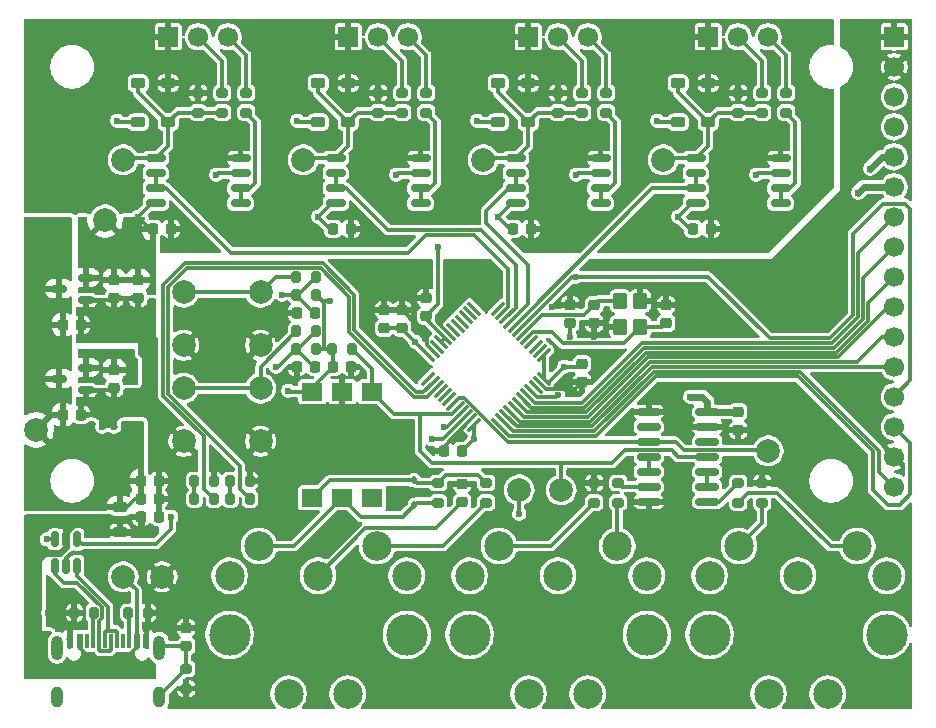
<source format=gbr>
%TF.GenerationSoftware,KiCad,Pcbnew,9.0.4*%
%TF.CreationDate,2025-12-28T22:29:46+01:00*%
%TF.ProjectId,Midi Expressor,4d696469-2045-4787-9072-6573736f722e,rev?*%
%TF.SameCoordinates,Original*%
%TF.FileFunction,Copper,L1,Top*%
%TF.FilePolarity,Positive*%
%FSLAX46Y46*%
G04 Gerber Fmt 4.6, Leading zero omitted, Abs format (unit mm)*
G04 Created by KiCad (PCBNEW 9.0.4) date 2025-12-28 22:29:46*
%MOMM*%
%LPD*%
G01*
G04 APERTURE LIST*
G04 Aperture macros list*
%AMRoundRect*
0 Rectangle with rounded corners*
0 $1 Rounding radius*
0 $2 $3 $4 $5 $6 $7 $8 $9 X,Y pos of 4 corners*
0 Add a 4 corners polygon primitive as box body*
4,1,4,$2,$3,$4,$5,$6,$7,$8,$9,$2,$3,0*
0 Add four circle primitives for the rounded corners*
1,1,$1+$1,$2,$3*
1,1,$1+$1,$4,$5*
1,1,$1+$1,$6,$7*
1,1,$1+$1,$8,$9*
0 Add four rect primitives between the rounded corners*
20,1,$1+$1,$2,$3,$4,$5,0*
20,1,$1+$1,$4,$5,$6,$7,0*
20,1,$1+$1,$6,$7,$8,$9,0*
20,1,$1+$1,$8,$9,$2,$3,0*%
G04 Aperture macros list end*
%TA.AperFunction,SMDPad,CuDef*%
%ADD10C,2.000000*%
%TD*%
%TA.AperFunction,SMDPad,CuDef*%
%ADD11R,1.780000X1.520000*%
%TD*%
%TA.AperFunction,SMDPad,CuDef*%
%ADD12RoundRect,0.225000X-0.225000X-0.250000X0.225000X-0.250000X0.225000X0.250000X-0.225000X0.250000X0*%
%TD*%
%TA.AperFunction,SMDPad,CuDef*%
%ADD13RoundRect,0.112500X-0.112500X0.187500X-0.112500X-0.187500X0.112500X-0.187500X0.112500X0.187500X0*%
%TD*%
%TA.AperFunction,ComponentPad*%
%ADD14C,3.500000*%
%TD*%
%TA.AperFunction,ComponentPad*%
%ADD15C,2.500000*%
%TD*%
%TA.AperFunction,ComponentPad*%
%ADD16R,1.700000X1.700000*%
%TD*%
%TA.AperFunction,ComponentPad*%
%ADD17C,1.700000*%
%TD*%
%TA.AperFunction,SMDPad,CuDef*%
%ADD18RoundRect,0.225000X0.375000X-0.225000X0.375000X0.225000X-0.375000X0.225000X-0.375000X-0.225000X0*%
%TD*%
%TA.AperFunction,SMDPad,CuDef*%
%ADD19RoundRect,0.200000X-0.275000X0.200000X-0.275000X-0.200000X0.275000X-0.200000X0.275000X0.200000X0*%
%TD*%
%TA.AperFunction,SMDPad,CuDef*%
%ADD20RoundRect,0.200000X0.275000X-0.200000X0.275000X0.200000X-0.275000X0.200000X-0.275000X-0.200000X0*%
%TD*%
%TA.AperFunction,SMDPad,CuDef*%
%ADD21RoundRect,0.162500X0.650000X0.162500X-0.650000X0.162500X-0.650000X-0.162500X0.650000X-0.162500X0*%
%TD*%
%TA.AperFunction,SMDPad,CuDef*%
%ADD22RoundRect,0.225000X-0.250000X0.225000X-0.250000X-0.225000X0.250000X-0.225000X0.250000X0.225000X0*%
%TD*%
%TA.AperFunction,SMDPad,CuDef*%
%ADD23RoundRect,0.225000X0.250000X-0.225000X0.250000X0.225000X-0.250000X0.225000X-0.250000X-0.225000X0*%
%TD*%
%TA.AperFunction,SMDPad,CuDef*%
%ADD24RoundRect,0.200000X-0.200000X-0.275000X0.200000X-0.275000X0.200000X0.275000X-0.200000X0.275000X0*%
%TD*%
%TA.AperFunction,SMDPad,CuDef*%
%ADD25RoundRect,0.200000X0.200000X0.275000X-0.200000X0.275000X-0.200000X-0.275000X0.200000X-0.275000X0*%
%TD*%
%TA.AperFunction,SMDPad,CuDef*%
%ADD26RoundRect,0.218750X0.381250X-0.218750X0.381250X0.218750X-0.381250X0.218750X-0.381250X-0.218750X0*%
%TD*%
%TA.AperFunction,SMDPad,CuDef*%
%ADD27RoundRect,0.150000X0.150000X-0.512500X0.150000X0.512500X-0.150000X0.512500X-0.150000X-0.512500X0*%
%TD*%
%TA.AperFunction,SMDPad,CuDef*%
%ADD28RoundRect,0.150000X0.512500X0.150000X-0.512500X0.150000X-0.512500X-0.150000X0.512500X-0.150000X0*%
%TD*%
%TA.AperFunction,ComponentPad*%
%ADD29C,2.000000*%
%TD*%
%TA.AperFunction,SMDPad,CuDef*%
%ADD30R,0.600000X1.240000*%
%TD*%
%TA.AperFunction,SMDPad,CuDef*%
%ADD31R,0.300000X1.240000*%
%TD*%
%TA.AperFunction,HeatsinkPad*%
%ADD32O,1.000000X2.100000*%
%TD*%
%TA.AperFunction,HeatsinkPad*%
%ADD33O,1.000000X1.800000*%
%TD*%
%TA.AperFunction,SMDPad,CuDef*%
%ADD34RoundRect,0.250000X0.350000X-0.450000X0.350000X0.450000X-0.350000X0.450000X-0.350000X-0.450000X0*%
%TD*%
%TA.AperFunction,SMDPad,CuDef*%
%ADD35RoundRect,0.150000X-0.825000X-0.150000X0.825000X-0.150000X0.825000X0.150000X-0.825000X0.150000X0*%
%TD*%
%TA.AperFunction,SMDPad,CuDef*%
%ADD36RoundRect,0.225000X0.225000X0.250000X-0.225000X0.250000X-0.225000X-0.250000X0.225000X-0.250000X0*%
%TD*%
%TA.AperFunction,SMDPad,CuDef*%
%ADD37RoundRect,0.075000X0.415425X0.521491X-0.521491X-0.415425X-0.415425X-0.521491X0.521491X0.415425X0*%
%TD*%
%TA.AperFunction,SMDPad,CuDef*%
%ADD38RoundRect,0.075000X-0.415425X0.521491X-0.521491X0.415425X0.415425X-0.521491X0.521491X-0.415425X0*%
%TD*%
%TA.AperFunction,ViaPad*%
%ADD39C,0.600000*%
%TD*%
%TA.AperFunction,Conductor*%
%ADD40C,0.300000*%
%TD*%
%TA.AperFunction,Conductor*%
%ADD41C,0.600000*%
%TD*%
G04 APERTURE END LIST*
D10*
%TO.P,TP2,1,1*%
%TO.N,+5V*%
X124968000Y-121158000D03*
%TD*%
D11*
%TO.P,U6,1*%
%TO.N,Net-(D3-K)*%
X148336000Y-126928000D03*
%TO.P,U6,2*%
%TO.N,Net-(D3-A)*%
X150876000Y-126928000D03*
%TO.P,U6,3*%
%TO.N,unconnected-(U6-Pad3)*%
X153416000Y-126928000D03*
%TO.P,U6,4*%
%TO.N,STM_USART1_RX*%
X153416000Y-117928000D03*
%TO.P,U6,5*%
%TO.N,GND*%
X150876000Y-117928000D03*
%TO.P,U6,6*%
%TO.N,+3.3V*%
X148336000Y-117928000D03*
%TD*%
D10*
%TO.P,TP11,1,1*%
%TO.N,/Expression Inputs/Expression Input 4/EXP_SENSE*%
X178054000Y-98298000D03*
%TD*%
%TO.P,TP10,1,1*%
%TO.N,/Expression Inputs/Expression Input 3/EXP_SENSE*%
X162814000Y-98298000D03*
%TD*%
%TO.P,TP9,1,1*%
%TO.N,/Expression Inputs/Expression Input 2/EXP_SENSE*%
X147574000Y-98298000D03*
%TD*%
%TO.P,TP8,1,1*%
%TO.N,/Expression Inputs/Expression Input 1/EXP_SENSE*%
X132334000Y-98298000D03*
%TD*%
%TO.P,TP7,1,1*%
%TO.N,STM_USART1_TX*%
X186944000Y-122936000D03*
%TD*%
%TO.P,TP6,1,1*%
%TO.N,STM_USART1_RX*%
X169418000Y-126238000D03*
%TD*%
%TO.P,TP5,1,1*%
%TO.N,GND*%
X135636000Y-133604000D03*
%TD*%
%TO.P,TP4,1,1*%
%TO.N,+3.3VA*%
X130810000Y-103378000D03*
%TD*%
%TO.P,TP3,1,1*%
%TO.N,+3.3V*%
X165862000Y-126238000D03*
%TD*%
%TO.P,TP1,1,1*%
%TO.N,VUSB*%
X132334000Y-133604000D03*
%TD*%
D12*
%TO.P,C22,1*%
%TO.N,+3.3V*%
X150101000Y-115824000D03*
%TO.P,C22,2*%
%TO.N,GND*%
X151651000Y-115824000D03*
%TD*%
D13*
%TO.P,D3,1,K*%
%TO.N,Net-(D3-K)*%
X156972000Y-125442000D03*
%TO.P,D3,2,A*%
%TO.N,Net-(D3-A)*%
X156972000Y-127542000D03*
%TD*%
D14*
%TO.P,J4,*%
%TO.N,*%
X181984000Y-138510000D03*
X196984000Y-138510000D03*
D15*
%TO.P,J4,1*%
%TO.N,unconnected-(J4-Pad1)*%
X196984000Y-133510000D03*
%TO.P,J4,2*%
%TO.N,unconnected-(J4-Pad2)*%
X189484000Y-133510000D03*
%TO.P,J4,3*%
%TO.N,unconnected-(J4-Pad3)*%
X181984000Y-133510000D03*
%TO.P,J4,4*%
%TO.N,Net-(J4-Pad4)*%
X194484000Y-131010000D03*
%TO.P,J4,5*%
%TO.N,Net-(J4-Pad5)*%
X184484000Y-131010000D03*
%TO.P,J4,G*%
%TO.N,N/C*%
X186984000Y-143510000D03*
X191984000Y-143510000D03*
%TD*%
D16*
%TO.P,J13,1,Pin_1*%
%TO.N,GND*%
X181864000Y-87884000D03*
D17*
%TO.P,J13,2,Pin_2*%
%TO.N,Net-(J13-Pin_2)*%
X184404000Y-87884000D03*
%TO.P,J13,3,Pin_3*%
%TO.N,Net-(J13-Pin_3)*%
X186944000Y-87884000D03*
%TD*%
D18*
%TO.P,D10,1,K*%
%TO.N,+3.3VA*%
X179324000Y-95122000D03*
%TO.P,D10,2,A*%
%TO.N,/Expression Inputs/Expression Input 4/EXP_SENSE*%
X179324000Y-91822000D03*
%TD*%
D19*
%TO.P,R27,1*%
%TO.N,Net-(J13-Pin_2)*%
X186436000Y-92647000D03*
%TO.P,R27,2*%
%TO.N,/Expression Inputs/Expression Input 4/EXP_SENSE*%
X186436000Y-94297000D03*
%TD*%
D20*
%TO.P,R13,1*%
%TO.N,Net-(J3-Pad4)*%
X174244000Y-127317000D03*
%TO.P,R13,2*%
%TO.N,Net-(R13-Pad2)*%
X174244000Y-125667000D03*
%TD*%
D21*
%TO.P,U8,1*%
%TO.N,/Expression Inputs/Expression Input 2/EXP_REF*%
X157511500Y-101981000D03*
%TO.P,U8,2,-*%
X157511500Y-100711000D03*
%TO.P,U8,3,+*%
%TO.N,+3.3VA*%
X157511500Y-99441000D03*
%TO.P,U8,4,V-*%
%TO.N,GND*%
X157511500Y-98171000D03*
%TO.P,U8,5,+*%
%TO.N,/Expression Inputs/Expression Input 2/EXP_SENSE*%
X150336500Y-98171000D03*
%TO.P,U8,6,-*%
%TO.N,STM_ADC1_IN3*%
X150336500Y-99441000D03*
%TO.P,U8,7*%
X150336500Y-100711000D03*
%TO.P,U8,8,V+*%
%TO.N,+3.3VA*%
X150336500Y-101981000D03*
%TD*%
D22*
%TO.P,C16,1*%
%TO.N,STM_RCC_OSC_OUT*%
X172212000Y-110561000D03*
%TO.P,C16,2*%
%TO.N,GND*%
X172212000Y-112111000D03*
%TD*%
D23*
%TO.P,C14,1*%
%TO.N,+3.3V*%
X155956000Y-112535000D03*
%TO.P,C14,2*%
%TO.N,GND*%
X155956000Y-110985000D03*
%TD*%
D24*
%TO.P,R4,1*%
%TO.N,STM_BOOT0*%
X147003000Y-114300000D03*
%TO.P,R4,2*%
%TO.N,+3.3V*%
X148653000Y-114300000D03*
%TD*%
D20*
%TO.P,R14,1*%
%TO.N,Net-(J3-Pad5)*%
X172212000Y-127317000D03*
%TO.P,R14,2*%
%TO.N,GND*%
X172212000Y-125667000D03*
%TD*%
D12*
%TO.P,C3,1*%
%TO.N,+5V*%
X133845000Y-125476000D03*
%TO.P,C3,2*%
%TO.N,GND*%
X135395000Y-125476000D03*
%TD*%
D24*
%TO.P,R1,1*%
%TO.N,Net-(R1-Pad1)*%
X147003000Y-108204000D03*
%TO.P,R1,2*%
%TO.N,STM_NRST*%
X148653000Y-108204000D03*
%TD*%
D23*
%TO.P,C13,1*%
%TO.N,+3.3V*%
X170180000Y-112111000D03*
%TO.P,C13,2*%
%TO.N,GND*%
X170180000Y-110561000D03*
%TD*%
D19*
%TO.P,R20,1*%
%TO.N,Net-(J9-Pin_3)*%
X157988000Y-92647000D03*
%TO.P,R20,2*%
%TO.N,/Expression Inputs/Expression Input 2/EXP_REF*%
X157988000Y-94297000D03*
%TD*%
D25*
%TO.P,D2,1,K*%
%TO.N,GND*%
X143065000Y-125476000D03*
%TO.P,D2,2,A*%
%TO.N,Net-(D2-A)*%
X141415000Y-125476000D03*
%TD*%
D22*
%TO.P,C5,1*%
%TO.N,+3.3V*%
X131572000Y-116065000D03*
%TO.P,C5,2*%
%TO.N,GND*%
X131572000Y-117615000D03*
%TD*%
D20*
%TO.P,R15,1*%
%TO.N,Net-(J4-Pad4)*%
X184404000Y-127317000D03*
%TO.P,R15,2*%
%TO.N,Net-(R15-Pad2)*%
X184404000Y-125667000D03*
%TD*%
D26*
%TO.P,FB1,1*%
%TO.N,VUSB*%
X132080000Y-129840500D03*
%TO.P,FB1,2*%
%TO.N,+5V*%
X132080000Y-127715500D03*
%TD*%
D27*
%TO.P,U4,1,IO1*%
%TO.N,Net-(U4-IO1)*%
X126558000Y-132709500D03*
%TO.P,U4,2,VN*%
%TO.N,GND*%
X127508000Y-132709500D03*
%TO.P,U4,3,IO2*%
%TO.N,Net-(U4-IO2)*%
X128458000Y-132709500D03*
%TO.P,U4,4,IO3*%
%TO.N,STM_USB_DM*%
X128458000Y-130434500D03*
%TO.P,U4,5,VP*%
%TO.N,VUSB*%
X127508000Y-130434500D03*
%TO.P,U4,6,IO4*%
%TO.N,STM_USB_DP*%
X126558000Y-130434500D03*
%TD*%
D20*
%TO.P,R10,1*%
%TO.N,Net-(J2-Pad4)*%
X163068000Y-127317000D03*
%TO.P,R10,2*%
%TO.N,Net-(D3-K)*%
X163068000Y-125667000D03*
%TD*%
D21*
%TO.P,U10,1*%
%TO.N,/Expression Inputs/Expression Input 4/EXP_REF*%
X187991500Y-101981000D03*
%TO.P,U10,2,-*%
X187991500Y-100711000D03*
%TO.P,U10,3,+*%
%TO.N,+3.3VA*%
X187991500Y-99441000D03*
%TO.P,U10,4,V-*%
%TO.N,GND*%
X187991500Y-98171000D03*
%TO.P,U10,5,+*%
%TO.N,/Expression Inputs/Expression Input 4/EXP_SENSE*%
X180816500Y-98171000D03*
%TO.P,U10,6,-*%
%TO.N,STM_ADC1_IN1*%
X180816500Y-99441000D03*
%TO.P,U10,7*%
X180816500Y-100711000D03*
%TO.P,U10,8,V+*%
%TO.N,+3.3VA*%
X180816500Y-101981000D03*
%TD*%
D19*
%TO.P,R24,1*%
%TO.N,Net-(J11-Pin_2)*%
X171196000Y-92647000D03*
%TO.P,R24,2*%
%TO.N,/Expression Inputs/Expression Input 3/EXP_SENSE*%
X171196000Y-94297000D03*
%TD*%
D20*
%TO.P,R19,1*%
%TO.N,/Expression Inputs/Expression Input 1/EXP_SENSE*%
X138684000Y-94297000D03*
%TO.P,R19,2*%
%TO.N,GND*%
X138684000Y-92647000D03*
%TD*%
D18*
%TO.P,D11,1,K*%
%TO.N,/Expression Inputs/Expression Input 4/EXP_SENSE*%
X181864000Y-95122000D03*
%TO.P,D11,2,A*%
%TO.N,GND*%
X181864000Y-91822000D03*
%TD*%
D25*
%TO.P,R5,1*%
%TO.N,STM_LED1*%
X140017000Y-127000000D03*
%TO.P,R5,2*%
%TO.N,Net-(D1-A)*%
X138367000Y-127000000D03*
%TD*%
D22*
%TO.P,C20,1*%
%TO.N,+5V*%
X184404000Y-119621000D03*
%TO.P,C20,2*%
%TO.N,GND*%
X184404000Y-121171000D03*
%TD*%
D20*
%TO.P,R25,1*%
%TO.N,/Expression Inputs/Expression Input 3/EXP_SENSE*%
X169164000Y-94297000D03*
%TO.P,R25,2*%
%TO.N,GND*%
X169164000Y-92647000D03*
%TD*%
D22*
%TO.P,C8,1*%
%TO.N,+3.3VA*%
X133604000Y-108445000D03*
%TO.P,C8,2*%
%TO.N,GND*%
X133604000Y-109995000D03*
%TD*%
D25*
%TO.P,R6,1*%
%TO.N,STM_LED2*%
X143065000Y-127000000D03*
%TO.P,R6,2*%
%TO.N,Net-(D2-A)*%
X141415000Y-127000000D03*
%TD*%
D18*
%TO.P,D9,1,K*%
%TO.N,/Expression Inputs/Expression Input 3/EXP_SENSE*%
X166624000Y-95122000D03*
%TO.P,D9,2,A*%
%TO.N,GND*%
X166624000Y-91822000D03*
%TD*%
D23*
%TO.P,C19,1*%
%TO.N,/USB Connector/USB_SHIELD*%
X137668000Y-139459000D03*
%TO.P,C19,2*%
%TO.N,GND*%
X137668000Y-137909000D03*
%TD*%
D21*
%TO.P,U9,1*%
%TO.N,/Expression Inputs/Expression Input 3/EXP_REF*%
X172751500Y-101981000D03*
%TO.P,U9,2,-*%
X172751500Y-100711000D03*
%TO.P,U9,3,+*%
%TO.N,+3.3VA*%
X172751500Y-99441000D03*
%TO.P,U9,4,V-*%
%TO.N,GND*%
X172751500Y-98171000D03*
%TO.P,U9,5,+*%
%TO.N,/Expression Inputs/Expression Input 3/EXP_SENSE*%
X165576500Y-98171000D03*
%TO.P,U9,6,-*%
%TO.N,STM_ADC1_IN2*%
X165576500Y-99441000D03*
%TO.P,U9,7*%
X165576500Y-100711000D03*
%TO.P,U9,8,V+*%
%TO.N,+3.3VA*%
X165576500Y-101981000D03*
%TD*%
D16*
%TO.P,J11,1,Pin_1*%
%TO.N,GND*%
X166624000Y-87884000D03*
D17*
%TO.P,J11,2,Pin_2*%
%TO.N,Net-(J11-Pin_2)*%
X169164000Y-87884000D03*
%TO.P,J11,3,Pin_3*%
%TO.N,Net-(J11-Pin_3)*%
X171704000Y-87884000D03*
%TD*%
D19*
%TO.P,R23,1*%
%TO.N,Net-(J11-Pin_3)*%
X173228000Y-92647000D03*
%TO.P,R23,2*%
%TO.N,/Expression Inputs/Expression Input 3/EXP_REF*%
X173228000Y-94297000D03*
%TD*%
D12*
%TO.P,C25,1*%
%TO.N,+3.3VA*%
X165341000Y-104140000D03*
%TO.P,C25,2*%
%TO.N,GND*%
X166891000Y-104140000D03*
%TD*%
D19*
%TO.P,R7,1*%
%TO.N,/USB Connector/USB_SHIELD*%
X137668000Y-141415000D03*
%TO.P,R7,2*%
%TO.N,GND*%
X137668000Y-143065000D03*
%TD*%
D28*
%TO.P,U1,1,GND*%
%TO.N,GND*%
X129153500Y-117790000D03*
%TO.P,U1,2,VO*%
%TO.N,+3.3V*%
X129153500Y-115890000D03*
%TO.P,U1,3,VI*%
%TO.N,+5V*%
X126878500Y-116840000D03*
%TD*%
D25*
%TO.P,R8,1*%
%TO.N,Net-(J1-CC1)*%
X129857000Y-136652000D03*
%TO.P,R8,2*%
%TO.N,GND*%
X128207000Y-136652000D03*
%TD*%
D29*
%TO.P,SW1,1,1*%
%TO.N,GND*%
X143966000Y-114010000D03*
X137466000Y-114010000D03*
%TO.P,SW1,2,2*%
%TO.N,Net-(R1-Pad1)*%
X143966000Y-109510000D03*
X137466000Y-109510000D03*
%TD*%
D19*
%TO.P,R21,1*%
%TO.N,Net-(J9-Pin_2)*%
X155956000Y-92647000D03*
%TO.P,R21,2*%
%TO.N,/Expression Inputs/Expression Input 2/EXP_SENSE*%
X155956000Y-94297000D03*
%TD*%
D12*
%TO.P,C4,1*%
%TO.N,+5V*%
X127241000Y-119888000D03*
%TO.P,C4,2*%
%TO.N,GND*%
X128791000Y-119888000D03*
%TD*%
D20*
%TO.P,R16,1*%
%TO.N,Net-(J4-Pad5)*%
X186436000Y-127317000D03*
%TO.P,R16,2*%
%TO.N,GND*%
X186436000Y-125667000D03*
%TD*%
D23*
%TO.P,C21,1*%
%TO.N,Net-(C21-Pad1)*%
X161036000Y-127267000D03*
%TO.P,C21,2*%
%TO.N,GND*%
X161036000Y-125717000D03*
%TD*%
D29*
%TO.P,SW2,1,1*%
%TO.N,GND*%
X143966000Y-122138000D03*
X137466000Y-122138000D03*
%TO.P,SW2,2,2*%
%TO.N,Net-(R3-Pad1)*%
X143966000Y-117638000D03*
X137466000Y-117638000D03*
%TD*%
D18*
%TO.P,D8,1,K*%
%TO.N,+3.3VA*%
X164084000Y-95122000D03*
%TO.P,D8,2,A*%
%TO.N,/Expression Inputs/Expression Input 3/EXP_SENSE*%
X164084000Y-91822000D03*
%TD*%
D16*
%TO.P,J9,1,Pin_1*%
%TO.N,GND*%
X151384000Y-87884000D03*
D17*
%TO.P,J9,2,Pin_2*%
%TO.N,Net-(J9-Pin_2)*%
X153924000Y-87884000D03*
%TO.P,J9,3,Pin_3*%
%TO.N,Net-(J9-Pin_3)*%
X156464000Y-87884000D03*
%TD*%
D19*
%TO.P,R11,1*%
%TO.N,Net-(D3-K)*%
X159004000Y-125667000D03*
%TO.P,R11,2*%
%TO.N,Net-(D3-A)*%
X159004000Y-127317000D03*
%TD*%
D12*
%TO.P,C23,1*%
%TO.N,+3.3VA*%
X134861000Y-104140000D03*
%TO.P,C23,2*%
%TO.N,GND*%
X136411000Y-104140000D03*
%TD*%
D24*
%TO.P,R2,1*%
%TO.N,STM_NRST*%
X147003000Y-109728000D03*
%TO.P,R2,2*%
%TO.N,+3.3V*%
X148653000Y-109728000D03*
%TD*%
D30*
%TO.P,J1,A1,GND*%
%TO.N,GND*%
X127864000Y-139023000D03*
%TO.P,J1,A4,VBUS*%
%TO.N,VUSB*%
X128664000Y-139023000D03*
D31*
%TO.P,J1,A5,CC1*%
%TO.N,Net-(J1-CC1)*%
X129814000Y-139023000D03*
%TO.P,J1,A6,D+*%
%TO.N,Net-(U4-IO2)*%
X130814000Y-139023000D03*
%TO.P,J1,A7,D-*%
%TO.N,Net-(U4-IO1)*%
X131314000Y-139023000D03*
%TO.P,J1,A8,SBU1*%
%TO.N,unconnected-(J1-SBU1-PadA8)*%
X132314000Y-139023000D03*
D30*
%TO.P,J1,A9,VBUS*%
%TO.N,VUSB*%
X133464000Y-139023000D03*
%TO.P,J1,A12,GND*%
%TO.N,GND*%
X134264000Y-139023000D03*
%TO.P,J1,B1,GND*%
X134264000Y-139023000D03*
%TO.P,J1,B4,VBUS*%
%TO.N,VUSB*%
X133464000Y-139023000D03*
D31*
%TO.P,J1,B5,CC2*%
%TO.N,Net-(J1-CC2)*%
X132814000Y-139023000D03*
%TO.P,J1,B6,D+*%
%TO.N,Net-(U4-IO2)*%
X131814000Y-139023000D03*
%TO.P,J1,B7,D-*%
%TO.N,Net-(U4-IO1)*%
X130314000Y-139023000D03*
%TO.P,J1,B8,SBU2*%
%TO.N,unconnected-(J1-SBU2-PadB8)*%
X129314000Y-139023000D03*
D30*
%TO.P,J1,B9,VBUS*%
%TO.N,VUSB*%
X128664000Y-139023000D03*
%TO.P,J1,B12,GND*%
%TO.N,GND*%
X127864000Y-139023000D03*
D32*
%TO.P,J1,S1,SHIELD*%
%TO.N,/USB Connector/USB_SHIELD*%
X126744000Y-139623000D03*
D33*
X126744000Y-143823000D03*
D32*
X135384000Y-139623000D03*
D33*
X135384000Y-143823000D03*
%TD*%
D19*
%TO.P,R17,1*%
%TO.N,Net-(J7-Pin_3)*%
X142748000Y-92647000D03*
%TO.P,R17,2*%
%TO.N,/Expression Inputs/Expression Input 1/EXP_REF*%
X142748000Y-94297000D03*
%TD*%
D18*
%TO.P,D4,1,K*%
%TO.N,+3.3VA*%
X133604000Y-95122000D03*
%TO.P,D4,2,A*%
%TO.N,/Expression Inputs/Expression Input 1/EXP_SENSE*%
X133604000Y-91822000D03*
%TD*%
D16*
%TO.P,J7,1,Pin_1*%
%TO.N,GND*%
X136144000Y-87884000D03*
D17*
%TO.P,J7,2,Pin_2*%
%TO.N,Net-(J7-Pin_2)*%
X138684000Y-87884000D03*
%TO.P,J7,3,Pin_3*%
%TO.N,Net-(J7-Pin_3)*%
X141224000Y-87884000D03*
%TD*%
D22*
%TO.P,C7,1*%
%TO.N,+3.3VA*%
X131572000Y-108445000D03*
%TO.P,C7,2*%
%TO.N,GND*%
X131572000Y-109995000D03*
%TD*%
D24*
%TO.P,R3,1*%
%TO.N,Net-(R3-Pad1)*%
X147003000Y-112776000D03*
%TO.P,R3,2*%
%TO.N,STM_BOOT0*%
X148653000Y-112776000D03*
%TD*%
D12*
%TO.P,C24,1*%
%TO.N,+3.3VA*%
X150101000Y-104140000D03*
%TO.P,C24,2*%
%TO.N,GND*%
X151651000Y-104140000D03*
%TD*%
D34*
%TO.P,Y1,1,1*%
%TO.N,STM_RCC_OSC_IN*%
X176110000Y-112436000D03*
%TO.P,Y1,2,2*%
%TO.N,GND*%
X176110000Y-110236000D03*
%TO.P,Y1,3,3*%
%TO.N,STM_RCC_OSC_OUT*%
X174410000Y-110236000D03*
%TO.P,Y1,4,4*%
%TO.N,GND*%
X174410000Y-112436000D03*
%TD*%
D20*
%TO.P,R28,1*%
%TO.N,/Expression Inputs/Expression Input 4/EXP_SENSE*%
X184404000Y-94297000D03*
%TO.P,R28,2*%
%TO.N,GND*%
X184404000Y-92647000D03*
%TD*%
D21*
%TO.P,U7,1*%
%TO.N,/Expression Inputs/Expression Input 1/EXP_REF*%
X142271500Y-101981000D03*
%TO.P,U7,2,-*%
X142271500Y-100711000D03*
%TO.P,U7,3,+*%
%TO.N,+3.3VA*%
X142271500Y-99441000D03*
%TO.P,U7,4,V-*%
%TO.N,GND*%
X142271500Y-98171000D03*
%TO.P,U7,5,+*%
%TO.N,/Expression Inputs/Expression Input 1/EXP_SENSE*%
X135096500Y-98171000D03*
%TO.P,U7,6,-*%
%TO.N,STM_ADC1_IN4*%
X135096500Y-99441000D03*
%TO.P,U7,7*%
X135096500Y-100711000D03*
%TO.P,U7,8,V+*%
%TO.N,+3.3VA*%
X135096500Y-101981000D03*
%TD*%
D18*
%TO.P,D6,1,K*%
%TO.N,+3.3VA*%
X148844000Y-95122000D03*
%TO.P,D6,2,A*%
%TO.N,/Expression Inputs/Expression Input 2/EXP_SENSE*%
X148844000Y-91822000D03*
%TD*%
D24*
%TO.P,R9,1*%
%TO.N,Net-(J1-CC2)*%
X132779000Y-136652000D03*
%TO.P,R9,2*%
%TO.N,GND*%
X134429000Y-136652000D03*
%TD*%
D14*
%TO.P,J3,*%
%TO.N,*%
X161664000Y-138510000D03*
X176664000Y-138510000D03*
D15*
%TO.P,J3,1*%
%TO.N,unconnected-(J3-Pad1)*%
X176664000Y-133510000D03*
%TO.P,J3,2*%
%TO.N,unconnected-(J3-Pad2)*%
X169164000Y-133510000D03*
%TO.P,J3,3*%
%TO.N,unconnected-(J3-Pad3)*%
X161664000Y-133510000D03*
%TO.P,J3,4*%
%TO.N,Net-(J3-Pad4)*%
X174164000Y-131010000D03*
%TO.P,J3,5*%
%TO.N,Net-(J3-Pad5)*%
X164164000Y-131010000D03*
%TO.P,J3,G*%
%TO.N,N/C*%
X166664000Y-143510000D03*
X171664000Y-143510000D03*
%TD*%
D16*
%TO.P,J5,1,Pin_1*%
%TO.N,GND*%
X197612000Y-87884000D03*
D17*
%TO.P,J5,2,Pin_2*%
X197612000Y-90424000D03*
%TO.P,J5,3,Pin_3*%
%TO.N,+5V*%
X197612000Y-92964000D03*
%TO.P,J5,4,Pin_4*%
X197612000Y-95504000D03*
%TO.P,J5,5,Pin_5*%
%TO.N,+3.3V*%
X197612000Y-98044000D03*
%TO.P,J5,6,Pin_6*%
X197612000Y-100584000D03*
%TO.P,J5,7,Pin_7*%
%TO.N,STM_SPARE4*%
X197612000Y-103124000D03*
%TO.P,J5,8,Pin_8*%
%TO.N,STM_SPARE3*%
X197612000Y-105664000D03*
%TO.P,J5,9,Pin_9*%
%TO.N,STM_SPARE2*%
X197612000Y-108204000D03*
%TO.P,J5,10,Pin_10*%
%TO.N,STM_SPARE1*%
X197612000Y-110744000D03*
%TO.P,J5,11,Pin_11*%
%TO.N,STM_USART2_TX*%
X197612000Y-113284000D03*
%TO.P,J5,12,Pin_12*%
%TO.N,STM_USART2_RX*%
X197612000Y-115824000D03*
%TO.P,J5,13,Pin_13*%
%TO.N,STM_NRST*%
X197612000Y-118364000D03*
%TO.P,J5,14,Pin_14*%
%TO.N,STM_SWDIO*%
X197612000Y-120904000D03*
%TO.P,J5,15,Pin_15*%
%TO.N,GND*%
X197612000Y-123444000D03*
%TO.P,J5,16,Pin_16*%
%TO.N,STM_SWCLK*%
X197612000Y-125984000D03*
%TD*%
D18*
%TO.P,D7,1,K*%
%TO.N,/Expression Inputs/Expression Input 2/EXP_SENSE*%
X151384000Y-95122000D03*
%TO.P,D7,2,A*%
%TO.N,GND*%
X151384000Y-91822000D03*
%TD*%
D35*
%TO.P,U5,1*%
%TO.N,GND*%
X176849000Y-119634000D03*
%TO.P,U5,2*%
%TO.N,unconnected-(U5-Pad2)*%
X176849000Y-120904000D03*
%TO.P,U5,3*%
%TO.N,STM_USART1_TX*%
X176849000Y-122174000D03*
%TO.P,U5,4*%
%TO.N,Net-(U5-Pad4)*%
X176849000Y-123444000D03*
%TO.P,U5,5*%
X176849000Y-124714000D03*
%TO.P,U5,6*%
%TO.N,Net-(R13-Pad2)*%
X176849000Y-125984000D03*
%TO.P,U5,7,GND*%
%TO.N,GND*%
X176849000Y-127254000D03*
%TO.P,U5,8*%
%TO.N,Net-(R15-Pad2)*%
X181799000Y-127254000D03*
%TO.P,U5,9*%
%TO.N,Net-(U5-Pad10)*%
X181799000Y-125984000D03*
%TO.P,U5,10*%
X181799000Y-124714000D03*
%TO.P,U5,11*%
%TO.N,STM_USART1_RX*%
X181799000Y-123444000D03*
%TO.P,U5,12*%
%TO.N,unconnected-(U5-Pad12)*%
X181799000Y-122174000D03*
%TO.P,U5,13*%
%TO.N,GND*%
X181799000Y-120904000D03*
%TO.P,U5,14,VCC*%
%TO.N,+5V*%
X181799000Y-119634000D03*
%TD*%
D25*
%TO.P,D1,1,K*%
%TO.N,GND*%
X140017000Y-125476000D03*
%TO.P,D1,2,A*%
%TO.N,Net-(D1-A)*%
X138367000Y-125476000D03*
%TD*%
D12*
%TO.P,C6,1*%
%TO.N,+5V*%
X127241000Y-112268000D03*
%TO.P,C6,2*%
%TO.N,GND*%
X128791000Y-112268000D03*
%TD*%
D22*
%TO.P,C12,1*%
%TO.N,+3.3V*%
X171196000Y-115557000D03*
%TO.P,C12,2*%
%TO.N,GND*%
X171196000Y-117107000D03*
%TD*%
D12*
%TO.P,C2,1*%
%TO.N,+5V*%
X133845000Y-127000000D03*
%TO.P,C2,2*%
%TO.N,GND*%
X135395000Y-127000000D03*
%TD*%
D20*
%TO.P,R22,1*%
%TO.N,/Expression Inputs/Expression Input 2/EXP_SENSE*%
X153924000Y-94297000D03*
%TO.P,R22,2*%
%TO.N,GND*%
X153924000Y-92647000D03*
%TD*%
D24*
%TO.P,R12,1*%
%TO.N,+3.3V*%
X150051000Y-114300000D03*
%TO.P,R12,2*%
%TO.N,STM_USART1_RX*%
X151701000Y-114300000D03*
%TD*%
D23*
%TO.P,C15,1*%
%TO.N,STM_RCC_OSC_IN*%
X178308000Y-112111000D03*
%TO.P,C15,2*%
%TO.N,GND*%
X178308000Y-110561000D03*
%TD*%
D12*
%TO.P,C1,1*%
%TO.N,VUSB*%
X133845000Y-128524000D03*
%TO.P,C1,2*%
%TO.N,GND*%
X135395000Y-128524000D03*
%TD*%
D14*
%TO.P,J2,*%
%TO.N,*%
X141344000Y-138510000D03*
X156344000Y-138510000D03*
D15*
%TO.P,J2,1*%
%TO.N,unconnected-(J2-Pad1)*%
X156344000Y-133510000D03*
%TO.P,J2,2*%
%TO.N,Net-(C21-Pad1)*%
X148844000Y-133510000D03*
%TO.P,J2,3*%
%TO.N,unconnected-(J2-Pad3)*%
X141344000Y-133510000D03*
%TO.P,J2,4*%
%TO.N,Net-(J2-Pad4)*%
X153844000Y-131010000D03*
%TO.P,J2,5*%
%TO.N,Net-(D3-A)*%
X143844000Y-131010000D03*
%TO.P,J2,G*%
%TO.N,N/C*%
X146344000Y-143510000D03*
X151344000Y-143510000D03*
%TD*%
D23*
%TO.P,C10,1*%
%TO.N,+3.3V*%
X154432000Y-112535000D03*
%TO.P,C10,2*%
%TO.N,GND*%
X154432000Y-110985000D03*
%TD*%
D36*
%TO.P,C18,1*%
%TO.N,STM_BOOT0*%
X148603000Y-115824000D03*
%TO.P,C18,2*%
%TO.N,GND*%
X147053000Y-115824000D03*
%TD*%
D19*
%TO.P,R26,1*%
%TO.N,Net-(J13-Pin_3)*%
X188468000Y-92647000D03*
%TO.P,R26,2*%
%TO.N,/Expression Inputs/Expression Input 4/EXP_REF*%
X188468000Y-94297000D03*
%TD*%
D36*
%TO.P,C11,1*%
%TO.N,+3.3V*%
X161036000Y-122936000D03*
%TO.P,C11,2*%
%TO.N,GND*%
X159486000Y-122936000D03*
%TD*%
%TO.P,C17,1*%
%TO.N,STM_NRST*%
X148603000Y-111252000D03*
%TO.P,C17,2*%
%TO.N,GND*%
X147053000Y-111252000D03*
%TD*%
D18*
%TO.P,D5,1,K*%
%TO.N,/Expression Inputs/Expression Input 1/EXP_SENSE*%
X136144000Y-95122000D03*
%TO.P,D5,2,A*%
%TO.N,GND*%
X136144000Y-91822000D03*
%TD*%
D12*
%TO.P,C26,1*%
%TO.N,+3.3VA*%
X180581000Y-104140000D03*
%TO.P,C26,2*%
%TO.N,GND*%
X182131000Y-104140000D03*
%TD*%
D23*
%TO.P,C9,1*%
%TO.N,+3.3VA*%
X157988000Y-111519000D03*
%TO.P,C9,2*%
%TO.N,GND*%
X157988000Y-109969000D03*
%TD*%
D37*
%TO.P,U3,1,VBAT*%
%TO.N,+3.3V*%
X167955876Y-114825212D03*
%TO.P,U3,2,PC13*%
%TO.N,unconnected-(U3-PC13-Pad2)*%
X167602322Y-114471658D03*
%TO.P,U3,3,PC14*%
%TO.N,unconnected-(U3-PC14-Pad3)*%
X167248769Y-114118105D03*
%TO.P,U3,4,PC15*%
%TO.N,unconnected-(U3-PC15-Pad4)*%
X166895215Y-113764551D03*
%TO.P,U3,5,PF0*%
%TO.N,STM_RCC_OSC_IN*%
X166541662Y-113410998D03*
%TO.P,U3,6,PF1*%
%TO.N,STM_RCC_OSC_OUT*%
X166188109Y-113057445D03*
%TO.P,U3,7,PG10*%
%TO.N,STM_NRST*%
X165834555Y-112703891D03*
%TO.P,U3,8,PA0*%
%TO.N,STM_ADC1_IN1*%
X165481002Y-112350338D03*
%TO.P,U3,9,PA1*%
%TO.N,STM_ADC1_IN2*%
X165127449Y-111996785D03*
%TO.P,U3,10,PA2*%
%TO.N,STM_ADC1_IN3*%
X164773895Y-111643231D03*
%TO.P,U3,11,PA3*%
%TO.N,STM_ADC1_IN4*%
X164420342Y-111289678D03*
%TO.P,U3,12,PA4*%
%TO.N,unconnected-(U3-PA4-Pad12)*%
X164066788Y-110936124D03*
D38*
%TO.P,U3,13,PA5*%
%TO.N,unconnected-(U3-PA5-Pad13)*%
X162069212Y-110936124D03*
%TO.P,U3,14,PA6*%
%TO.N,unconnected-(U3-PA6-Pad14)*%
X161715658Y-111289678D03*
%TO.P,U3,15,PA7*%
%TO.N,unconnected-(U3-PA7-Pad15)*%
X161362105Y-111643231D03*
%TO.P,U3,16,PB0*%
%TO.N,unconnected-(U3-PB0-Pad16)*%
X161008551Y-111996785D03*
%TO.P,U3,17,PB1*%
%TO.N,unconnected-(U3-PB1-Pad17)*%
X160654998Y-112350338D03*
%TO.P,U3,18,PB2*%
%TO.N,unconnected-(U3-PB2-Pad18)*%
X160301445Y-112703891D03*
%TO.P,U3,19,VSSA*%
%TO.N,GND*%
X159947891Y-113057445D03*
%TO.P,U3,20,VREF+*%
%TO.N,+3.3VA*%
X159594338Y-113410998D03*
%TO.P,U3,21,VDDA*%
X159240785Y-113764551D03*
%TO.P,U3,22,PB10*%
%TO.N,unconnected-(U3-PB10-Pad22)*%
X158887231Y-114118105D03*
%TO.P,U3,23,VSS*%
%TO.N,GND*%
X158533678Y-114471658D03*
%TO.P,U3,24,VDD*%
%TO.N,+3.3V*%
X158180124Y-114825212D03*
D37*
%TO.P,U3,25,PB11*%
%TO.N,unconnected-(U3-PB11-Pad25)*%
X158180124Y-116822788D03*
%TO.P,U3,26,PB12*%
%TO.N,STM_LED1*%
X158533678Y-117176342D03*
%TO.P,U3,27,PB13*%
%TO.N,STM_LED2*%
X158887231Y-117529895D03*
%TO.P,U3,28,PB14*%
%TO.N,unconnected-(U3-PB14-Pad28)*%
X159240785Y-117883449D03*
%TO.P,U3,29,PB15*%
%TO.N,unconnected-(U3-PB15-Pad29)*%
X159594338Y-118237002D03*
%TO.P,U3,30,PA8*%
%TO.N,unconnected-(U3-PA8-Pad30)*%
X159947891Y-118590555D03*
%TO.P,U3,31,PA9*%
%TO.N,STM_USART1_TX*%
X160301445Y-118944109D03*
%TO.P,U3,32,PA10*%
%TO.N,STM_USART1_RX*%
X160654998Y-119297662D03*
%TO.P,U3,33,PA11*%
%TO.N,STM_USB_DM*%
X161008551Y-119651215D03*
%TO.P,U3,34,PA12*%
%TO.N,STM_USB_DP*%
X161362105Y-120004769D03*
%TO.P,U3,35,VSS*%
%TO.N,GND*%
X161715658Y-120358322D03*
%TO.P,U3,36,VDD*%
%TO.N,+3.3V*%
X162069212Y-120711876D03*
D38*
%TO.P,U3,37,PA13*%
%TO.N,STM_SWDIO*%
X164066788Y-120711876D03*
%TO.P,U3,38,PA14*%
%TO.N,STM_SWCLK*%
X164420342Y-120358322D03*
%TO.P,U3,39,PA15*%
%TO.N,STM_USART2_RX*%
X164773895Y-120004769D03*
%TO.P,U3,40,PB3*%
%TO.N,STM_USART2_TX*%
X165127449Y-119651215D03*
%TO.P,U3,41,PB4*%
%TO.N,STM_SPARE1*%
X165481002Y-119297662D03*
%TO.P,U3,42,PB5*%
%TO.N,STM_SPARE2*%
X165834555Y-118944109D03*
%TO.P,U3,43,PB6*%
%TO.N,STM_SPARE3*%
X166188109Y-118590555D03*
%TO.P,U3,44,PB7*%
%TO.N,STM_SPARE4*%
X166541662Y-118237002D03*
%TO.P,U3,45,PB8*%
%TO.N,STM_BOOT0*%
X166895215Y-117883449D03*
%TO.P,U3,46,PB9*%
%TO.N,unconnected-(U3-PB9-Pad46)*%
X167248769Y-117529895D03*
%TO.P,U3,47,VSS*%
%TO.N,GND*%
X167602322Y-117176342D03*
%TO.P,U3,48,VDD*%
%TO.N,+3.3V*%
X167955876Y-116822788D03*
%TD*%
D19*
%TO.P,R18,1*%
%TO.N,Net-(J7-Pin_2)*%
X140716000Y-92647000D03*
%TO.P,R18,2*%
%TO.N,/Expression Inputs/Expression Input 1/EXP_SENSE*%
X140716000Y-94297000D03*
%TD*%
D28*
%TO.P,U2,1,GND*%
%TO.N,GND*%
X129153500Y-110170000D03*
%TO.P,U2,2,VO*%
%TO.N,+3.3VA*%
X129153500Y-108270000D03*
%TO.P,U2,3,VI*%
%TO.N,+5V*%
X126878500Y-109220000D03*
%TD*%
D39*
%TO.N,GND*%
X145796000Y-111252000D03*
%TO.N,+3.3VA*%
X177546000Y-94996000D03*
X162306000Y-94996000D03*
X147066000Y-94996000D03*
X131826000Y-94996000D03*
%TO.N,GND*%
X140208000Y-124206000D03*
X169672000Y-117094000D03*
%TO.N,+3.3V*%
X165862000Y-128270000D03*
%TO.N,GND*%
X137160000Y-127762000D03*
X137160000Y-124714000D03*
X136652000Y-125476000D03*
X137160000Y-126238000D03*
X136652000Y-127000000D03*
%TO.N,+5V*%
X132080000Y-125476000D03*
X132080000Y-126238000D03*
%TO.N,GND*%
X138176000Y-105664000D03*
X136652000Y-105664000D03*
X130556000Y-118872000D03*
X169672000Y-91440000D03*
X182372000Y-90424000D03*
X157988000Y-108712000D03*
X138176000Y-135636000D03*
X139192000Y-91440000D03*
X135128000Y-137668000D03*
X157480000Y-96520000D03*
X126492000Y-137668000D03*
X130556000Y-113284000D03*
X184912000Y-91440000D03*
X141224000Y-96520000D03*
X130556000Y-120904000D03*
X131064000Y-119888000D03*
X133604000Y-111252000D03*
X159004000Y-111760000D03*
X171704000Y-96520000D03*
X166116000Y-90424000D03*
X167132000Y-90424000D03*
X138176000Y-144272000D03*
X135128000Y-135636000D03*
X126492000Y-135636000D03*
X132080000Y-112268000D03*
X183896000Y-91440000D03*
X168656000Y-91440000D03*
X131572000Y-113284000D03*
X138176000Y-91440000D03*
X133096000Y-112268000D03*
X181356000Y-90424000D03*
X132588000Y-111252000D03*
X135636000Y-136652000D03*
X150876000Y-90424000D03*
X136652000Y-136652000D03*
X132588000Y-118872000D03*
X137160000Y-135636000D03*
X155956000Y-109728000D03*
X136652000Y-90424000D03*
X142240000Y-96520000D03*
X130048000Y-112268000D03*
X168656000Y-110744000D03*
X137160000Y-144272000D03*
X131572000Y-118872000D03*
X172720000Y-96520000D03*
X130556000Y-111252000D03*
X136144000Y-135636000D03*
X186944000Y-96520000D03*
X129540000Y-131572000D03*
X178308000Y-109304000D03*
X131064000Y-112268000D03*
X160939543Y-121820403D03*
X172212000Y-113284000D03*
X153416000Y-91440000D03*
X154432000Y-109728000D03*
X154432000Y-91440000D03*
X132080000Y-119888000D03*
X151892000Y-90424000D03*
X156464000Y-96520000D03*
X187960000Y-96520000D03*
X135636000Y-90424000D03*
X125984000Y-136652000D03*
X130048000Y-119888000D03*
X131572000Y-120904000D03*
X137668000Y-136652000D03*
X136144000Y-137668000D03*
X131572000Y-111252000D03*
X127000000Y-136652000D03*
%TO.N,+5V*%
X180340000Y-118364000D03*
X181356000Y-118364000D03*
%TO.N,+3.3V*%
X132588000Y-114808000D03*
X132588000Y-116840000D03*
X149860000Y-110236000D03*
X129540000Y-114808000D03*
X195580000Y-99060000D03*
X194564000Y-101092000D03*
X170180000Y-113284000D03*
X133096000Y-116332000D03*
X133096000Y-115316000D03*
X162052000Y-121920000D03*
X130556000Y-114808000D03*
X146304000Y-117856000D03*
X131572000Y-114808000D03*
X157059456Y-113704544D03*
X169672000Y-115824000D03*
%TO.N,+3.3VA*%
X133604000Y-103124000D03*
X130556000Y-107188000D03*
X155448000Y-99568000D03*
X130556000Y-105156000D03*
X185928000Y-99568000D03*
X159004000Y-105664000D03*
X132080000Y-106172000D03*
X131064000Y-106172000D03*
X148844000Y-103124000D03*
X133604000Y-105156000D03*
X164084000Y-103124000D03*
X130048000Y-106172000D03*
X140208000Y-99568000D03*
X132588000Y-107188000D03*
X131572000Y-107188000D03*
X131572000Y-105156000D03*
X170688000Y-99568000D03*
X133604000Y-107188000D03*
X132588000Y-105156000D03*
X133096000Y-106172000D03*
X179324000Y-103124000D03*
%TO.N,STM_NRST*%
X145796000Y-109728000D03*
X170688000Y-108204000D03*
%TO.N,STM_BOOT0*%
X145288000Y-115824000D03*
X169164000Y-118221749D03*
%TO.N,STM_USB_DP*%
X125862500Y-130434500D03*
X158517000Y-121941000D03*
%TO.N,STM_USB_DM*%
X136398000Y-128525000D03*
X159512000Y-120904000D03*
%TD*%
D40*
%TO.N,GND*%
X147053000Y-111252000D02*
X145796000Y-111252000D01*
X135395000Y-125476000D02*
X136652000Y-125476000D01*
X135395000Y-127000000D02*
X136652000Y-127000000D01*
X135395000Y-127000000D02*
X135395000Y-128524000D01*
X135395000Y-125476000D02*
X135395000Y-127000000D01*
X140017000Y-124397000D02*
X140208000Y-124206000D01*
X140017000Y-125476000D02*
X140017000Y-124397000D01*
X168839000Y-110561000D02*
X168656000Y-110744000D01*
X170180000Y-110561000D02*
X168839000Y-110561000D01*
X173396000Y-112436000D02*
X174410000Y-112436000D01*
X173071000Y-112111000D02*
X173396000Y-112436000D01*
X172212000Y-112111000D02*
X173071000Y-112111000D01*
X134264000Y-138278000D02*
X134874000Y-137668000D01*
X134874000Y-137668000D02*
X135128000Y-137668000D01*
X134264000Y-139023000D02*
X134264000Y-138278000D01*
%TO.N,VUSB*%
X132588000Y-140462000D02*
X129519719Y-140462000D01*
X133464000Y-139586000D02*
X132588000Y-140462000D01*
X133464000Y-139023000D02*
X133464000Y-139586000D01*
D41*
X130856500Y-129840500D02*
X132080000Y-129840500D01*
X130048000Y-129032000D02*
X130856500Y-129840500D01*
X128215306Y-129032000D02*
X130048000Y-129032000D01*
X127508000Y-129739306D02*
X128215306Y-129032000D01*
X127508000Y-130434500D02*
X127508000Y-129739306D01*
X133557500Y-129840500D02*
X133845000Y-129553000D01*
X132080000Y-129840500D02*
X133557500Y-129840500D01*
X133845000Y-129553000D02*
X133845000Y-128524000D01*
X127508000Y-131064000D02*
X127508000Y-130434500D01*
X125730000Y-131572000D02*
X127000000Y-131572000D01*
X125730000Y-141478000D02*
X124968000Y-140716000D01*
X124968000Y-140716000D02*
X124968000Y-132334000D01*
X124968000Y-132334000D02*
X125730000Y-131572000D01*
X127000000Y-131572000D02*
X127508000Y-131064000D01*
X128524000Y-141478000D02*
X125730000Y-141478000D01*
X129519719Y-140462000D02*
X129519719Y-140482281D01*
X129519719Y-140482281D02*
X128524000Y-141478000D01*
D40*
X128664000Y-139606281D02*
X128664000Y-139023000D01*
X129519719Y-140462000D02*
X128664000Y-139606281D01*
%TO.N,GND*%
X128207000Y-137477000D02*
X128207000Y-136652000D01*
X127864000Y-137820000D02*
X128207000Y-137477000D01*
X127864000Y-139023000D02*
X127864000Y-137820000D01*
X131572000Y-109995000D02*
X133604000Y-109995000D01*
X128791000Y-112268000D02*
X130048000Y-112268000D01*
X129153500Y-111130500D02*
X129153500Y-110170000D01*
X128791000Y-111493000D02*
X129153500Y-111130500D01*
X128791000Y-112268000D02*
X128791000Y-111493000D01*
X131397000Y-110170000D02*
X131572000Y-109995000D01*
X129153500Y-110170000D02*
X131397000Y-110170000D01*
X131572000Y-109995000D02*
X131572000Y-111252000D01*
X133604000Y-109995000D02*
X133604000Y-111252000D01*
X128791000Y-119888000D02*
X130048000Y-119888000D01*
X128791000Y-119139000D02*
X128791000Y-119888000D01*
X128778000Y-119126000D02*
X128791000Y-119139000D01*
X129153500Y-117790000D02*
X129153500Y-118750500D01*
X129153500Y-118750500D02*
X128778000Y-119126000D01*
X131397000Y-117790000D02*
X131572000Y-117615000D01*
X129153500Y-117790000D02*
X131397000Y-117790000D01*
%TO.N,+3.3V*%
X130302000Y-115890000D02*
X129153500Y-115890000D01*
X130477000Y-116065000D02*
X130302000Y-115890000D01*
X131572000Y-116065000D02*
X130477000Y-116065000D01*
%TO.N,GND*%
X131572000Y-117615000D02*
X131572000Y-118872000D01*
%TO.N,+5V*%
X132628000Y-127715500D02*
X132080000Y-127715500D01*
X133343500Y-127000000D02*
X132628000Y-127715500D01*
X133845000Y-127000000D02*
X133343500Y-127000000D01*
X132080000Y-127715500D02*
X132080000Y-125476000D01*
X133845000Y-125476000D02*
X132080000Y-125476000D01*
X133845000Y-127000000D02*
X133845000Y-125476000D01*
%TO.N,STM_ADC1_IN4*%
X164915749Y-110794271D02*
X164420342Y-111289678D01*
X157988000Y-104648000D02*
X162022450Y-104648000D01*
X162022450Y-104648000D02*
X164915749Y-107541299D01*
X164915749Y-107541299D02*
X164915749Y-110794271D01*
X141461352Y-106172000D02*
X156464000Y-106172000D01*
X136000352Y-100711000D02*
X141461352Y-106172000D01*
X135096500Y-100711000D02*
X136000352Y-100711000D01*
X156464000Y-106172000D02*
X157988000Y-104648000D01*
%TO.N,+3.3VA*%
X177672000Y-95122000D02*
X177546000Y-94996000D01*
X179324000Y-95122000D02*
X177672000Y-95122000D01*
%TO.N,/Expression Inputs/Expression Input 4/EXP_SENSE*%
X179324000Y-92582000D02*
X181864000Y-95122000D01*
X179324000Y-91822000D02*
X179324000Y-92582000D01*
%TO.N,+3.3VA*%
X162432000Y-95122000D02*
X162306000Y-94996000D01*
X164084000Y-95122000D02*
X162432000Y-95122000D01*
%TO.N,/Expression Inputs/Expression Input 3/EXP_SENSE*%
X164084000Y-92582000D02*
X166624000Y-95122000D01*
X164084000Y-91822000D02*
X164084000Y-92582000D01*
%TO.N,+3.3VA*%
X147192000Y-95122000D02*
X147066000Y-94996000D01*
X148844000Y-95122000D02*
X147192000Y-95122000D01*
%TO.N,/Expression Inputs/Expression Input 2/EXP_SENSE*%
X148844000Y-92582000D02*
X151384000Y-95122000D01*
X148844000Y-91822000D02*
X148844000Y-92582000D01*
%TO.N,+3.3VA*%
X131952000Y-95122000D02*
X131826000Y-94996000D01*
X133604000Y-95122000D02*
X131952000Y-95122000D01*
%TO.N,/Expression Inputs/Expression Input 1/EXP_SENSE*%
X133604000Y-92582000D02*
X136144000Y-95122000D01*
X133604000Y-91822000D02*
X133604000Y-92582000D01*
%TO.N,Net-(D2-A)*%
X141415000Y-125476000D02*
X141415000Y-127000000D01*
%TO.N,Net-(D1-A)*%
X138367000Y-125476000D02*
X138367000Y-127000000D01*
%TO.N,+3.3VA*%
X159594338Y-113410998D02*
X159240785Y-113764551D01*
%TO.N,/Expression Inputs/Expression Input 4/EXP_SENSE*%
X178181000Y-98171000D02*
X178054000Y-98298000D01*
X180816500Y-98171000D02*
X178181000Y-98171000D01*
%TO.N,/Expression Inputs/Expression Input 3/EXP_SENSE*%
X162941000Y-98171000D02*
X162814000Y-98298000D01*
X165576500Y-98171000D02*
X162941000Y-98171000D01*
%TO.N,/Expression Inputs/Expression Input 2/EXP_SENSE*%
X147701000Y-98171000D02*
X147574000Y-98298000D01*
X150336500Y-98171000D02*
X147701000Y-98171000D01*
%TO.N,/Expression Inputs/Expression Input 1/EXP_SENSE*%
X132461000Y-98171000D02*
X132334000Y-98298000D01*
X135096500Y-98171000D02*
X132461000Y-98171000D01*
%TO.N,STM_USART1_RX*%
X169418000Y-126238000D02*
X169418000Y-123952000D01*
X169418000Y-123952000D02*
X158496000Y-123952000D01*
%TO.N,+3.3V*%
X165862000Y-128270000D02*
X165862000Y-126238000D01*
%TO.N,STM_USART1_RX*%
X158496000Y-123952000D02*
X157480000Y-122936000D01*
X178773000Y-122893000D02*
X174795000Y-122893000D01*
X174795000Y-122893000D02*
X173736000Y-123952000D01*
X179324000Y-123444000D02*
X178773000Y-122893000D01*
X157480000Y-122936000D02*
X157480000Y-119793070D01*
X181799000Y-123444000D02*
X179324000Y-123444000D01*
X173736000Y-123952000D02*
X169418000Y-123952000D01*
%TO.N,STM_USART1_TX*%
X186901000Y-122893000D02*
X186944000Y-122936000D01*
X179113000Y-122174000D02*
X179832000Y-122893000D01*
X179832000Y-122893000D02*
X186901000Y-122893000D01*
X176849000Y-122174000D02*
X179113000Y-122174000D01*
%TO.N,VUSB*%
X133464000Y-134734000D02*
X132334000Y-133604000D01*
X133464000Y-139023000D02*
X133464000Y-134734000D01*
%TO.N,STM_LED2*%
X142240000Y-126175000D02*
X143065000Y-127000000D01*
X142240000Y-124206000D02*
X142240000Y-126175000D01*
X136144000Y-118110000D02*
X142240000Y-124206000D01*
X137728818Y-107478000D02*
X136144000Y-109062818D01*
X151491000Y-112883000D02*
X151491000Y-109923648D01*
X149045352Y-107478000D02*
X137728818Y-107478000D01*
X156972000Y-118364000D02*
X151491000Y-112883000D01*
X136144000Y-109062818D02*
X136144000Y-118110000D01*
X158053126Y-118364000D02*
X156972000Y-118364000D01*
X158887231Y-117529895D02*
X158053126Y-118364000D01*
X151491000Y-109923648D02*
X149045352Y-107478000D01*
%TO.N,STM_LED1*%
X139162450Y-126145450D02*
X140017000Y-127000000D01*
X139162450Y-121695550D02*
X139162450Y-126145450D01*
X135743000Y-118276100D02*
X139162450Y-121695550D01*
X137562718Y-107077000D02*
X135743000Y-108896718D01*
X151892000Y-112716900D02*
X151892000Y-109757548D01*
X149211452Y-107077000D02*
X137562718Y-107077000D01*
X157138100Y-117963000D02*
X151892000Y-112716900D01*
X151892000Y-109757548D02*
X149211452Y-107077000D01*
X157747020Y-117963000D02*
X157138100Y-117963000D01*
X158533678Y-117176342D02*
X157747020Y-117963000D01*
X135743000Y-108896718D02*
X135743000Y-118276100D01*
%TO.N,STM_USB_DM*%
X128833500Y-130810000D02*
X128458000Y-130434500D01*
X135128000Y-130810000D02*
X128833500Y-130810000D01*
X136398000Y-128525000D02*
X136398000Y-129540000D01*
X136398000Y-129540000D02*
X135128000Y-130810000D01*
%TO.N,STM_USB_DP*%
X125862500Y-130434500D02*
X126558000Y-130434500D01*
%TO.N,Net-(J4-Pad4)*%
X192224000Y-131010000D02*
X194484000Y-131010000D01*
X187706000Y-126492000D02*
X192224000Y-131010000D01*
X185229000Y-126492000D02*
X187706000Y-126492000D01*
X184404000Y-127317000D02*
X185229000Y-126492000D01*
%TO.N,STM_SWDIO*%
X198993000Y-122285000D02*
X197612000Y-120904000D01*
X198993000Y-126635000D02*
X198993000Y-122285000D01*
X198120000Y-127508000D02*
X198993000Y-126635000D01*
X195834000Y-126238000D02*
X197104000Y-127508000D01*
X195834000Y-122995100D02*
X195834000Y-126238000D01*
X197104000Y-127508000D02*
X198120000Y-127508000D01*
X189464900Y-116626000D02*
X195834000Y-122995100D01*
X172358700Y-121679000D02*
X177411700Y-116626000D01*
X164066788Y-120711876D02*
X165033912Y-121679000D01*
X165033912Y-121679000D02*
X172358700Y-121679000D01*
X177411700Y-116626000D02*
X189464900Y-116626000D01*
%TO.N,STM_SWCLK*%
X196342000Y-124714000D02*
X197612000Y-125984000D01*
X189631000Y-116225000D02*
X196342000Y-122936000D01*
X165340020Y-121278000D02*
X172192600Y-121278000D01*
X164420342Y-120358322D02*
X165340020Y-121278000D01*
X172192600Y-121278000D02*
X177245600Y-116225000D01*
X177245600Y-116225000D02*
X189631000Y-116225000D01*
X196342000Y-122936000D02*
X196342000Y-124714000D01*
%TO.N,GND*%
X170631251Y-117671749D02*
X168097729Y-117671749D01*
X127508000Y-132047001D02*
X127983001Y-131572000D01*
X159486000Y-122587980D02*
X159486000Y-122936000D01*
X127983001Y-131572000D02*
X129540000Y-131572000D01*
X171196000Y-117107000D02*
X170631251Y-117671749D01*
X159004000Y-112113554D02*
X159947891Y-113057445D01*
X158038270Y-113067270D02*
X155956000Y-110985000D01*
X159004000Y-111760000D02*
X159004000Y-112113554D01*
X161715658Y-120358322D02*
X159486000Y-122587980D01*
X158533678Y-114471658D02*
X158038270Y-113976250D01*
X168097729Y-117671749D02*
X167602322Y-117176342D01*
X155956000Y-110985000D02*
X154432000Y-110985000D01*
X158038270Y-113976250D02*
X158038270Y-113067270D01*
X127508000Y-132709500D02*
X127508000Y-132047001D01*
D41*
%TO.N,+5V*%
X181356000Y-118364000D02*
X181799000Y-118807000D01*
X181799000Y-118807000D02*
X181799000Y-119634000D01*
X181799000Y-119634000D02*
X184391000Y-119634000D01*
X180340000Y-118364000D02*
X181356000Y-118364000D01*
X184391000Y-119634000D02*
X184404000Y-119621000D01*
D40*
%TO.N,+3.3V*%
X162052000Y-121920000D02*
X161036000Y-122936000D01*
X168214088Y-117081000D02*
X167955876Y-116822788D01*
X149304000Y-114300000D02*
X148653000Y-114300000D01*
X148653000Y-109728000D02*
X149304000Y-110379000D01*
X149304000Y-110379000D02*
X149304000Y-114300000D01*
X157059456Y-113704544D02*
X158180124Y-114825212D01*
X148336000Y-117589000D02*
X150101000Y-115824000D01*
X149161000Y-110236000D02*
X148653000Y-109728000D01*
X146376000Y-117928000D02*
X146304000Y-117856000D01*
D41*
X196596000Y-98044000D02*
X195580000Y-99060000D01*
D40*
X168415000Y-117081000D02*
X168214088Y-117081000D01*
X148336000Y-117928000D02*
X148336000Y-117589000D01*
X170929000Y-115824000D02*
X171196000Y-115557000D01*
X162069212Y-121902788D02*
X162052000Y-121920000D01*
X155956000Y-112601088D02*
X157059456Y-113704544D01*
X169672000Y-115824000D02*
X170929000Y-115824000D01*
X162069212Y-120711876D02*
X162069212Y-121902788D01*
X170180000Y-113284000D02*
X170180000Y-112111000D01*
D41*
X197612000Y-98044000D02*
X196596000Y-98044000D01*
X197612000Y-100584000D02*
X195072000Y-100584000D01*
D40*
X150101000Y-115824000D02*
X150101000Y-114350000D01*
X148336000Y-117928000D02*
X146376000Y-117928000D01*
D41*
X195072000Y-100584000D02*
X194564000Y-101092000D01*
D40*
X149860000Y-110236000D02*
X149161000Y-110236000D01*
X150051000Y-114300000D02*
X148653000Y-114300000D01*
X155956000Y-112535000D02*
X155956000Y-112601088D01*
X150101000Y-114350000D02*
X150051000Y-114300000D01*
X169672000Y-115824000D02*
X168415000Y-117081000D01*
X154432000Y-112535000D02*
X155956000Y-112535000D01*
X167955876Y-116822788D02*
X167955876Y-114825212D01*
%TO.N,+3.3VA*%
X135096500Y-101981000D02*
X134747000Y-101981000D01*
X180581000Y-104140000D02*
X180340000Y-104140000D01*
X134861000Y-104140000D02*
X134620000Y-104140000D01*
X180467000Y-101981000D02*
X179324000Y-103124000D01*
X157511500Y-99441000D02*
X155575000Y-99441000D01*
X155575000Y-99441000D02*
X155448000Y-99568000D01*
X142271500Y-99441000D02*
X140335000Y-99441000D01*
X165227000Y-101981000D02*
X164084000Y-103124000D01*
X140335000Y-99441000D02*
X140208000Y-99568000D01*
X170815000Y-99441000D02*
X170688000Y-99568000D01*
X134620000Y-104140000D02*
X133604000Y-103124000D01*
X165576500Y-101981000D02*
X165227000Y-101981000D01*
X187991500Y-99441000D02*
X186055000Y-99441000D01*
X180340000Y-104140000D02*
X179324000Y-103124000D01*
X172751500Y-99441000D02*
X170815000Y-99441000D01*
X157988000Y-111519000D02*
X159004000Y-110503000D01*
X149860000Y-104140000D02*
X148844000Y-103124000D01*
X149987000Y-101981000D02*
X148844000Y-103124000D01*
X165100000Y-104140000D02*
X164084000Y-103124000D01*
X159594338Y-113410998D02*
X157988000Y-111804660D01*
X186055000Y-99441000D02*
X185928000Y-99568000D01*
X150101000Y-104140000D02*
X149860000Y-104140000D01*
X134747000Y-101981000D02*
X133604000Y-103124000D01*
X159004000Y-110503000D02*
X159004000Y-105664000D01*
X165341000Y-104140000D02*
X165100000Y-104140000D01*
X150336500Y-101981000D02*
X149987000Y-101981000D01*
X180816500Y-101981000D02*
X180467000Y-101981000D01*
X157988000Y-111804660D02*
X157988000Y-111519000D01*
%TO.N,STM_NRST*%
X187078000Y-113418000D02*
X192161600Y-113418000D01*
X194163000Y-111416600D02*
X194163000Y-104541000D01*
X147003000Y-109728000D02*
X147129000Y-109728000D01*
X148527000Y-111252000D02*
X147003000Y-109728000D01*
X148603000Y-111252000D02*
X148527000Y-111252000D01*
X165834555Y-112703891D02*
X170334446Y-108204000D01*
X170688000Y-108204000D02*
X181864000Y-108204000D01*
X147129000Y-109728000D02*
X148653000Y-108204000D01*
X198993000Y-102473000D02*
X198993000Y-116983000D01*
X198543000Y-102023000D02*
X198993000Y-102473000D01*
X196681000Y-102023000D02*
X198543000Y-102023000D01*
X198993000Y-116983000D02*
X197612000Y-118364000D01*
X181864000Y-108204000D02*
X187078000Y-113418000D01*
X192161600Y-113418000D02*
X194163000Y-111416600D01*
X194163000Y-104541000D02*
X196681000Y-102023000D01*
X170334446Y-108204000D02*
X170688000Y-108204000D01*
X145796000Y-109728000D02*
X147003000Y-109728000D01*
%TO.N,STM_BOOT0*%
X148603000Y-115824000D02*
X148527000Y-115824000D01*
X169006893Y-118378856D02*
X169164000Y-118221749D01*
X145479000Y-115824000D02*
X147003000Y-114300000D01*
X145288000Y-115824000D02*
X145479000Y-115824000D01*
X167390622Y-118378856D02*
X169006893Y-118378856D01*
X147003000Y-114300000D02*
X147129000Y-114300000D01*
X148527000Y-115824000D02*
X147003000Y-114300000D01*
X166895215Y-117883449D02*
X167390622Y-118378856D01*
X147129000Y-114300000D02*
X148653000Y-112776000D01*
%TO.N,STM_RCC_OSC_OUT*%
X171363000Y-111410000D02*
X172212000Y-110561000D01*
X172537000Y-110236000D02*
X172212000Y-110561000D01*
X167835554Y-111410000D02*
X171363000Y-111410000D01*
X174410000Y-110236000D02*
X172537000Y-110236000D01*
X166188109Y-113057445D02*
X167835554Y-111410000D01*
%TO.N,STM_RCC_OSC_IN*%
X176110000Y-112436000D02*
X177983000Y-112436000D01*
X168656000Y-112915590D02*
X167037070Y-112915590D01*
X174711000Y-113835000D02*
X169575410Y-113835000D01*
X177983000Y-112436000D02*
X178308000Y-112111000D01*
X176110000Y-112436000D02*
X174711000Y-113835000D01*
X167037070Y-112915590D02*
X166541662Y-113410998D01*
X169575410Y-113835000D02*
X168656000Y-112915590D01*
%TO.N,Net-(C21-Pad1)*%
X152845000Y-129509000D02*
X158794000Y-129509000D01*
X158794000Y-129509000D02*
X161036000Y-127267000D01*
X148844000Y-133510000D02*
X152845000Y-129509000D01*
%TO.N,Net-(D3-A)*%
X157197000Y-127317000D02*
X159004000Y-127317000D01*
X155990000Y-128524000D02*
X152472000Y-128524000D01*
X152472000Y-128524000D02*
X150876000Y-126928000D01*
X143844000Y-131010000D02*
X146794000Y-131010000D01*
X156972000Y-127542000D02*
X157197000Y-127317000D01*
X146794000Y-131010000D02*
X150876000Y-126928000D01*
X156972000Y-127542000D02*
X155990000Y-128524000D01*
%TO.N,Net-(D3-K)*%
X159655000Y-125016000D02*
X162417000Y-125016000D01*
X162417000Y-125016000D02*
X163068000Y-125667000D01*
X159004000Y-125667000D02*
X159655000Y-125016000D01*
X156972000Y-125442000D02*
X149822000Y-125442000D01*
X149822000Y-125442000D02*
X148336000Y-126928000D01*
X157197000Y-125667000D02*
X156972000Y-125442000D01*
X159004000Y-125667000D02*
X157197000Y-125667000D01*
%TO.N,/Expression Inputs/Expression Input 1/EXP_SENSE*%
X136969000Y-94297000D02*
X136144000Y-95122000D01*
X136144000Y-97123500D02*
X136144000Y-95122000D01*
X135096500Y-98171000D02*
X136144000Y-97123500D01*
X138684000Y-94297000D02*
X136969000Y-94297000D01*
X140716000Y-94297000D02*
X138684000Y-94297000D01*
%TO.N,/Expression Inputs/Expression Input 2/EXP_SENSE*%
X155956000Y-94297000D02*
X153924000Y-94297000D01*
X151384000Y-95122000D02*
X151384000Y-97123500D01*
X151384000Y-97123500D02*
X150336500Y-98171000D01*
X152209000Y-94297000D02*
X151384000Y-95122000D01*
X153924000Y-94297000D02*
X152209000Y-94297000D01*
%TO.N,/Expression Inputs/Expression Input 3/EXP_SENSE*%
X166624000Y-95122000D02*
X166624000Y-97123500D01*
X169164000Y-94297000D02*
X167449000Y-94297000D01*
X171196000Y-94297000D02*
X169164000Y-94297000D01*
X167449000Y-94297000D02*
X166624000Y-95122000D01*
X166624000Y-97123500D02*
X165576500Y-98171000D01*
%TO.N,/Expression Inputs/Expression Input 4/EXP_SENSE*%
X182689000Y-94297000D02*
X181864000Y-95122000D01*
X186436000Y-94297000D02*
X184404000Y-94297000D01*
X181864000Y-95122000D02*
X181864000Y-97123500D01*
X184404000Y-94297000D02*
X182689000Y-94297000D01*
X181864000Y-97123500D02*
X180816500Y-98171000D01*
%TO.N,Net-(U4-IO2)*%
X130814000Y-139023000D02*
X130814000Y-138251000D01*
X128458000Y-132709500D02*
X128458000Y-133538000D01*
X131064000Y-138152000D02*
X131715000Y-138152000D01*
X130814000Y-138251000D02*
X130913000Y-138152000D01*
X128458000Y-133538000D02*
X131064000Y-136144000D01*
X131814000Y-138251000D02*
X131814000Y-139023000D01*
X131715000Y-138152000D02*
X131814000Y-138251000D01*
X130913000Y-138152000D02*
X131064000Y-138152000D01*
X131064000Y-136144000D02*
X131064000Y-138152000D01*
%TO.N,Net-(J1-CC2)*%
X132814000Y-139023000D02*
X132814000Y-136687000D01*
X132814000Y-136687000D02*
X132779000Y-136652000D01*
%TO.N,Net-(J1-CC1)*%
X129814000Y-139023000D02*
X129814000Y-136695000D01*
X129814000Y-136695000D02*
X129857000Y-136652000D01*
%TO.N,Net-(U4-IO1)*%
X130526450Y-136173550D02*
X128464900Y-134112000D01*
X127298001Y-134112000D02*
X126558000Y-133371999D01*
X130413000Y-139894000D02*
X130314000Y-139795000D01*
X130526450Y-137100902D02*
X130526450Y-136173550D01*
X130314000Y-137313352D02*
X130526450Y-137100902D01*
X128464900Y-134112000D02*
X127298001Y-134112000D01*
X130314000Y-139023000D02*
X130314000Y-137313352D01*
X130314000Y-139795000D02*
X130314000Y-139023000D01*
X126558000Y-133371999D02*
X126558000Y-132709500D01*
X131314000Y-139023000D02*
X131314000Y-139795000D01*
X131314000Y-139795000D02*
X131215000Y-139894000D01*
X131215000Y-139894000D02*
X130413000Y-139894000D01*
%TO.N,Net-(R1-Pad1)*%
X143966000Y-109510000D02*
X143982000Y-109510000D01*
X137466000Y-109510000D02*
X143966000Y-109510000D01*
X145288000Y-108204000D02*
X147003000Y-108204000D01*
X143982000Y-109510000D02*
X145288000Y-108204000D01*
%TO.N,Net-(R3-Pad1)*%
X143966000Y-115813000D02*
X147003000Y-112776000D01*
X143966000Y-117638000D02*
X143966000Y-115813000D01*
X137466000Y-117638000D02*
X143966000Y-117638000D01*
%TO.N,Net-(J2-Pad4)*%
X159375000Y-131010000D02*
X163068000Y-127317000D01*
X153844000Y-131010000D02*
X159375000Y-131010000D01*
%TO.N,STM_USART1_RX*%
X153416000Y-117928000D02*
X155281070Y-119793070D01*
X155281070Y-119793070D02*
X157480000Y-119793070D01*
X157480000Y-119793070D02*
X160159590Y-119793070D01*
X153416000Y-116015000D02*
X151701000Y-114300000D01*
X160159590Y-119793070D02*
X160654998Y-119297662D01*
X153416000Y-117928000D02*
X153416000Y-116015000D01*
%TO.N,Net-(R13-Pad2)*%
X176849000Y-125984000D02*
X174561000Y-125984000D01*
X174561000Y-125984000D02*
X174244000Y-125667000D01*
%TO.N,Net-(J3-Pad4)*%
X174164000Y-131010000D02*
X174164000Y-127397000D01*
X174164000Y-127397000D02*
X174244000Y-127317000D01*
%TO.N,Net-(R15-Pad2)*%
X182817000Y-127254000D02*
X184404000Y-125667000D01*
X181799000Y-127254000D02*
X182817000Y-127254000D01*
%TO.N,Net-(J3-Pad5)*%
X164164000Y-131010000D02*
X168519000Y-131010000D01*
X168519000Y-131010000D02*
X172212000Y-127317000D01*
%TO.N,Net-(J4-Pad5)*%
X184484000Y-131010000D02*
X186436000Y-129058000D01*
X186436000Y-129058000D02*
X186436000Y-127317000D01*
%TO.N,/Expression Inputs/Expression Input 1/EXP_REF*%
X143535000Y-100259999D02*
X143083999Y-100711000D01*
X143083999Y-100711000D02*
X142271500Y-100711000D01*
X143535000Y-95084000D02*
X143535000Y-100259999D01*
X142748000Y-94297000D02*
X143535000Y-95084000D01*
X142271500Y-101981000D02*
X142271500Y-100711000D01*
%TO.N,/Expression Inputs/Expression Input 2/EXP_REF*%
X157511500Y-100711000D02*
X157511500Y-101981000D01*
X157988000Y-94297000D02*
X158775000Y-95084000D01*
X158775000Y-100259999D02*
X158323999Y-100711000D01*
X158775000Y-95084000D02*
X158775000Y-100259999D01*
X158323999Y-100711000D02*
X157511500Y-100711000D01*
%TO.N,/Expression Inputs/Expression Input 3/EXP_REF*%
X173563999Y-100711000D02*
X172751500Y-100711000D01*
X173228000Y-94297000D02*
X174015000Y-95084000D01*
X174015000Y-95084000D02*
X174015000Y-100259999D01*
X172751500Y-100711000D02*
X172751500Y-101981000D01*
X174015000Y-100259999D02*
X173563999Y-100711000D01*
%TO.N,/Expression Inputs/Expression Input 4/EXP_REF*%
X189255000Y-100259999D02*
X188803999Y-100711000D01*
X188468000Y-94297000D02*
X189255000Y-95084000D01*
X188803999Y-100711000D02*
X187991500Y-100711000D01*
X189255000Y-95084000D02*
X189255000Y-100259999D01*
X187991500Y-100711000D02*
X187991500Y-101981000D01*
%TO.N,STM_ADC1_IN2*%
X165576500Y-99441000D02*
X165576500Y-100711000D01*
X166624000Y-110500234D02*
X165127449Y-111996785D01*
X163068000Y-103632000D02*
X166624000Y-107188000D01*
X165576500Y-100711000D02*
X164973000Y-100711000D01*
X164973000Y-100711000D02*
X163068000Y-102616000D01*
X166624000Y-107188000D02*
X166624000Y-110500234D01*
X163068000Y-102616000D02*
X163068000Y-103632000D01*
%TO.N,STM_USB_DP*%
X158517000Y-121941000D02*
X159425874Y-121941000D01*
X159425874Y-121941000D02*
X161362105Y-120004769D01*
%TO.N,STM_USB_DM*%
X159755766Y-120904000D02*
X161008551Y-119651215D01*
X159512000Y-120904000D02*
X159755766Y-120904000D01*
%TO.N,STM_USART1_TX*%
X164929286Y-122174000D02*
X176849000Y-122174000D01*
X160301445Y-118944109D02*
X160796853Y-118448701D01*
X161203987Y-118448701D02*
X164929286Y-122174000D01*
X160796853Y-118448701D02*
X161203987Y-118448701D01*
%TO.N,Net-(U5-Pad4)*%
X176849000Y-124714000D02*
X176849000Y-123444000D01*
%TO.N,Net-(U5-Pad10)*%
X181799000Y-125984000D02*
X181799000Y-124714000D01*
%TO.N,STM_ADC1_IN1*%
X180816500Y-99441000D02*
X180816500Y-100711000D01*
X180816500Y-100711000D02*
X177120340Y-100711000D01*
X177120340Y-100711000D02*
X165481002Y-112350338D01*
%TO.N,STM_USART2_RX*%
X165646126Y-120877000D02*
X164773895Y-120004769D01*
X177079500Y-115824000D02*
X172026500Y-120877000D01*
X197612000Y-115824000D02*
X177079500Y-115824000D01*
X172026500Y-120877000D02*
X165646126Y-120877000D01*
%TO.N,STM_USART2_TX*%
X197612000Y-113284000D02*
X196596000Y-113284000D01*
X171860400Y-120476000D02*
X165952234Y-120476000D01*
X176913400Y-115423000D02*
X171860400Y-120476000D01*
X196596000Y-113284000D02*
X194457000Y-115423000D01*
X165952234Y-120476000D02*
X165127449Y-119651215D01*
X194457000Y-115423000D02*
X176913400Y-115423000D01*
%TO.N,STM_ADC1_IN3*%
X154776352Y-104247000D02*
X162667000Y-104247000D01*
X162667000Y-104247000D02*
X165608000Y-107188000D01*
X150336500Y-99441000D02*
X150336500Y-100711000D01*
X165608000Y-107188000D02*
X165608000Y-110809126D01*
X150336500Y-100711000D02*
X151240352Y-100711000D01*
X165608000Y-110809126D02*
X164773895Y-111643231D01*
X151240352Y-100711000D02*
X154776352Y-104247000D01*
%TO.N,STM_ADC1_IN4*%
X135096500Y-99441000D02*
X135096500Y-100711000D01*
%TO.N,Net-(J7-Pin_2)*%
X140716000Y-89916000D02*
X138684000Y-87884000D01*
X140716000Y-92647000D02*
X140716000Y-89916000D01*
%TO.N,Net-(J9-Pin_2)*%
X155956000Y-89916000D02*
X153924000Y-87884000D01*
X155956000Y-92647000D02*
X155956000Y-89916000D01*
%TO.N,Net-(J11-Pin_2)*%
X171196000Y-89916000D02*
X169164000Y-87884000D01*
X171196000Y-92647000D02*
X171196000Y-89916000D01*
%TO.N,Net-(J13-Pin_2)*%
X186436000Y-92647000D02*
X186436000Y-89916000D01*
X186436000Y-89916000D02*
X184404000Y-87884000D01*
%TO.N,Net-(J7-Pin_3)*%
X142748000Y-92647000D02*
X142748000Y-89408000D01*
X142748000Y-89408000D02*
X141224000Y-87884000D01*
%TO.N,Net-(J9-Pin_3)*%
X157988000Y-92647000D02*
X157988000Y-89408000D01*
X157988000Y-89408000D02*
X156464000Y-87884000D01*
%TO.N,Net-(J11-Pin_3)*%
X173228000Y-92647000D02*
X173228000Y-89408000D01*
X173228000Y-89408000D02*
X171704000Y-87884000D01*
%TO.N,Net-(J13-Pin_3)*%
X188468000Y-89408000D02*
X186944000Y-87884000D01*
X188468000Y-92647000D02*
X188468000Y-89408000D01*
%TO.N,/USB Connector/USB_SHIELD*%
X135548000Y-139459000D02*
X135384000Y-139623000D01*
X137668000Y-139459000D02*
X135548000Y-139459000D01*
X135384000Y-143823000D02*
X135384000Y-143699000D01*
X137668000Y-139459000D02*
X137668000Y-141415000D01*
X135384000Y-143699000D02*
X137668000Y-141415000D01*
%TO.N,STM_SPARE4*%
X194564000Y-106172000D02*
X194564000Y-111582700D01*
X194564000Y-111582700D02*
X192327700Y-113819000D01*
X197612000Y-103124000D02*
X194564000Y-106172000D01*
X171196000Y-118872000D02*
X167176660Y-118872000D01*
X192327700Y-113819000D02*
X176249000Y-113819000D01*
X167176660Y-118872000D02*
X166541662Y-118237002D01*
X176249000Y-113819000D02*
X171196000Y-118872000D01*
%TO.N,STM_SPARE2*%
X166564446Y-119674000D02*
X165834555Y-118944109D01*
X195366000Y-111914900D02*
X192659900Y-114621000D01*
X195366000Y-110450000D02*
X195366000Y-111914900D01*
X176581200Y-114621000D02*
X171528200Y-119674000D01*
X171528200Y-119674000D02*
X166564446Y-119674000D01*
X197612000Y-108204000D02*
X195366000Y-110450000D01*
X192659900Y-114621000D02*
X176581200Y-114621000D01*
%TO.N,STM_SPARE3*%
X176415100Y-114220000D02*
X171362100Y-119273000D01*
X192493800Y-114220000D02*
X176415100Y-114220000D01*
X197612000Y-105664000D02*
X194965000Y-108311000D01*
X194965000Y-108311000D02*
X194965000Y-111748800D01*
X166870554Y-119273000D02*
X166188109Y-118590555D01*
X194965000Y-111748800D02*
X192493800Y-114220000D01*
X171362100Y-119273000D02*
X166870554Y-119273000D01*
%TO.N,STM_SPARE1*%
X171694300Y-120075000D02*
X166258340Y-120075000D01*
X176747300Y-115022000D02*
X171694300Y-120075000D01*
X166258340Y-120075000D02*
X165481002Y-119297662D01*
X197104000Y-110744000D02*
X192826000Y-115022000D01*
X192826000Y-115022000D02*
X176747300Y-115022000D01*
X197612000Y-110744000D02*
X197104000Y-110744000D01*
%TD*%
%TA.AperFunction,Conductor*%
%TO.N,VUSB*%
G36*
X133053260Y-128274000D02*
G01*
X133721000Y-128274000D01*
X133788039Y-128293685D01*
X133833794Y-128346489D01*
X133845000Y-128398000D01*
X133845000Y-128524000D01*
X133971000Y-128524000D01*
X134038039Y-128543685D01*
X134083794Y-128596489D01*
X134095000Y-128648000D01*
X134095000Y-129299000D01*
X134111102Y-129299000D01*
X134195467Y-129288868D01*
X134195468Y-129288868D01*
X134329729Y-129235922D01*
X134444721Y-129148721D01*
X134520881Y-129048288D01*
X134577073Y-129006765D01*
X134646794Y-129002213D01*
X134707908Y-129036077D01*
X134718488Y-129048287D01*
X134794921Y-129149077D01*
X134910023Y-129236363D01*
X134910024Y-129236363D01*
X134910025Y-129236364D01*
X135044410Y-129289359D01*
X135128856Y-129299500D01*
X135128862Y-129299500D01*
X135258000Y-129299500D01*
X135325039Y-129319185D01*
X135370794Y-129371989D01*
X135382000Y-129423500D01*
X135382000Y-129867535D01*
X135362315Y-129934574D01*
X135345681Y-129955216D01*
X134977716Y-130323181D01*
X134916393Y-130356666D01*
X134890035Y-130359500D01*
X133082668Y-130359500D01*
X133015629Y-130339815D01*
X132969874Y-130287011D01*
X132959930Y-130217853D01*
X132967314Y-130190009D01*
X132969988Y-130183226D01*
X132980000Y-130099855D01*
X132980000Y-130090500D01*
X131180000Y-130090500D01*
X131180000Y-130099855D01*
X131190011Y-130183226D01*
X131192686Y-130190009D01*
X131198968Y-130259596D01*
X131166632Y-130321532D01*
X131105943Y-130356154D01*
X131077332Y-130359500D01*
X129182500Y-130359500D01*
X129115461Y-130339815D01*
X129069706Y-130287011D01*
X129058500Y-130235500D01*
X129058500Y-129867730D01*
X129055646Y-129837300D01*
X129055646Y-129837298D01*
X129022006Y-129741163D01*
X129010793Y-129709118D01*
X128930150Y-129599850D01*
X128904804Y-129581144D01*
X131180000Y-129581144D01*
X131180000Y-129590500D01*
X131830000Y-129590500D01*
X132330000Y-129590500D01*
X132980000Y-129590500D01*
X132980000Y-129581144D01*
X132969989Y-129497775D01*
X132917674Y-129365113D01*
X132831510Y-129251489D01*
X132717886Y-129165325D01*
X132585224Y-129113010D01*
X132501856Y-129103000D01*
X132330000Y-129103000D01*
X132330000Y-129590500D01*
X131830000Y-129590500D01*
X131830000Y-129103000D01*
X131658144Y-129103000D01*
X131574775Y-129113010D01*
X131442113Y-129165325D01*
X131328489Y-129251489D01*
X131242325Y-129365113D01*
X131190010Y-129497775D01*
X131180000Y-129581144D01*
X128904804Y-129581144D01*
X128820882Y-129519207D01*
X128820880Y-129519206D01*
X128692700Y-129474353D01*
X128662270Y-129471500D01*
X128662266Y-129471500D01*
X128253734Y-129471500D01*
X128253730Y-129471500D01*
X128223300Y-129474353D01*
X128223298Y-129474353D01*
X128095119Y-129519206D01*
X128095114Y-129519209D01*
X128056210Y-129547921D01*
X127990581Y-129571891D01*
X127922411Y-129556575D01*
X127908944Y-129547920D01*
X127870644Y-129519653D01*
X127758000Y-129480237D01*
X127758000Y-130310500D01*
X127738315Y-130377539D01*
X127685511Y-130423294D01*
X127634000Y-130434500D01*
X127382000Y-130434500D01*
X127314961Y-130414815D01*
X127269206Y-130362011D01*
X127258000Y-130310500D01*
X127258000Y-129480237D01*
X127257999Y-129480237D01*
X127145353Y-129519654D01*
X127145352Y-129519654D01*
X127107054Y-129547920D01*
X127041425Y-129571891D01*
X126973255Y-129556575D01*
X126959788Y-129547921D01*
X126959787Y-129547920D01*
X126920882Y-129519207D01*
X126920880Y-129519206D01*
X126792700Y-129474353D01*
X126762270Y-129471500D01*
X126762266Y-129471500D01*
X126353734Y-129471500D01*
X126353730Y-129471500D01*
X126323300Y-129474353D01*
X126323298Y-129474353D01*
X126195119Y-129519206D01*
X126195117Y-129519207D01*
X126085850Y-129599850D01*
X126048053Y-129651064D01*
X126005207Y-129709118D01*
X125990567Y-129750956D01*
X125949847Y-129807730D01*
X125884895Y-129833478D01*
X125873527Y-129834000D01*
X125783443Y-129834000D01*
X125630716Y-129874923D01*
X125630709Y-129874926D01*
X125493790Y-129953975D01*
X125493782Y-129953981D01*
X125381981Y-130065782D01*
X125381975Y-130065790D01*
X125302926Y-130202709D01*
X125302923Y-130202716D01*
X125262000Y-130355443D01*
X125262000Y-130513556D01*
X125302923Y-130666283D01*
X125302926Y-130666290D01*
X125381975Y-130803209D01*
X125381979Y-130803214D01*
X125381980Y-130803216D01*
X125493784Y-130915020D01*
X125493786Y-130915021D01*
X125493790Y-130915024D01*
X125630709Y-130994073D01*
X125630716Y-130994077D01*
X125783443Y-131035000D01*
X125783445Y-131035000D01*
X125873527Y-131035000D01*
X125940566Y-131054685D01*
X125986321Y-131107489D01*
X125990561Y-131118027D01*
X126005207Y-131159882D01*
X126061596Y-131236286D01*
X126085851Y-131269151D01*
X126193000Y-131348230D01*
X126235251Y-131403877D01*
X126240710Y-131473533D01*
X126207643Y-131535083D01*
X126146549Y-131568984D01*
X126119367Y-131572000D01*
X125476000Y-131572000D01*
X125476000Y-136297656D01*
X125459387Y-136359656D01*
X125424424Y-136420213D01*
X125424423Y-136420216D01*
X125383500Y-136572943D01*
X125383500Y-136731057D01*
X125424423Y-136883784D01*
X125459387Y-136944344D01*
X125476000Y-137006343D01*
X125476000Y-138176000D01*
X126137657Y-138176000D01*
X126153144Y-138180149D01*
X126166892Y-138179495D01*
X126199653Y-138192611D01*
X126252853Y-138223326D01*
X126301069Y-138273893D01*
X126314291Y-138342500D01*
X126288323Y-138407365D01*
X126259746Y-138433814D01*
X126233709Y-138451211D01*
X126122213Y-138562707D01*
X126122210Y-138562711D01*
X126034609Y-138693814D01*
X126034602Y-138693827D01*
X125974264Y-138839498D01*
X125974261Y-138839510D01*
X125943500Y-138994153D01*
X125943500Y-140251846D01*
X125974261Y-140406489D01*
X125974264Y-140406501D01*
X126034602Y-140552172D01*
X126034609Y-140552185D01*
X126122210Y-140683288D01*
X126122213Y-140683292D01*
X126233707Y-140794786D01*
X126233711Y-140794789D01*
X126364814Y-140882390D01*
X126364827Y-140882397D01*
X126411449Y-140901708D01*
X126510503Y-140942737D01*
X126665153Y-140973499D01*
X126665156Y-140973500D01*
X126665158Y-140973500D01*
X126822844Y-140973500D01*
X126822845Y-140973499D01*
X126977497Y-140942737D01*
X127123179Y-140882394D01*
X127254289Y-140794789D01*
X127365789Y-140683289D01*
X127453394Y-140552179D01*
X127479280Y-140489683D01*
X127523120Y-140435281D01*
X127589414Y-140413215D01*
X127657113Y-140430494D01*
X127701227Y-140475135D01*
X127713480Y-140496358D01*
X127713483Y-140496362D01*
X127713485Y-140496365D01*
X127820635Y-140603515D01*
X127951865Y-140679281D01*
X128098234Y-140718500D01*
X128098236Y-140718500D01*
X128249764Y-140718500D01*
X128249766Y-140718500D01*
X128396135Y-140679281D01*
X128527365Y-140603515D01*
X128634515Y-140496365D01*
X128710281Y-140365135D01*
X128749500Y-140218766D01*
X128749500Y-140067234D01*
X128749500Y-140066999D01*
X128751461Y-140060318D01*
X128750241Y-140053462D01*
X128761178Y-140027226D01*
X128769185Y-139999960D01*
X128774446Y-139995400D01*
X128777127Y-139988972D01*
X128800514Y-139972812D01*
X128821989Y-139954205D01*
X128830260Y-139952260D01*
X128834610Y-139949255D01*
X128861313Y-139944959D01*
X128869358Y-139943068D01*
X129058891Y-139936733D01*
X129075517Y-139941017D01*
X129084570Y-139941017D01*
X129084745Y-139939510D01*
X129094007Y-139940584D01*
X129094009Y-139940585D01*
X129119135Y-139943500D01*
X129508864Y-139943499D01*
X129508879Y-139943497D01*
X129508882Y-139943497D01*
X129543258Y-139939511D01*
X129543298Y-139939856D01*
X129567339Y-139936972D01*
X129587028Y-139937502D01*
X129594009Y-139940585D01*
X129619135Y-139943500D01*
X129809630Y-139943499D01*
X129811290Y-139943544D01*
X129842997Y-139953789D01*
X129874990Y-139963183D01*
X129876291Y-139964547D01*
X129877775Y-139965027D01*
X129884104Y-139972741D01*
X129915337Y-140005497D01*
X129927883Y-140027226D01*
X129953511Y-140071614D01*
X130136386Y-140254489D01*
X130239113Y-140313799D01*
X130263321Y-140320284D01*
X130263324Y-140320286D01*
X130263325Y-140320286D01*
X130293447Y-140328357D01*
X130353691Y-140344500D01*
X130353693Y-140344500D01*
X131274308Y-140344500D01*
X131274309Y-140344500D01*
X131364673Y-140320286D01*
X131388887Y-140313799D01*
X131491614Y-140254489D01*
X131674489Y-140071614D01*
X131712661Y-140005497D01*
X131720142Y-139998364D01*
X131724182Y-139988849D01*
X131744996Y-139974666D01*
X131763228Y-139957283D01*
X131774914Y-139954280D01*
X131781922Y-139949506D01*
X131811866Y-139944788D01*
X131816709Y-139943544D01*
X131818379Y-139943499D01*
X132008864Y-139943499D01*
X132033991Y-139940585D01*
X132040972Y-139937502D01*
X132060661Y-139936972D01*
X132076946Y-139941281D01*
X132084540Y-139941281D01*
X132084745Y-139939510D01*
X132094007Y-139940584D01*
X132094009Y-139940585D01*
X132119135Y-139943500D01*
X132508864Y-139943499D01*
X132508879Y-139943497D01*
X132508882Y-139943497D01*
X132543258Y-139939511D01*
X132543463Y-139941281D01*
X132584540Y-139941281D01*
X132584745Y-139939510D01*
X132594007Y-139940584D01*
X132594009Y-139940585D01*
X132619135Y-139943500D01*
X133008864Y-139943499D01*
X133008879Y-139943497D01*
X133008882Y-139943497D01*
X133043258Y-139939511D01*
X133043285Y-139939746D01*
X133069110Y-139936733D01*
X133258642Y-139943067D01*
X133289934Y-139953402D01*
X133321538Y-139962682D01*
X133322945Y-139964305D01*
X133324986Y-139964980D01*
X133345713Y-139990581D01*
X133367294Y-140015485D01*
X133367814Y-140017878D01*
X133368952Y-140019283D01*
X133369800Y-140027005D01*
X133378500Y-140066998D01*
X133378500Y-140218765D01*
X133417719Y-140365136D01*
X133441595Y-140406489D01*
X133493485Y-140496365D01*
X133600635Y-140603515D01*
X133731865Y-140679281D01*
X133878234Y-140718500D01*
X133878236Y-140718500D01*
X134029764Y-140718500D01*
X134029766Y-140718500D01*
X134176135Y-140679281D01*
X134307365Y-140603515D01*
X134414515Y-140496365D01*
X134426771Y-140475137D01*
X134477336Y-140426921D01*
X134545943Y-140413697D01*
X134610808Y-140439664D01*
X134648719Y-140489683D01*
X134674604Y-140552175D01*
X134674609Y-140552185D01*
X134762210Y-140683288D01*
X134762213Y-140683292D01*
X134873707Y-140794786D01*
X134873711Y-140794789D01*
X135004814Y-140882390D01*
X135004821Y-140882394D01*
X135051452Y-140901709D01*
X135105855Y-140945549D01*
X135127921Y-141011843D01*
X135128000Y-141016270D01*
X135128000Y-142116000D01*
X135108315Y-142183039D01*
X135055511Y-142228794D01*
X135004000Y-142240000D01*
X124068500Y-142240000D01*
X124001461Y-142220315D01*
X123955706Y-142167511D01*
X123944500Y-142116000D01*
X123944500Y-128815102D01*
X133095000Y-128815102D01*
X133105131Y-128899467D01*
X133105131Y-128899468D01*
X133158077Y-129033729D01*
X133245278Y-129148721D01*
X133360270Y-129235922D01*
X133494532Y-129288868D01*
X133578898Y-129299000D01*
X133595000Y-129299000D01*
X133595000Y-128774000D01*
X133095000Y-128774000D01*
X133095000Y-128815102D01*
X123944500Y-128815102D01*
X123944500Y-128445500D01*
X123964185Y-128378461D01*
X124016989Y-128332706D01*
X124068500Y-128321500D01*
X130878140Y-128321500D01*
X130880060Y-128321397D01*
X130910798Y-128319749D01*
X130937156Y-128316915D01*
X130944161Y-128316080D01*
X131050908Y-128281297D01*
X131050913Y-128281294D01*
X131051246Y-128281151D01*
X131051550Y-128281088D01*
X131056360Y-128279521D01*
X131056535Y-128280058D01*
X131060416Y-128279256D01*
X131065448Y-128276023D01*
X131100383Y-128271000D01*
X131242903Y-128271000D01*
X131309942Y-128290685D01*
X131321300Y-128299838D01*
X131321374Y-128299742D01*
X131425181Y-128378461D01*
X131441868Y-128391115D01*
X131574654Y-128443479D01*
X131658098Y-128453500D01*
X132501902Y-128453500D01*
X132585346Y-128443479D01*
X132718132Y-128391115D01*
X132809933Y-128321500D01*
X132838626Y-128299742D01*
X132839748Y-128301222D01*
X132857343Y-128291615D01*
X132883162Y-128275023D01*
X132889362Y-128274131D01*
X132891739Y-128272834D01*
X132918097Y-128270000D01*
X133039638Y-128270000D01*
X133053260Y-128274000D01*
G37*
%TD.AperFunction*%
%TA.AperFunction,Conductor*%
G36*
X128656240Y-139023000D02*
G01*
X128739501Y-139023000D01*
X128806540Y-139042685D01*
X128852295Y-139095489D01*
X128863501Y-139147000D01*
X128863501Y-139687872D01*
X128866803Y-139716345D01*
X128854970Y-139785206D01*
X128807787Y-139836737D01*
X128740234Y-139854580D01*
X128673758Y-139833067D01*
X128655694Y-139818054D01*
X128644315Y-139806609D01*
X128634515Y-139789635D01*
X128527365Y-139682485D01*
X128512202Y-139673730D01*
X128500565Y-139662026D01*
X128491461Y-139645239D01*
X128478283Y-139631418D01*
X128473682Y-139612455D01*
X128467257Y-139600606D01*
X128468090Y-139589403D01*
X128464499Y-139574598D01*
X128464499Y-139122861D01*
X128484184Y-139055822D01*
X128536988Y-139010067D01*
X128606146Y-139000123D01*
X128656240Y-139023000D01*
G37*
%TD.AperFunction*%
%TA.AperFunction,Conductor*%
G36*
X133404500Y-139000360D02*
G01*
X133406147Y-139000124D01*
X133406742Y-139000396D01*
X133408073Y-139000417D01*
X133559073Y-139024555D01*
X133622165Y-139054575D01*
X133659011Y-139113939D01*
X133663500Y-139147000D01*
X133663500Y-139574598D01*
X133643815Y-139641637D01*
X133606693Y-139677034D01*
X133607080Y-139677539D01*
X133602392Y-139681135D01*
X133601506Y-139681981D01*
X133600637Y-139682482D01*
X133493484Y-139789636D01*
X133493480Y-139789641D01*
X133491752Y-139792635D01*
X133489634Y-139794653D01*
X133488537Y-139796084D01*
X133488313Y-139795912D01*
X133441180Y-139840847D01*
X133372572Y-139854063D01*
X133307710Y-139828090D01*
X133267186Y-139771172D01*
X133261197Y-139716332D01*
X133264499Y-139687877D01*
X133264500Y-139687862D01*
X133264500Y-139122862D01*
X133269791Y-139104842D01*
X133270086Y-139086062D01*
X133279431Y-139072010D01*
X133284185Y-139055823D01*
X133298377Y-139043524D01*
X133308780Y-139027885D01*
X133324237Y-139021117D01*
X133336989Y-139010068D01*
X133355578Y-139007395D01*
X133372784Y-138999862D01*
X133404500Y-139000360D01*
G37*
%TD.AperFunction*%
%TD*%
%TA.AperFunction,Conductor*%
%TO.N,+3.3VA*%
G36*
X129253596Y-103143685D02*
G01*
X129299351Y-103196489D01*
X129309704Y-103255075D01*
X129310000Y-103255075D01*
X129310000Y-103256747D01*
X129310174Y-103257732D01*
X129310000Y-103259942D01*
X129310000Y-103496052D01*
X129346934Y-103729247D01*
X129419897Y-103953802D01*
X129527087Y-104164174D01*
X129587338Y-104247104D01*
X129587340Y-104247105D01*
X130545542Y-103288904D01*
X130606865Y-103255419D01*
X130676557Y-103260403D01*
X130720904Y-103288904D01*
X130809999Y-103377999D01*
X130899094Y-103288904D01*
X130960417Y-103255419D01*
X131030109Y-103260403D01*
X131074457Y-103288904D01*
X132032658Y-104247105D01*
X132032659Y-104247104D01*
X132092910Y-104164176D01*
X132092918Y-104164163D01*
X132200102Y-103953802D01*
X132273065Y-103729247D01*
X132310000Y-103496052D01*
X132310000Y-103259942D01*
X132309826Y-103257732D01*
X132310000Y-103256903D01*
X132310000Y-103255075D01*
X132310384Y-103255075D01*
X132324188Y-103189355D01*
X132373238Y-103139596D01*
X132433443Y-103124000D01*
X134077333Y-103124000D01*
X134144372Y-103143685D01*
X134190127Y-103196489D01*
X134200071Y-103265647D01*
X134171046Y-103329203D01*
X134165014Y-103335681D01*
X134063427Y-103437267D01*
X134063424Y-103437271D01*
X133974457Y-103581507D01*
X133974452Y-103581518D01*
X133921144Y-103742393D01*
X133911000Y-103841677D01*
X133911000Y-103890000D01*
X134737000Y-103890000D01*
X134804039Y-103909685D01*
X134849794Y-103962489D01*
X134861000Y-104014000D01*
X134861000Y-104140000D01*
X134987000Y-104140000D01*
X135054039Y-104159685D01*
X135099794Y-104212489D01*
X135111000Y-104264000D01*
X135111000Y-105131059D01*
X135125166Y-105157003D01*
X135128000Y-105183361D01*
X135128000Y-109604000D01*
X135108315Y-109671039D01*
X135055511Y-109716794D01*
X135004000Y-109728000D01*
X134486717Y-109728000D01*
X134419678Y-109708315D01*
X134373923Y-109655511D01*
X134371363Y-109649490D01*
X134316366Y-109510028D01*
X134305292Y-109495425D01*
X134257608Y-109432544D01*
X134232786Y-109367234D01*
X134247214Y-109298870D01*
X134291317Y-109252081D01*
X134306731Y-109242573D01*
X134426572Y-109122732D01*
X134426575Y-109122728D01*
X134515542Y-108978492D01*
X134515547Y-108978481D01*
X134568855Y-108817606D01*
X134578999Y-108718322D01*
X134579000Y-108718309D01*
X134579000Y-108695000D01*
X130597001Y-108695000D01*
X130597001Y-108718322D01*
X130607144Y-108817607D01*
X130660452Y-108978481D01*
X130660457Y-108978492D01*
X130749424Y-109122728D01*
X130749427Y-109122732D01*
X130869268Y-109242573D01*
X130884684Y-109252082D01*
X130931408Y-109304031D01*
X130942629Y-109372994D01*
X130918390Y-109432545D01*
X130859635Y-109510025D01*
X130859634Y-109510027D01*
X130807989Y-109640990D01*
X130765084Y-109696134D01*
X130699176Y-109719327D01*
X130692635Y-109719500D01*
X130058288Y-109719500D01*
X129991249Y-109699815D01*
X129984655Y-109695270D01*
X129878886Y-109617209D01*
X129878880Y-109617206D01*
X129750700Y-109572353D01*
X129720270Y-109569500D01*
X129720266Y-109569500D01*
X128648000Y-109569500D01*
X128580961Y-109549815D01*
X128535206Y-109497011D01*
X128524000Y-109445500D01*
X128524000Y-109194000D01*
X128543685Y-109126961D01*
X128596489Y-109081206D01*
X128648000Y-109070000D01*
X128903500Y-109070000D01*
X129403500Y-109070000D01*
X129731634Y-109070000D01*
X129731649Y-109069999D01*
X129768489Y-109067100D01*
X129768495Y-109067099D01*
X129926193Y-109021283D01*
X129926196Y-109021282D01*
X130067552Y-108937685D01*
X130067561Y-108937678D01*
X130183678Y-108821561D01*
X130183685Y-108821552D01*
X130267281Y-108680198D01*
X130313100Y-108522486D01*
X130313295Y-108520001D01*
X130313295Y-108520000D01*
X129403500Y-108520000D01*
X129403500Y-109070000D01*
X128903500Y-109070000D01*
X128903500Y-108171677D01*
X130597000Y-108171677D01*
X130597000Y-108195000D01*
X131322000Y-108195000D01*
X131322000Y-107495000D01*
X131822000Y-107495000D01*
X131822000Y-108195000D01*
X133354000Y-108195000D01*
X133854000Y-108195000D01*
X134578999Y-108195000D01*
X134578999Y-108171692D01*
X134578998Y-108171677D01*
X134568855Y-108072392D01*
X134515547Y-107911518D01*
X134515542Y-107911507D01*
X134426575Y-107767271D01*
X134426572Y-107767267D01*
X134306732Y-107647427D01*
X134306728Y-107647424D01*
X134162492Y-107558457D01*
X134162481Y-107558452D01*
X134001606Y-107505144D01*
X133902322Y-107495000D01*
X133854000Y-107495000D01*
X133854000Y-108195000D01*
X133354000Y-108195000D01*
X133354000Y-107495000D01*
X133353999Y-107494999D01*
X133305693Y-107495000D01*
X133305675Y-107495001D01*
X133206392Y-107505144D01*
X133045518Y-107558452D01*
X133045507Y-107558457D01*
X132901271Y-107647424D01*
X132901267Y-107647427D01*
X132781427Y-107767267D01*
X132781424Y-107767271D01*
X132693538Y-107909756D01*
X132641590Y-107956481D01*
X132572628Y-107967702D01*
X132508546Y-107939859D01*
X132482462Y-107909756D01*
X132394575Y-107767271D01*
X132394572Y-107767267D01*
X132274732Y-107647427D01*
X132274728Y-107647424D01*
X132130492Y-107558457D01*
X132130481Y-107558452D01*
X131969606Y-107505144D01*
X131870322Y-107495000D01*
X131822000Y-107495000D01*
X131322000Y-107495000D01*
X131321999Y-107494999D01*
X131273693Y-107495000D01*
X131273675Y-107495001D01*
X131174392Y-107505144D01*
X131013518Y-107558452D01*
X131013507Y-107558457D01*
X130869271Y-107647424D01*
X130869267Y-107647427D01*
X130749427Y-107767267D01*
X130749424Y-107767271D01*
X130660457Y-107911507D01*
X130660452Y-107911518D01*
X130607144Y-108072393D01*
X130597000Y-108171677D01*
X128903500Y-108171677D01*
X128903500Y-108020000D01*
X129403500Y-108020000D01*
X130313295Y-108020000D01*
X130313295Y-108019998D01*
X130313100Y-108017513D01*
X130267281Y-107859801D01*
X130183685Y-107718447D01*
X130183678Y-107718438D01*
X130067561Y-107602321D01*
X130067552Y-107602314D01*
X129926196Y-107518717D01*
X129926193Y-107518716D01*
X129768495Y-107472900D01*
X129768489Y-107472899D01*
X129731649Y-107470000D01*
X129403500Y-107470000D01*
X129403500Y-108020000D01*
X128903500Y-108020000D01*
X128903500Y-107470000D01*
X128648000Y-107470000D01*
X128580961Y-107450315D01*
X128535206Y-107397511D01*
X128524000Y-107346000D01*
X128524000Y-104600658D01*
X129940893Y-104600658D01*
X130023828Y-104660914D01*
X130234197Y-104768102D01*
X130458752Y-104841065D01*
X130458751Y-104841065D01*
X130691948Y-104878000D01*
X130928052Y-104878000D01*
X131161247Y-104841065D01*
X131385802Y-104768102D01*
X131596163Y-104660918D01*
X131596169Y-104660914D01*
X131679104Y-104600658D01*
X131679105Y-104600658D01*
X131516769Y-104438322D01*
X133911001Y-104438322D01*
X133921144Y-104537607D01*
X133974452Y-104698481D01*
X133974457Y-104698492D01*
X134063424Y-104842728D01*
X134063427Y-104842732D01*
X134183267Y-104962572D01*
X134183271Y-104962575D01*
X134327507Y-105051542D01*
X134327518Y-105051547D01*
X134488393Y-105104855D01*
X134587683Y-105114999D01*
X134611000Y-105114998D01*
X134611000Y-104390000D01*
X133911001Y-104390000D01*
X133911001Y-104438322D01*
X131516769Y-104438322D01*
X130810000Y-103731554D01*
X129940893Y-104600658D01*
X128524000Y-104600658D01*
X128524000Y-103248000D01*
X128543685Y-103180961D01*
X128596489Y-103135206D01*
X128648000Y-103124000D01*
X129186557Y-103124000D01*
X129253596Y-103143685D01*
G37*
%TD.AperFunction*%
%TD*%
%TA.AperFunction,Conductor*%
%TO.N,GND*%
G36*
X135235539Y-113303685D02*
G01*
X135281294Y-113356489D01*
X135292500Y-113408000D01*
X135292500Y-114808000D01*
X133604000Y-114808000D01*
X133604000Y-113284000D01*
X135128000Y-113284000D01*
X135168500Y-113284000D01*
X135235539Y-113303685D01*
G37*
%TD.AperFunction*%
%TD*%
%TA.AperFunction,Conductor*%
%TO.N,+5V*%
G36*
X127959039Y-103143685D02*
G01*
X128004794Y-103196489D01*
X128016000Y-103248000D01*
X128016000Y-108476398D01*
X127996315Y-108543437D01*
X127943511Y-108589192D01*
X127874353Y-108599136D01*
X127810797Y-108570111D01*
X127804319Y-108564079D01*
X127792561Y-108552321D01*
X127792552Y-108552314D01*
X127651196Y-108468717D01*
X127651193Y-108468716D01*
X127493495Y-108422900D01*
X127493489Y-108422899D01*
X127456649Y-108420000D01*
X127128500Y-108420000D01*
X127128500Y-110020000D01*
X127456634Y-110020000D01*
X127456649Y-110019999D01*
X127493489Y-110017100D01*
X127493495Y-110017099D01*
X127651193Y-109971283D01*
X127651196Y-109971282D01*
X127792552Y-109887685D01*
X127792561Y-109887678D01*
X127804319Y-109875921D01*
X127865642Y-109842436D01*
X127935334Y-109847420D01*
X127991267Y-109889292D01*
X128015684Y-109954756D01*
X128016000Y-109963602D01*
X128016000Y-111283247D01*
X127996315Y-111350286D01*
X127943511Y-111396041D01*
X127874353Y-111405985D01*
X127826903Y-111388786D01*
X127774486Y-111356454D01*
X127774481Y-111356452D01*
X127613606Y-111303144D01*
X127514322Y-111293000D01*
X127491000Y-111293000D01*
X127491000Y-113242999D01*
X127514308Y-113242999D01*
X127514322Y-113242998D01*
X127613607Y-113232855D01*
X127774481Y-113179547D01*
X127774487Y-113179544D01*
X127826902Y-113147214D01*
X127894294Y-113128773D01*
X127960958Y-113149695D01*
X128005728Y-113203336D01*
X128016000Y-113252752D01*
X128016000Y-116096398D01*
X127996315Y-116163437D01*
X127943511Y-116209192D01*
X127874353Y-116219136D01*
X127810797Y-116190111D01*
X127804319Y-116184079D01*
X127792561Y-116172321D01*
X127792552Y-116172314D01*
X127651196Y-116088717D01*
X127651193Y-116088716D01*
X127493495Y-116042900D01*
X127493489Y-116042899D01*
X127456649Y-116040000D01*
X127128500Y-116040000D01*
X127128500Y-117640000D01*
X127456634Y-117640000D01*
X127456649Y-117639999D01*
X127493489Y-117637100D01*
X127493495Y-117637099D01*
X127651193Y-117591283D01*
X127651196Y-117591282D01*
X127792552Y-117507685D01*
X127792561Y-117507678D01*
X127804319Y-117495921D01*
X127865642Y-117462436D01*
X127935334Y-117467420D01*
X127991267Y-117509292D01*
X128015684Y-117574756D01*
X128016000Y-117583602D01*
X128016000Y-118903247D01*
X127996315Y-118970286D01*
X127943511Y-119016041D01*
X127874353Y-119025985D01*
X127826903Y-119008786D01*
X127774486Y-118976454D01*
X127774481Y-118976452D01*
X127613606Y-118923144D01*
X127514322Y-118913000D01*
X127491000Y-118913000D01*
X127491000Y-120862999D01*
X127514308Y-120862999D01*
X127514322Y-120862998D01*
X127613607Y-120852855D01*
X127774481Y-120799547D01*
X127774492Y-120799542D01*
X127918728Y-120710575D01*
X127918732Y-120710572D01*
X128038573Y-120590731D01*
X128048081Y-120575317D01*
X128100029Y-120528592D01*
X128168991Y-120517369D01*
X128228544Y-120541608D01*
X128306025Y-120600364D01*
X128440410Y-120653359D01*
X128524856Y-120663500D01*
X128524862Y-120663500D01*
X129057138Y-120663500D01*
X129057144Y-120663500D01*
X129141590Y-120653359D01*
X129275975Y-120600364D01*
X129391078Y-120513078D01*
X129414949Y-120481600D01*
X129442647Y-120445075D01*
X129446003Y-120442594D01*
X129447738Y-120438797D01*
X129473865Y-120422006D01*
X129498840Y-120403551D01*
X129504007Y-120402635D01*
X129506516Y-120401023D01*
X129541451Y-120396000D01*
X129693657Y-120396000D01*
X129755655Y-120412612D01*
X129816216Y-120447577D01*
X129928507Y-120477665D01*
X129988166Y-120514029D01*
X130018695Y-120576876D01*
X130010400Y-120646251D01*
X130003801Y-120659436D01*
X129996424Y-120672213D01*
X129996423Y-120672216D01*
X129955500Y-120824943D01*
X129955500Y-120983056D01*
X129996423Y-121135783D01*
X129996426Y-121135790D01*
X130075475Y-121272709D01*
X130075479Y-121272714D01*
X130075480Y-121272716D01*
X130187284Y-121384520D01*
X130187286Y-121384521D01*
X130187290Y-121384524D01*
X130252993Y-121422457D01*
X130324216Y-121463577D01*
X130476943Y-121504500D01*
X130476945Y-121504500D01*
X130635055Y-121504500D01*
X130635057Y-121504500D01*
X130787784Y-121463577D01*
X130924716Y-121384520D01*
X130976319Y-121332917D01*
X131037642Y-121299432D01*
X131107334Y-121304416D01*
X131151681Y-121332917D01*
X131203284Y-121384520D01*
X131203286Y-121384521D01*
X131203290Y-121384524D01*
X131268993Y-121422457D01*
X131340216Y-121463577D01*
X131492943Y-121504500D01*
X131492945Y-121504500D01*
X131651055Y-121504500D01*
X131651057Y-121504500D01*
X131803784Y-121463577D01*
X131940716Y-121384520D01*
X132052520Y-121272716D01*
X132131577Y-121135784D01*
X132172500Y-120983057D01*
X132172500Y-120824943D01*
X132131577Y-120672216D01*
X132124199Y-120659436D01*
X132119768Y-120641172D01*
X132110631Y-120624746D01*
X132111701Y-120607923D01*
X132107727Y-120591540D01*
X132113875Y-120573776D01*
X132115069Y-120555017D01*
X132125065Y-120541442D01*
X132130579Y-120525513D01*
X132145353Y-120513894D01*
X132156501Y-120498757D01*
X132178036Y-120488191D01*
X132185500Y-120482322D01*
X132187345Y-120481600D01*
X132193308Y-120479322D01*
X132311784Y-120447577D01*
X132380890Y-120407678D01*
X132390101Y-120404161D01*
X132409690Y-120402605D01*
X132434343Y-120396000D01*
X133988000Y-120396000D01*
X134055039Y-120415685D01*
X134100794Y-120468489D01*
X134112000Y-120520000D01*
X134112000Y-124432638D01*
X134095000Y-124490532D01*
X134095000Y-126876000D01*
X134075315Y-126943039D01*
X134022511Y-126988794D01*
X133971000Y-127000000D01*
X133719000Y-127000000D01*
X133651961Y-126980315D01*
X133606206Y-126927511D01*
X133595000Y-126876000D01*
X133595000Y-125726000D01*
X132895001Y-125726000D01*
X132895001Y-125774322D01*
X132905144Y-125873607D01*
X132958452Y-126034481D01*
X132958457Y-126034492D01*
X133043831Y-126172903D01*
X133062272Y-126240295D01*
X133043831Y-126303097D01*
X132958457Y-126441507D01*
X132958452Y-126441518D01*
X132905144Y-126602393D01*
X132895000Y-126701677D01*
X132895000Y-126711577D01*
X132875315Y-126778616D01*
X132822511Y-126824371D01*
X132753353Y-126834315D01*
X132731996Y-126829283D01*
X132607584Y-126788057D01*
X132509150Y-126778000D01*
X132330000Y-126778000D01*
X132330000Y-127591500D01*
X132310315Y-127658539D01*
X132257511Y-127704294D01*
X132206000Y-127715500D01*
X132080000Y-127715500D01*
X132080000Y-127841500D01*
X132060315Y-127908539D01*
X132007511Y-127954294D01*
X131956000Y-127965500D01*
X130980001Y-127965500D01*
X130965820Y-127979681D01*
X130904497Y-128013166D01*
X130878139Y-128016000D01*
X124068500Y-128016000D01*
X124001461Y-127996315D01*
X123955706Y-127943511D01*
X123944500Y-127892000D01*
X123944500Y-127448849D01*
X130980000Y-127448849D01*
X130980000Y-127465500D01*
X131830000Y-127465500D01*
X131830000Y-126778000D01*
X131650865Y-126778000D01*
X131650846Y-126778001D01*
X131552416Y-126788056D01*
X131392927Y-126840906D01*
X131392922Y-126840908D01*
X131249919Y-126929114D01*
X131131114Y-127047919D01*
X131042908Y-127190922D01*
X131042906Y-127190927D01*
X130990057Y-127350416D01*
X130980000Y-127448849D01*
X123944500Y-127448849D01*
X123944500Y-125354711D01*
X126165500Y-125354711D01*
X126165500Y-125597288D01*
X126188806Y-125774322D01*
X126197162Y-125837789D01*
X126228554Y-125954944D01*
X126259947Y-126072104D01*
X126329614Y-126240295D01*
X126352776Y-126296212D01*
X126474064Y-126506289D01*
X126474066Y-126506292D01*
X126474067Y-126506293D01*
X126621733Y-126698736D01*
X126621739Y-126698743D01*
X126793256Y-126870260D01*
X126793263Y-126870266D01*
X126869956Y-126929114D01*
X126985711Y-127017936D01*
X127195788Y-127139224D01*
X127419900Y-127232054D01*
X127654211Y-127294838D01*
X127834586Y-127318584D01*
X127894711Y-127326500D01*
X127894712Y-127326500D01*
X128137289Y-127326500D01*
X128165690Y-127322761D01*
X128207272Y-127317286D01*
X128377789Y-127294838D01*
X128612100Y-127232054D01*
X128836212Y-127139224D01*
X129046289Y-127017936D01*
X129238738Y-126870265D01*
X129410265Y-126698738D01*
X129557936Y-126506289D01*
X129679224Y-126296212D01*
X129772054Y-126072100D01*
X129834838Y-125837789D01*
X129866500Y-125597288D01*
X129866500Y-125354712D01*
X129843193Y-125177677D01*
X132895000Y-125177677D01*
X132895000Y-125226000D01*
X133595000Y-125226000D01*
X133595000Y-124500999D01*
X133571693Y-124501000D01*
X133571674Y-124501001D01*
X133472392Y-124511144D01*
X133311518Y-124564452D01*
X133311507Y-124564457D01*
X133167271Y-124653424D01*
X133167267Y-124653427D01*
X133047427Y-124773267D01*
X133047424Y-124773271D01*
X132958457Y-124917507D01*
X132958452Y-124917518D01*
X132905144Y-125078393D01*
X132895000Y-125177677D01*
X129843193Y-125177677D01*
X129834838Y-125114211D01*
X129772054Y-124879900D01*
X129679224Y-124655788D01*
X129557936Y-124445711D01*
X129410265Y-124253262D01*
X129410260Y-124253256D01*
X129238743Y-124081739D01*
X129238736Y-124081733D01*
X129046293Y-123934067D01*
X129046292Y-123934066D01*
X129046289Y-123934064D01*
X128836212Y-123812776D01*
X128836205Y-123812773D01*
X128612104Y-123719947D01*
X128377785Y-123657161D01*
X128137289Y-123625500D01*
X128137288Y-123625500D01*
X127894712Y-123625500D01*
X127894711Y-123625500D01*
X127654214Y-123657161D01*
X127419895Y-123719947D01*
X127195794Y-123812773D01*
X127195785Y-123812777D01*
X126985706Y-123934067D01*
X126793263Y-124081733D01*
X126793256Y-124081739D01*
X126621739Y-124253256D01*
X126621733Y-124253263D01*
X126474067Y-124445706D01*
X126352777Y-124655785D01*
X126352773Y-124655794D01*
X126259947Y-124879895D01*
X126197161Y-125114214D01*
X126165500Y-125354711D01*
X123944500Y-125354711D01*
X123944500Y-122511849D01*
X123964185Y-122444810D01*
X124016989Y-122399055D01*
X124086147Y-122389111D01*
X124141386Y-122411531D01*
X124181828Y-122440914D01*
X124392197Y-122548102D01*
X124616752Y-122621065D01*
X124616751Y-122621065D01*
X124849948Y-122658000D01*
X125086052Y-122658000D01*
X125319247Y-122621065D01*
X125543802Y-122548102D01*
X125754163Y-122440918D01*
X125754169Y-122440914D01*
X125837104Y-122380658D01*
X125837105Y-122380658D01*
X124878904Y-121422457D01*
X124845419Y-121361134D01*
X124850403Y-121291442D01*
X124878904Y-121247094D01*
X124967999Y-121157999D01*
X125321554Y-121157999D01*
X125321554Y-121158001D01*
X126190658Y-122027105D01*
X126190658Y-122027104D01*
X126250914Y-121944169D01*
X126250918Y-121944163D01*
X126358102Y-121733802D01*
X126431065Y-121509247D01*
X126468000Y-121276052D01*
X126468000Y-121039947D01*
X126442108Y-120876472D01*
X126451063Y-120807178D01*
X126496059Y-120753726D01*
X126562810Y-120733087D01*
X126629678Y-120751536D01*
X126707507Y-120799542D01*
X126707518Y-120799547D01*
X126868393Y-120852855D01*
X126967683Y-120862999D01*
X126991000Y-120862998D01*
X126991000Y-120138000D01*
X126291000Y-120138000D01*
X126290999Y-120162653D01*
X126271312Y-120229692D01*
X126218506Y-120275444D01*
X126201017Y-120278534D01*
X125321554Y-121157999D01*
X124967999Y-121157999D01*
X124878904Y-121068904D01*
X124845419Y-121007581D01*
X124850403Y-120937889D01*
X124878904Y-120893542D01*
X125837105Y-119935340D01*
X125837104Y-119935338D01*
X125754174Y-119875087D01*
X125543802Y-119767897D01*
X125348562Y-119704459D01*
X125319248Y-119694934D01*
X125086052Y-119658000D01*
X124849948Y-119658000D01*
X124616752Y-119694934D01*
X124392197Y-119767897D01*
X124181826Y-119875086D01*
X124141384Y-119904469D01*
X124075578Y-119927948D01*
X124007524Y-119912122D01*
X123958830Y-119862016D01*
X123944500Y-119804150D01*
X123944500Y-119589677D01*
X126291000Y-119589677D01*
X126291000Y-119638000D01*
X126991000Y-119638000D01*
X126991000Y-118912999D01*
X126967693Y-118913000D01*
X126967674Y-118913001D01*
X126868392Y-118923144D01*
X126707518Y-118976452D01*
X126707507Y-118976457D01*
X126563271Y-119065424D01*
X126563267Y-119065427D01*
X126443427Y-119185267D01*
X126443424Y-119185271D01*
X126354457Y-119329507D01*
X126354452Y-119329518D01*
X126301144Y-119490393D01*
X126291000Y-119589677D01*
X123944500Y-119589677D01*
X123944500Y-117090001D01*
X125718704Y-117090001D01*
X125718899Y-117092486D01*
X125764718Y-117250198D01*
X125848314Y-117391552D01*
X125848321Y-117391561D01*
X125964438Y-117507678D01*
X125964447Y-117507685D01*
X126105803Y-117591282D01*
X126105806Y-117591283D01*
X126263504Y-117637099D01*
X126263510Y-117637100D01*
X126300350Y-117639999D01*
X126300366Y-117640000D01*
X126628500Y-117640000D01*
X126628500Y-117090000D01*
X125718705Y-117090000D01*
X125718704Y-117090001D01*
X123944500Y-117090001D01*
X123944500Y-116589998D01*
X125718704Y-116589998D01*
X125718705Y-116590000D01*
X126628500Y-116590000D01*
X126628500Y-116040000D01*
X126300350Y-116040000D01*
X126263510Y-116042899D01*
X126263504Y-116042900D01*
X126105806Y-116088716D01*
X126105803Y-116088717D01*
X125964447Y-116172314D01*
X125964438Y-116172321D01*
X125848321Y-116288438D01*
X125848314Y-116288447D01*
X125764718Y-116429801D01*
X125718899Y-116587513D01*
X125718704Y-116589998D01*
X123944500Y-116589998D01*
X123944500Y-112566322D01*
X126291001Y-112566322D01*
X126301144Y-112665607D01*
X126354452Y-112826481D01*
X126354457Y-112826492D01*
X126443424Y-112970728D01*
X126443427Y-112970732D01*
X126563267Y-113090572D01*
X126563271Y-113090575D01*
X126707507Y-113179542D01*
X126707518Y-113179547D01*
X126868393Y-113232855D01*
X126967683Y-113242999D01*
X126991000Y-113242998D01*
X126991000Y-112518000D01*
X126291001Y-112518000D01*
X126291001Y-112566322D01*
X123944500Y-112566322D01*
X123944500Y-111969677D01*
X126291000Y-111969677D01*
X126291000Y-112018000D01*
X126991000Y-112018000D01*
X126991000Y-111292999D01*
X126967693Y-111293000D01*
X126967674Y-111293001D01*
X126868392Y-111303144D01*
X126707518Y-111356452D01*
X126707507Y-111356457D01*
X126563271Y-111445424D01*
X126563267Y-111445427D01*
X126443427Y-111565267D01*
X126443424Y-111565271D01*
X126354457Y-111709507D01*
X126354452Y-111709518D01*
X126301144Y-111870393D01*
X126291000Y-111969677D01*
X123944500Y-111969677D01*
X123944500Y-109470001D01*
X125718704Y-109470001D01*
X125718899Y-109472486D01*
X125764718Y-109630198D01*
X125848314Y-109771552D01*
X125848321Y-109771561D01*
X125964438Y-109887678D01*
X125964447Y-109887685D01*
X126105803Y-109971282D01*
X126105806Y-109971283D01*
X126263504Y-110017099D01*
X126263510Y-110017100D01*
X126300350Y-110019999D01*
X126300366Y-110020000D01*
X126628500Y-110020000D01*
X126628500Y-109470000D01*
X125718705Y-109470000D01*
X125718704Y-109470001D01*
X123944500Y-109470001D01*
X123944500Y-108969998D01*
X125718704Y-108969998D01*
X125718705Y-108970000D01*
X126628500Y-108970000D01*
X126628500Y-108420000D01*
X126300350Y-108420000D01*
X126263510Y-108422899D01*
X126263504Y-108422900D01*
X126105806Y-108468716D01*
X126105803Y-108468717D01*
X125964447Y-108552314D01*
X125964438Y-108552321D01*
X125848321Y-108668438D01*
X125848314Y-108668447D01*
X125764718Y-108809801D01*
X125718899Y-108967513D01*
X125718704Y-108969998D01*
X123944500Y-108969998D01*
X123944500Y-103248000D01*
X123964185Y-103180961D01*
X124016989Y-103135206D01*
X124068500Y-103124000D01*
X127892000Y-103124000D01*
X127959039Y-103143685D01*
G37*
%TD.AperFunction*%
%TD*%
%TA.AperFunction,Conductor*%
%TO.N,+3.3V*%
G36*
X133241539Y-114319685D02*
G01*
X133287294Y-114372489D01*
X133298500Y-114424000D01*
X133298500Y-114807997D01*
X133299802Y-114836183D01*
X133299804Y-114836192D01*
X133330526Y-114944169D01*
X133330529Y-114944174D01*
X133398186Y-115033767D01*
X133489005Y-115090000D01*
X133493641Y-115092870D01*
X133502782Y-115094578D01*
X133565063Y-115126243D01*
X133600338Y-115186554D01*
X133604000Y-115216467D01*
X133604000Y-117224000D01*
X133584315Y-117291039D01*
X133531511Y-117336794D01*
X133480000Y-117348000D01*
X132454717Y-117348000D01*
X132387678Y-117328315D01*
X132341923Y-117275511D01*
X132339363Y-117269490D01*
X132284366Y-117130028D01*
X132274495Y-117117011D01*
X132225608Y-117052544D01*
X132200786Y-116987234D01*
X132215214Y-116918870D01*
X132259317Y-116872081D01*
X132274731Y-116862573D01*
X132394572Y-116742732D01*
X132394575Y-116742728D01*
X132483542Y-116598492D01*
X132483547Y-116598481D01*
X132536855Y-116437606D01*
X132546999Y-116338322D01*
X132547000Y-116338309D01*
X132547000Y-116315000D01*
X130597001Y-116315000D01*
X130597001Y-116338322D01*
X130607144Y-116437607D01*
X130660452Y-116598481D01*
X130660457Y-116598492D01*
X130749424Y-116742728D01*
X130749427Y-116742732D01*
X130869268Y-116862573D01*
X130884684Y-116872082D01*
X130931408Y-116924031D01*
X130942629Y-116992994D01*
X130918390Y-117052545D01*
X130859635Y-117130025D01*
X130859634Y-117130027D01*
X130807989Y-117260990D01*
X130765084Y-117316134D01*
X130699176Y-117339327D01*
X130692635Y-117339500D01*
X130058288Y-117339500D01*
X129991249Y-117319815D01*
X129984655Y-117315270D01*
X129878886Y-117237209D01*
X129878880Y-117237206D01*
X129750700Y-117192353D01*
X129720270Y-117189500D01*
X129720266Y-117189500D01*
X128648000Y-117189500D01*
X128580961Y-117169815D01*
X128535206Y-117117011D01*
X128524000Y-117065500D01*
X128524000Y-116814000D01*
X128543685Y-116746961D01*
X128596489Y-116701206D01*
X128648000Y-116690000D01*
X128903500Y-116690000D01*
X129403500Y-116690000D01*
X129731634Y-116690000D01*
X129731649Y-116689999D01*
X129768489Y-116687100D01*
X129768495Y-116687099D01*
X129926193Y-116641283D01*
X129926196Y-116641282D01*
X130067552Y-116557685D01*
X130067561Y-116557678D01*
X130183678Y-116441561D01*
X130183685Y-116441552D01*
X130267281Y-116300198D01*
X130313100Y-116142486D01*
X130313295Y-116140001D01*
X130313295Y-116140000D01*
X129403500Y-116140000D01*
X129403500Y-116690000D01*
X128903500Y-116690000D01*
X128903500Y-115791677D01*
X130597000Y-115791677D01*
X130597000Y-115815000D01*
X131322000Y-115815000D01*
X131822000Y-115815000D01*
X132546999Y-115815000D01*
X132546999Y-115791692D01*
X132546998Y-115791677D01*
X132536855Y-115692392D01*
X132483547Y-115531518D01*
X132483542Y-115531507D01*
X132394575Y-115387271D01*
X132394572Y-115387267D01*
X132274732Y-115267427D01*
X132274728Y-115267424D01*
X132130492Y-115178457D01*
X132130481Y-115178452D01*
X131969606Y-115125144D01*
X131870322Y-115115000D01*
X131822000Y-115115000D01*
X131822000Y-115815000D01*
X131322000Y-115815000D01*
X131322000Y-115115000D01*
X131321999Y-115114999D01*
X131273693Y-115115000D01*
X131273675Y-115115001D01*
X131174392Y-115125144D01*
X131013518Y-115178452D01*
X131013507Y-115178457D01*
X130869271Y-115267424D01*
X130869267Y-115267427D01*
X130749427Y-115387267D01*
X130749424Y-115387271D01*
X130660457Y-115531507D01*
X130660452Y-115531518D01*
X130607144Y-115692393D01*
X130597000Y-115791677D01*
X128903500Y-115791677D01*
X128903500Y-115640000D01*
X129403500Y-115640000D01*
X130313295Y-115640000D01*
X130313295Y-115639998D01*
X130313100Y-115637513D01*
X130267281Y-115479801D01*
X130183685Y-115338447D01*
X130183678Y-115338438D01*
X130067561Y-115222321D01*
X130067552Y-115222314D01*
X129926196Y-115138717D01*
X129926193Y-115138716D01*
X129768495Y-115092900D01*
X129768489Y-115092899D01*
X129731649Y-115090000D01*
X129403500Y-115090000D01*
X129403500Y-115640000D01*
X128903500Y-115640000D01*
X128903500Y-115090000D01*
X128648000Y-115090000D01*
X128580961Y-115070315D01*
X128535206Y-115017511D01*
X128524000Y-114966000D01*
X128524000Y-114424000D01*
X128543685Y-114356961D01*
X128596489Y-114311206D01*
X128648000Y-114300000D01*
X133174500Y-114300000D01*
X133241539Y-114319685D01*
G37*
%TD.AperFunction*%
%TD*%
%TA.AperFunction,Conductor*%
%TO.N,GND*%
G36*
X138684000Y-144787500D02*
G01*
X136652000Y-144787500D01*
X136652000Y-143315000D01*
X136893234Y-143315000D01*
X136899401Y-143372375D01*
X136949645Y-143507086D01*
X136949649Y-143507093D01*
X137035809Y-143622187D01*
X137035812Y-143622190D01*
X137150906Y-143708350D01*
X137150913Y-143708354D01*
X137285620Y-143758596D01*
X137285627Y-143758598D01*
X137345155Y-143764999D01*
X137345172Y-143765000D01*
X137418000Y-143765000D01*
X137918000Y-143765000D01*
X137990828Y-143765000D01*
X137990844Y-143764999D01*
X138050372Y-143758598D01*
X138050379Y-143758596D01*
X138185086Y-143708354D01*
X138185093Y-143708350D01*
X138300187Y-143622190D01*
X138300190Y-143622187D01*
X138386350Y-143507093D01*
X138386354Y-143507086D01*
X138436598Y-143372375D01*
X138442766Y-143315000D01*
X137918000Y-143315000D01*
X137918000Y-143765000D01*
X137418000Y-143765000D01*
X137418000Y-143315000D01*
X136893234Y-143315000D01*
X136652000Y-143315000D01*
X136652000Y-143068103D01*
X136868784Y-142851319D01*
X136930107Y-142817834D01*
X136956465Y-142815000D01*
X137418000Y-142815000D01*
X137918000Y-142815000D01*
X138442765Y-142815000D01*
X138436598Y-142757624D01*
X138386354Y-142622913D01*
X138386350Y-142622906D01*
X138300190Y-142507812D01*
X138300187Y-142507809D01*
X138185093Y-142421649D01*
X138185086Y-142421645D01*
X138050379Y-142371403D01*
X138050372Y-142371401D01*
X137990844Y-142365000D01*
X137918000Y-142365000D01*
X137918000Y-142815000D01*
X137418000Y-142815000D01*
X137418000Y-142353465D01*
X137426644Y-142324024D01*
X137433168Y-142294038D01*
X137436922Y-142289022D01*
X137437685Y-142286426D01*
X137454319Y-142265784D01*
X137480103Y-142240000D01*
X138684000Y-142240000D01*
X138684000Y-144787500D01*
G37*
%TD.AperFunction*%
%TD*%
%TA.AperFunction,Conductor*%
%TO.N,GND*%
G36*
X138684000Y-139192000D02*
G01*
X138443397Y-139192000D01*
X138433359Y-139108410D01*
X138380364Y-138974025D01*
X138380363Y-138974024D01*
X138380363Y-138974023D01*
X138293077Y-138858921D01*
X138192287Y-138782488D01*
X138150764Y-138726296D01*
X138146213Y-138656574D01*
X138180078Y-138595461D01*
X138192288Y-138584881D01*
X138292721Y-138508721D01*
X138379922Y-138393729D01*
X138432868Y-138259468D01*
X138432868Y-138259467D01*
X138443000Y-138175102D01*
X138443000Y-138159000D01*
X136893000Y-138159000D01*
X136893000Y-138175102D01*
X136903131Y-138259467D01*
X136903131Y-138259468D01*
X136956077Y-138393729D01*
X137043278Y-138508721D01*
X137143711Y-138584881D01*
X137185234Y-138641073D01*
X137189786Y-138710795D01*
X137155921Y-138771909D01*
X137143712Y-138782488D01*
X137042924Y-138858919D01*
X136966707Y-138959426D01*
X136910514Y-139000949D01*
X136867903Y-139008500D01*
X136289117Y-139008500D01*
X136222078Y-138988815D01*
X136176323Y-138936011D01*
X136167500Y-138908691D01*
X136157600Y-138858922D01*
X136153737Y-138839503D01*
X136125626Y-138771636D01*
X136093397Y-138693827D01*
X136093390Y-138693814D01*
X136005789Y-138562711D01*
X136005786Y-138562707D01*
X135894292Y-138451213D01*
X135894288Y-138451210D01*
X135763185Y-138363609D01*
X135763172Y-138363602D01*
X135617501Y-138303264D01*
X135617489Y-138303261D01*
X135462845Y-138272500D01*
X135462842Y-138272500D01*
X135305158Y-138272500D01*
X135305155Y-138272500D01*
X135150510Y-138303261D01*
X135150498Y-138303264D01*
X135006634Y-138362854D01*
X134937165Y-138370323D01*
X134874686Y-138339047D01*
X134845747Y-138298377D01*
X134815789Y-138230526D01*
X134815785Y-138230520D01*
X134736479Y-138151214D01*
X134736474Y-138151211D01*
X134633876Y-138105910D01*
X134608794Y-138103000D01*
X134514000Y-138103000D01*
X134514000Y-139192000D01*
X134112000Y-139192000D01*
X134112000Y-137642897D01*
X136893000Y-137642897D01*
X136893000Y-137659000D01*
X137418000Y-137659000D01*
X137918000Y-137659000D01*
X138443000Y-137659000D01*
X138443000Y-137642897D01*
X138432868Y-137558532D01*
X138432868Y-137558531D01*
X138379922Y-137424270D01*
X138292721Y-137309278D01*
X138177729Y-137222077D01*
X138043467Y-137169131D01*
X137959102Y-137159000D01*
X137918000Y-137159000D01*
X137918000Y-137659000D01*
X137418000Y-137659000D01*
X137418000Y-137159000D01*
X137376898Y-137159000D01*
X137292532Y-137169131D01*
X137292531Y-137169131D01*
X137158270Y-137222077D01*
X137043278Y-137309278D01*
X136956077Y-137424270D01*
X136903131Y-137558531D01*
X136903131Y-137558532D01*
X136893000Y-137642897D01*
X134112000Y-137642897D01*
X134112000Y-137417008D01*
X134121624Y-137420598D01*
X134179000Y-137426765D01*
X134679000Y-137426765D01*
X134736375Y-137420598D01*
X134871086Y-137370354D01*
X134871093Y-137370350D01*
X134986187Y-137284190D01*
X134986190Y-137284187D01*
X135072350Y-137169093D01*
X135072354Y-137169086D01*
X135122596Y-137034379D01*
X135122598Y-137034372D01*
X135128999Y-136974844D01*
X135129000Y-136974827D01*
X135129000Y-136902000D01*
X134679000Y-136902000D01*
X134679000Y-137426765D01*
X134179000Y-137426765D01*
X134179000Y-136402000D01*
X134679000Y-136402000D01*
X135129000Y-136402000D01*
X135129000Y-136329172D01*
X135128999Y-136329155D01*
X135122598Y-136269627D01*
X135122596Y-136269620D01*
X135072354Y-136134913D01*
X135072350Y-136134906D01*
X134986190Y-136019812D01*
X134986187Y-136019809D01*
X134871093Y-135933649D01*
X134871086Y-135933645D01*
X134736380Y-135883403D01*
X134736373Y-135883401D01*
X134679000Y-135877232D01*
X134679000Y-136402000D01*
X134179000Y-136402000D01*
X134179000Y-135877233D01*
X134178999Y-135877232D01*
X134121626Y-135883401D01*
X134121615Y-135883404D01*
X134112000Y-135886990D01*
X134112000Y-135128000D01*
X138684000Y-135128000D01*
X138684000Y-139192000D01*
G37*
%TD.AperFunction*%
%TD*%
%TA.AperFunction,Conductor*%
%TO.N,GND*%
G36*
X132112507Y-109763860D02*
G01*
X132112533Y-109763811D01*
X132112798Y-109763946D01*
X132115315Y-109764685D01*
X132116819Y-109765666D01*
X132118913Y-109767055D01*
X132149348Y-109782530D01*
X132218986Y-109817939D01*
X132286025Y-109837624D01*
X132372097Y-109850000D01*
X132372100Y-109850000D01*
X132803911Y-109850000D01*
X132853324Y-109845654D01*
X132857215Y-109845312D01*
X132899827Y-109837760D01*
X132927056Y-109831640D01*
X133028073Y-109782645D01*
X133028229Y-109782530D01*
X133046170Y-109769273D01*
X133111785Y-109745263D01*
X133119862Y-109745000D01*
X133480000Y-109745000D01*
X133547039Y-109764685D01*
X133592794Y-109817489D01*
X133604000Y-109869000D01*
X133604000Y-109995000D01*
X133730000Y-109995000D01*
X133797039Y-110014685D01*
X133842794Y-110067489D01*
X133854000Y-110119000D01*
X133854000Y-110745000D01*
X133895102Y-110745000D01*
X133979467Y-110734868D01*
X133979468Y-110734868D01*
X134113729Y-110681922D01*
X134228721Y-110594721D01*
X134315922Y-110479729D01*
X134368868Y-110345468D01*
X134368868Y-110345467D01*
X134379000Y-110261102D01*
X134379000Y-110157500D01*
X134398685Y-110090461D01*
X134451489Y-110044706D01*
X134503000Y-110033500D01*
X135004000Y-110033500D01*
X135071039Y-110053185D01*
X135116794Y-110105989D01*
X135128000Y-110157500D01*
X135128000Y-113284000D01*
X133604000Y-113284000D01*
X133604000Y-113792000D01*
X128445500Y-113792000D01*
X128378461Y-113772315D01*
X128332706Y-113719511D01*
X128321500Y-113668000D01*
X128321500Y-113252752D01*
X128321499Y-113252738D01*
X128318375Y-113222364D01*
X128315106Y-113190577D01*
X128313387Y-113182309D01*
X128319011Y-113112671D01*
X128361394Y-113057124D01*
X128427080Y-113033309D01*
X128449576Y-113033954D01*
X128524899Y-113043000D01*
X128541000Y-113043000D01*
X129041000Y-113043000D01*
X129057102Y-113043000D01*
X129141467Y-113032868D01*
X129141468Y-113032868D01*
X129275729Y-112979922D01*
X129390721Y-112892721D01*
X129477922Y-112777729D01*
X129530868Y-112643468D01*
X129530868Y-112643467D01*
X129541000Y-112559102D01*
X129541000Y-112518000D01*
X129041000Y-112518000D01*
X129041000Y-113043000D01*
X128541000Y-113043000D01*
X128541000Y-112018000D01*
X129041000Y-112018000D01*
X129541000Y-112018000D01*
X129541000Y-111976897D01*
X129530868Y-111892532D01*
X129530868Y-111892531D01*
X129477922Y-111758270D01*
X129390721Y-111643278D01*
X129275729Y-111556077D01*
X129141467Y-111503131D01*
X129057102Y-111493000D01*
X129041000Y-111493000D01*
X129041000Y-112018000D01*
X128541000Y-112018000D01*
X128541000Y-111536658D01*
X128400736Y-111498880D01*
X128390588Y-111492676D01*
X128378861Y-111490711D01*
X128361329Y-111474790D01*
X128341123Y-111462438D01*
X128335940Y-111451734D01*
X128327137Y-111443740D01*
X128320995Y-111420867D01*
X128310675Y-111399551D01*
X128312102Y-111387743D01*
X128309019Y-111376260D01*
X128310247Y-111361508D01*
X128321500Y-111283247D01*
X128321500Y-110859717D01*
X128341185Y-110792678D01*
X128393989Y-110746923D01*
X128463147Y-110736979D01*
X128486455Y-110742676D01*
X128556391Y-110767148D01*
X128556399Y-110767149D01*
X128586792Y-110769999D01*
X128903499Y-110769999D01*
X129403500Y-110769999D01*
X129720196Y-110769999D01*
X129750606Y-110767148D01*
X129878645Y-110722346D01*
X129987792Y-110641792D01*
X130068346Y-110532645D01*
X130107762Y-110420000D01*
X129403500Y-110420000D01*
X129403500Y-110769999D01*
X128903499Y-110769999D01*
X128903500Y-110769998D01*
X128903500Y-110294000D01*
X128923185Y-110226961D01*
X128975989Y-110181206D01*
X129027500Y-110170000D01*
X129153500Y-110170000D01*
X129153500Y-110044000D01*
X129173185Y-109976961D01*
X129225989Y-109931206D01*
X129277500Y-109920000D01*
X129734004Y-109920000D01*
X129801043Y-109939685D01*
X129805998Y-109943041D01*
X129811279Y-109946808D01*
X129812537Y-109947675D01*
X129817871Y-109951352D01*
X129817872Y-109951352D01*
X129817873Y-109951353D01*
X129826545Y-109955484D01*
X129905174Y-109992938D01*
X129905176Y-109992938D01*
X129905177Y-109992939D01*
X129972216Y-110012624D01*
X130058288Y-110025000D01*
X130058291Y-110025000D01*
X130673000Y-110025000D01*
X130740039Y-110044685D01*
X130785794Y-110097489D01*
X130797000Y-110149000D01*
X130797000Y-110261102D01*
X130807131Y-110345467D01*
X130807131Y-110345468D01*
X130860077Y-110479729D01*
X130947278Y-110594721D01*
X131062270Y-110681922D01*
X131196532Y-110734868D01*
X131280898Y-110745000D01*
X131322000Y-110745000D01*
X131822000Y-110745000D01*
X131863102Y-110745000D01*
X131947467Y-110734868D01*
X131947468Y-110734868D01*
X132081729Y-110681922D01*
X132196721Y-110594721D01*
X132283922Y-110479729D01*
X132336868Y-110345468D01*
X132336868Y-110345467D01*
X132347000Y-110261102D01*
X132829000Y-110261102D01*
X132839131Y-110345467D01*
X132839131Y-110345468D01*
X132892077Y-110479729D01*
X132979278Y-110594721D01*
X133094270Y-110681922D01*
X133228532Y-110734868D01*
X133312898Y-110745000D01*
X133354000Y-110745000D01*
X133354000Y-110245000D01*
X132829000Y-110245000D01*
X132829000Y-110261102D01*
X132347000Y-110261102D01*
X132347000Y-110245000D01*
X131822000Y-110245000D01*
X131822000Y-110745000D01*
X131322000Y-110745000D01*
X131322000Y-110119000D01*
X131341685Y-110051961D01*
X131394489Y-110006206D01*
X131446000Y-109995000D01*
X131572000Y-109995000D01*
X131572000Y-109869000D01*
X131591685Y-109801961D01*
X131644489Y-109756206D01*
X131696000Y-109745000D01*
X132048276Y-109745000D01*
X132112507Y-109763860D01*
G37*
%TD.AperFunction*%
%TA.AperFunction,Conductor*%
G36*
X136414703Y-101762900D02*
G01*
X136421181Y-101768932D01*
X140612568Y-105960319D01*
X140646053Y-106021642D01*
X140641069Y-106091334D01*
X140599197Y-106147267D01*
X140533733Y-106171684D01*
X140524887Y-106172000D01*
X135557500Y-106172000D01*
X135490461Y-106152315D01*
X135444706Y-106099511D01*
X135433500Y-106048000D01*
X135433500Y-105183360D01*
X135433390Y-105181319D01*
X135431749Y-105150702D01*
X135428915Y-105124344D01*
X135428081Y-105117344D01*
X135428080Y-105117340D01*
X135422601Y-105100524D01*
X135422220Y-105098129D01*
X135421523Y-105097044D01*
X135416500Y-105062109D01*
X135416500Y-104860471D01*
X135436185Y-104793432D01*
X135456011Y-104772007D01*
X135455080Y-104771076D01*
X135461075Y-104765080D01*
X135461074Y-104765080D01*
X135461078Y-104765078D01*
X135537511Y-104664286D01*
X135593702Y-104622764D01*
X135663423Y-104618213D01*
X135724537Y-104652078D01*
X135735117Y-104664287D01*
X135811280Y-104764722D01*
X135926270Y-104851922D01*
X136060532Y-104904868D01*
X136144898Y-104915000D01*
X136161000Y-104915000D01*
X136661000Y-104915000D01*
X136677102Y-104915000D01*
X136761467Y-104904868D01*
X136761468Y-104904868D01*
X136895729Y-104851922D01*
X137010721Y-104764721D01*
X137097922Y-104649729D01*
X137150868Y-104515468D01*
X137150868Y-104515467D01*
X137161000Y-104431102D01*
X137161000Y-104390000D01*
X136661000Y-104390000D01*
X136661000Y-104915000D01*
X136161000Y-104915000D01*
X136161000Y-103890000D01*
X136661000Y-103890000D01*
X137161000Y-103890000D01*
X137161000Y-103848897D01*
X137150868Y-103764532D01*
X137150868Y-103764531D01*
X137097922Y-103630270D01*
X137010721Y-103515278D01*
X136895729Y-103428077D01*
X136761467Y-103375131D01*
X136677102Y-103365000D01*
X136661000Y-103365000D01*
X136661000Y-103890000D01*
X136161000Y-103890000D01*
X136161000Y-103365000D01*
X136144898Y-103365000D01*
X136060532Y-103375131D01*
X136060531Y-103375131D01*
X135926270Y-103428077D01*
X135811280Y-103515277D01*
X135735118Y-103615712D01*
X135678925Y-103657235D01*
X135609204Y-103661786D01*
X135548090Y-103627921D01*
X135537511Y-103615712D01*
X135461078Y-103514922D01*
X135345976Y-103427636D01*
X135211588Y-103374640D01*
X135164158Y-103368945D01*
X135127144Y-103364500D01*
X134625800Y-103364500D01*
X134558761Y-103344815D01*
X134513006Y-103292011D01*
X134501909Y-103235296D01*
X134502461Y-103222167D01*
X134492517Y-103153009D01*
X134477687Y-103093342D01*
X134450009Y-103046016D01*
X134433156Y-102978209D01*
X134455639Y-102912055D01*
X134469354Y-102895747D01*
X134722285Y-102642816D01*
X134783607Y-102609334D01*
X134809965Y-102606500D01*
X135802276Y-102606500D01*
X135833549Y-102603567D01*
X135833551Y-102603567D01*
X135917399Y-102574226D01*
X135965289Y-102557469D01*
X136077589Y-102474589D01*
X136160469Y-102362289D01*
X136194263Y-102265713D01*
X136206567Y-102230551D01*
X136206567Y-102230549D01*
X136209500Y-102199276D01*
X136209500Y-101856613D01*
X136229185Y-101789574D01*
X136281989Y-101743819D01*
X136351147Y-101733875D01*
X136414703Y-101762900D01*
G37*
%TD.AperFunction*%
%TA.AperFunction,Conductor*%
G36*
X192475039Y-86372185D02*
G01*
X192520794Y-86424989D01*
X192532000Y-86476500D01*
X192532000Y-88449804D01*
X192512315Y-88516843D01*
X192459511Y-88562598D01*
X192403347Y-88572910D01*
X192403347Y-88573500D01*
X192400134Y-88573500D01*
X192399916Y-88573540D01*
X192399304Y-88573500D01*
X192399288Y-88573500D01*
X192156712Y-88573500D01*
X192156711Y-88573500D01*
X191916214Y-88605161D01*
X191681895Y-88667947D01*
X191457794Y-88760773D01*
X191457785Y-88760777D01*
X191275851Y-88865817D01*
X191272078Y-88867996D01*
X191247706Y-88882067D01*
X191055263Y-89029733D01*
X191055256Y-89029739D01*
X190883739Y-89201256D01*
X190883733Y-89201263D01*
X190736067Y-89393706D01*
X190614777Y-89603785D01*
X190614773Y-89603794D01*
X190521947Y-89827895D01*
X190459161Y-90062214D01*
X190427500Y-90302711D01*
X190427500Y-90545288D01*
X190459161Y-90785785D01*
X190521947Y-91020104D01*
X190547437Y-91081641D01*
X190614776Y-91244212D01*
X190736064Y-91454289D01*
X190736066Y-91454292D01*
X190736067Y-91454293D01*
X190883733Y-91646736D01*
X190883739Y-91646743D01*
X191055256Y-91818260D01*
X191055262Y-91818265D01*
X191247711Y-91965936D01*
X191457788Y-92087224D01*
X191681900Y-92180054D01*
X191916211Y-92242838D01*
X192096586Y-92266584D01*
X192156711Y-92274500D01*
X192156712Y-92274500D01*
X192399294Y-92274500D01*
X192399889Y-92274461D01*
X192400063Y-92274500D01*
X192403347Y-92274500D01*
X192403347Y-92275234D01*
X192468073Y-92289718D01*
X192517184Y-92339416D01*
X192532000Y-92398195D01*
X192532000Y-100532638D01*
X192512315Y-100599677D01*
X192495681Y-100620319D01*
X186980319Y-106135681D01*
X186918996Y-106169166D01*
X186892638Y-106172000D01*
X172595804Y-106172000D01*
X172528765Y-106152315D01*
X172483010Y-106099511D01*
X172473066Y-106030353D01*
X172502091Y-105966797D01*
X172508116Y-105960326D01*
X177270625Y-101197819D01*
X177331948Y-101164334D01*
X177358306Y-101161500D01*
X179741012Y-101161500D01*
X179808051Y-101181185D01*
X179817507Y-101187906D01*
X179830771Y-101198303D01*
X179835411Y-101204589D01*
X179893279Y-101247297D01*
X179894694Y-101248406D01*
X179914012Y-101275443D01*
X179934083Y-101301878D01*
X179934228Y-101303735D01*
X179935314Y-101305255D01*
X179936947Y-101338423D01*
X179939542Y-101371534D01*
X179938658Y-101373178D01*
X179938750Y-101375040D01*
X179922198Y-101403815D01*
X179906474Y-101433083D01*
X179904260Y-101435001D01*
X179903913Y-101435605D01*
X179903045Y-101436054D01*
X179891833Y-101445770D01*
X179835409Y-101487412D01*
X179752534Y-101599705D01*
X179752529Y-101599714D01*
X179706432Y-101731448D01*
X179706432Y-101731450D01*
X179703500Y-101762723D01*
X179703500Y-102056035D01*
X179683815Y-102123074D01*
X179667181Y-102143716D01*
X179323597Y-102487299D01*
X179262274Y-102520784D01*
X179252107Y-102522556D01*
X179244949Y-102523498D01*
X179092216Y-102564423D01*
X179092209Y-102564426D01*
X178955290Y-102643475D01*
X178955282Y-102643481D01*
X178843481Y-102755282D01*
X178843475Y-102755290D01*
X178764426Y-102892209D01*
X178764423Y-102892216D01*
X178723500Y-103044943D01*
X178723500Y-103203057D01*
X178732139Y-103235296D01*
X178764423Y-103355783D01*
X178764426Y-103355790D01*
X178843475Y-103492709D01*
X178843479Y-103492714D01*
X178843480Y-103492716D01*
X178955284Y-103604520D01*
X178955286Y-103604521D01*
X178955290Y-103604524D01*
X179073030Y-103672500D01*
X179092216Y-103683577D01*
X179244943Y-103724500D01*
X179244945Y-103724500D01*
X179252099Y-103725442D01*
X179315996Y-103753707D01*
X179323597Y-103760700D01*
X179794181Y-104231284D01*
X179827666Y-104292607D01*
X179830500Y-104318965D01*
X179830500Y-104431144D01*
X179835825Y-104475494D01*
X179840640Y-104515588D01*
X179893636Y-104649976D01*
X179980921Y-104765078D01*
X180096023Y-104852363D01*
X180096024Y-104852363D01*
X180096025Y-104852364D01*
X180230410Y-104905359D01*
X180314856Y-104915500D01*
X180314862Y-104915500D01*
X180847138Y-104915500D01*
X180847144Y-104915500D01*
X180931590Y-104905359D01*
X181065975Y-104852364D01*
X181181078Y-104765078D01*
X181257510Y-104664287D01*
X181313703Y-104622764D01*
X181383424Y-104618213D01*
X181444538Y-104652078D01*
X181455118Y-104664288D01*
X181531278Y-104764721D01*
X181646270Y-104851922D01*
X181780532Y-104904868D01*
X181864898Y-104915000D01*
X181881000Y-104915000D01*
X182381000Y-104915000D01*
X182397102Y-104915000D01*
X182481467Y-104904868D01*
X182481468Y-104904868D01*
X182615729Y-104851922D01*
X182730721Y-104764721D01*
X182817922Y-104649729D01*
X182870868Y-104515468D01*
X182870868Y-104515467D01*
X182881000Y-104431102D01*
X182881000Y-104390000D01*
X182381000Y-104390000D01*
X182381000Y-104915000D01*
X181881000Y-104915000D01*
X181881000Y-103890000D01*
X182381000Y-103890000D01*
X182881000Y-103890000D01*
X182881000Y-103848897D01*
X182870868Y-103764532D01*
X182870868Y-103764531D01*
X182817922Y-103630270D01*
X182730721Y-103515278D01*
X182615729Y-103428077D01*
X182481467Y-103375131D01*
X182397102Y-103365000D01*
X182381000Y-103365000D01*
X182381000Y-103890000D01*
X181881000Y-103890000D01*
X181881000Y-103365000D01*
X181864898Y-103365000D01*
X181780532Y-103375131D01*
X181780531Y-103375131D01*
X181646270Y-103428077D01*
X181531280Y-103515277D01*
X181455118Y-103615712D01*
X181398925Y-103657235D01*
X181329204Y-103661786D01*
X181268090Y-103627921D01*
X181257511Y-103615712D01*
X181181078Y-103514922D01*
X181065976Y-103427636D01*
X180931588Y-103374640D01*
X180884158Y-103368945D01*
X180847144Y-103364500D01*
X180314856Y-103364500D01*
X180273587Y-103369455D01*
X180270542Y-103368945D01*
X180267651Y-103370024D01*
X180236318Y-103363208D01*
X180204680Y-103357904D01*
X180201485Y-103355630D01*
X180199378Y-103355172D01*
X180171124Y-103334021D01*
X180048784Y-103211681D01*
X180015299Y-103150358D01*
X180020283Y-103080666D01*
X180048784Y-103036319D01*
X180442284Y-102642819D01*
X180503607Y-102609334D01*
X180529965Y-102606500D01*
X181522276Y-102606500D01*
X181553549Y-102603567D01*
X181553551Y-102603567D01*
X181637399Y-102574226D01*
X181685289Y-102557469D01*
X181797589Y-102474589D01*
X181880469Y-102362289D01*
X181914263Y-102265713D01*
X181926567Y-102230551D01*
X181926567Y-102230549D01*
X181929500Y-102199276D01*
X181929500Y-101762723D01*
X181926567Y-101731450D01*
X181926567Y-101731448D01*
X181880470Y-101599714D01*
X181880469Y-101599711D01*
X181797589Y-101487411D01*
X181741165Y-101445769D01*
X181698916Y-101390123D01*
X181693457Y-101320467D01*
X181726524Y-101258918D01*
X181741161Y-101246234D01*
X181797589Y-101204589D01*
X181880469Y-101092289D01*
X181897226Y-101044399D01*
X181926567Y-100960551D01*
X181926567Y-100960549D01*
X181929500Y-100929276D01*
X181929500Y-100492723D01*
X181926567Y-100461450D01*
X181926567Y-100461448D01*
X181880470Y-100329714D01*
X181880469Y-100329711D01*
X181872791Y-100319308D01*
X181797590Y-100217413D01*
X181797591Y-100217413D01*
X181797589Y-100217411D01*
X181741165Y-100175769D01*
X181698916Y-100120123D01*
X181693457Y-100050467D01*
X181726524Y-99988918D01*
X181741161Y-99976234D01*
X181797589Y-99934589D01*
X181880469Y-99822289D01*
X181897226Y-99774399D01*
X181926567Y-99690551D01*
X181926567Y-99690549D01*
X181929500Y-99659276D01*
X181929500Y-99488943D01*
X185327500Y-99488943D01*
X185327500Y-99647056D01*
X185368423Y-99799783D01*
X185368426Y-99799790D01*
X185447475Y-99936709D01*
X185447479Y-99936714D01*
X185447480Y-99936716D01*
X185559284Y-100048520D01*
X185559286Y-100048521D01*
X185559290Y-100048524D01*
X185671563Y-100113344D01*
X185696216Y-100127577D01*
X185848943Y-100168500D01*
X185848945Y-100168500D01*
X186007055Y-100168500D01*
X186007057Y-100168500D01*
X186159784Y-100127577D01*
X186296716Y-100048520D01*
X186408520Y-99936716D01*
X186408520Y-99936715D01*
X186414267Y-99930969D01*
X186416001Y-99932703D01*
X186462415Y-99898811D01*
X186504365Y-99891500D01*
X186916012Y-99891500D01*
X186983051Y-99911185D01*
X186992507Y-99917906D01*
X187005771Y-99928303D01*
X187010411Y-99934589D01*
X187068279Y-99977297D01*
X187069694Y-99978406D01*
X187089012Y-100005443D01*
X187109083Y-100031878D01*
X187109228Y-100033735D01*
X187110314Y-100035255D01*
X187111947Y-100068423D01*
X187114542Y-100101534D01*
X187113658Y-100103178D01*
X187113750Y-100105040D01*
X187097198Y-100133815D01*
X187081474Y-100163083D01*
X187079260Y-100165001D01*
X187078913Y-100165605D01*
X187078045Y-100166054D01*
X187066833Y-100175770D01*
X187010409Y-100217412D01*
X186927534Y-100329705D01*
X186927529Y-100329714D01*
X186881432Y-100461448D01*
X186881432Y-100461450D01*
X186878500Y-100492723D01*
X186878500Y-100929276D01*
X186881432Y-100960549D01*
X186881432Y-100960551D01*
X186927529Y-101092285D01*
X186927534Y-101092294D01*
X187010409Y-101204587D01*
X187010410Y-101204587D01*
X187010411Y-101204589D01*
X187048230Y-101232500D01*
X187066833Y-101246230D01*
X187109083Y-101301878D01*
X187114542Y-101371534D01*
X187081474Y-101433083D01*
X187066833Y-101445770D01*
X187010409Y-101487412D01*
X186927534Y-101599705D01*
X186927529Y-101599714D01*
X186881432Y-101731448D01*
X186881432Y-101731450D01*
X186878500Y-101762723D01*
X186878500Y-102199276D01*
X186881432Y-102230549D01*
X186881432Y-102230551D01*
X186927529Y-102362285D01*
X186927534Y-102362294D01*
X187010410Y-102474588D01*
X187010411Y-102474589D01*
X187122705Y-102557465D01*
X187122707Y-102557466D01*
X187122711Y-102557469D01*
X187122714Y-102557470D01*
X187254449Y-102603567D01*
X187285724Y-102606500D01*
X187285728Y-102606500D01*
X188697276Y-102606500D01*
X188728549Y-102603567D01*
X188728551Y-102603567D01*
X188812399Y-102574226D01*
X188860289Y-102557469D01*
X188972589Y-102474589D01*
X189055469Y-102362289D01*
X189089263Y-102265713D01*
X189101567Y-102230551D01*
X189101567Y-102230549D01*
X189104500Y-102199276D01*
X189104500Y-101762723D01*
X189101567Y-101731450D01*
X189101567Y-101731448D01*
X189055470Y-101599714D01*
X189055469Y-101599711D01*
X188972589Y-101487411D01*
X188916165Y-101445769D01*
X188873916Y-101390123D01*
X188868457Y-101320467D01*
X188898961Y-101261594D01*
X188906843Y-101253110D01*
X188972589Y-101204589D01*
X189052353Y-101096510D01*
X189057116Y-101091385D01*
X189066478Y-101085817D01*
X189075307Y-101077931D01*
X189074162Y-101076439D01*
X189080606Y-101071492D01*
X189080613Y-101071489D01*
X189615490Y-100536613D01*
X189674799Y-100433886D01*
X189681285Y-100409674D01*
X189681286Y-100409674D01*
X189681286Y-100409670D01*
X189705500Y-100319308D01*
X189705500Y-95024691D01*
X189674799Y-94910114D01*
X189674799Y-94910113D01*
X189615489Y-94807386D01*
X189279818Y-94471715D01*
X189246333Y-94410392D01*
X189243499Y-94384034D01*
X189243499Y-94049129D01*
X189243498Y-94049123D01*
X189237091Y-93989516D01*
X189186797Y-93854671D01*
X189186793Y-93854664D01*
X189100547Y-93739455D01*
X189100544Y-93739452D01*
X188985335Y-93653206D01*
X188985328Y-93653202D01*
X188850486Y-93602910D01*
X188850485Y-93602909D01*
X188850483Y-93602909D01*
X188790873Y-93596500D01*
X188790863Y-93596500D01*
X188145129Y-93596500D01*
X188145123Y-93596501D01*
X188085516Y-93602908D01*
X187950671Y-93653202D01*
X187950664Y-93653206D01*
X187835455Y-93739452D01*
X187835452Y-93739455D01*
X187749206Y-93854664D01*
X187749202Y-93854671D01*
X187698910Y-93989513D01*
X187698909Y-93989517D01*
X187692500Y-94049127D01*
X187692500Y-94049134D01*
X187692500Y-94049135D01*
X187692500Y-94544870D01*
X187692501Y-94544876D01*
X187698908Y-94604483D01*
X187749202Y-94739328D01*
X187749206Y-94739335D01*
X187835452Y-94854544D01*
X187835455Y-94854547D01*
X187950664Y-94940793D01*
X187950671Y-94940797D01*
X187995618Y-94957561D01*
X188085517Y-94991091D01*
X188145127Y-94997500D01*
X188480034Y-94997499D01*
X188547073Y-95017183D01*
X188567715Y-95033818D01*
X188768181Y-95234284D01*
X188801666Y-95295607D01*
X188804500Y-95321965D01*
X188804500Y-97422000D01*
X188784815Y-97489039D01*
X188732011Y-97534794D01*
X188680500Y-97546000D01*
X188241500Y-97546000D01*
X188241500Y-98047000D01*
X188221815Y-98114039D01*
X188169011Y-98159794D01*
X188117500Y-98171000D01*
X187991500Y-98171000D01*
X187991500Y-98297000D01*
X187971815Y-98364039D01*
X187919011Y-98409794D01*
X187867500Y-98421000D01*
X186882121Y-98421000D01*
X186927977Y-98552052D01*
X187010769Y-98664230D01*
X187067254Y-98705919D01*
X187082683Y-98726240D01*
X187101116Y-98743878D01*
X187103456Y-98753600D01*
X187109505Y-98761567D01*
X187111497Y-98787002D01*
X187117469Y-98811807D01*
X187114180Y-98821253D01*
X187114962Y-98831223D01*
X187102888Y-98853695D01*
X187094501Y-98877794D01*
X187084471Y-98887977D01*
X187081895Y-98892773D01*
X187070100Y-98903294D01*
X187068669Y-98904414D01*
X187010411Y-98947411D01*
X187005767Y-98953702D01*
X186992492Y-98964105D01*
X186975046Y-98971053D01*
X186960085Y-98982403D01*
X186934966Y-98987017D01*
X186927582Y-98989959D01*
X186923393Y-98989143D01*
X186916012Y-98990500D01*
X186109220Y-98990500D01*
X186077127Y-98986275D01*
X186044254Y-98977467D01*
X186007057Y-98967500D01*
X185848943Y-98967500D01*
X185696216Y-99008423D01*
X185696209Y-99008426D01*
X185559290Y-99087475D01*
X185559282Y-99087481D01*
X185447481Y-99199282D01*
X185447475Y-99199290D01*
X185368426Y-99336209D01*
X185368423Y-99336216D01*
X185327500Y-99488943D01*
X181929500Y-99488943D01*
X181929500Y-99222723D01*
X181926567Y-99191450D01*
X181926567Y-99191448D01*
X181880470Y-99059714D01*
X181880469Y-99059711D01*
X181797589Y-98947411D01*
X181741165Y-98905769D01*
X181698916Y-98850123D01*
X181693457Y-98780467D01*
X181726524Y-98718918D01*
X181741161Y-98706234D01*
X181797589Y-98664589D01*
X181880469Y-98552289D01*
X181897226Y-98504399D01*
X181926567Y-98420551D01*
X181926567Y-98420549D01*
X181929500Y-98389276D01*
X181929500Y-97959332D01*
X181929500Y-97952728D01*
X181926567Y-97921451D01*
X181926409Y-97921000D01*
X186882121Y-97921000D01*
X187741500Y-97921000D01*
X187741500Y-97546000D01*
X187285797Y-97546000D01*
X187254540Y-97548931D01*
X187122948Y-97594977D01*
X187010769Y-97677769D01*
X186927977Y-97789947D01*
X186882121Y-97921000D01*
X181926409Y-97921000D01*
X181892945Y-97825366D01*
X181891802Y-97821176D01*
X181892393Y-97790423D01*
X181890825Y-97759711D01*
X181893060Y-97755714D01*
X181893145Y-97751319D01*
X181907503Y-97729894D01*
X181923745Y-97700857D01*
X182224490Y-97400114D01*
X182283799Y-97297387D01*
X182290285Y-97273175D01*
X182290286Y-97273175D01*
X182290286Y-97273171D01*
X182314500Y-97182809D01*
X182314500Y-95966505D01*
X182334185Y-95899466D01*
X182386989Y-95853711D01*
X182392974Y-95851165D01*
X182498975Y-95809364D01*
X182614078Y-95722078D01*
X182701364Y-95606975D01*
X182754359Y-95472590D01*
X182764500Y-95388144D01*
X182764500Y-94909965D01*
X182773144Y-94880524D01*
X182779668Y-94850538D01*
X182783422Y-94845522D01*
X182784185Y-94842926D01*
X182800819Y-94822284D01*
X182839284Y-94783819D01*
X182900607Y-94750334D01*
X182926965Y-94747500D01*
X183629249Y-94747500D01*
X183696288Y-94767185D01*
X183728515Y-94797188D01*
X183762755Y-94842926D01*
X183771454Y-94854546D01*
X183800095Y-94875987D01*
X183886664Y-94940793D01*
X183886671Y-94940797D01*
X183931618Y-94957561D01*
X184021517Y-94991091D01*
X184081127Y-94997500D01*
X184726872Y-94997499D01*
X184786483Y-94991091D01*
X184921331Y-94940796D01*
X185036546Y-94854546D01*
X185071850Y-94807386D01*
X185079485Y-94797188D01*
X185135419Y-94755318D01*
X185178751Y-94747500D01*
X185661249Y-94747500D01*
X185728288Y-94767185D01*
X185760515Y-94797188D01*
X185794755Y-94842926D01*
X185803454Y-94854546D01*
X185832095Y-94875987D01*
X185918664Y-94940793D01*
X185918671Y-94940797D01*
X185963618Y-94957561D01*
X186053517Y-94991091D01*
X186113127Y-94997500D01*
X186758872Y-94997499D01*
X186818483Y-94991091D01*
X186953331Y-94940796D01*
X187068546Y-94854546D01*
X187154796Y-94739331D01*
X187205091Y-94604483D01*
X187211500Y-94544873D01*
X187211499Y-94049128D01*
X187205091Y-93989517D01*
X187154796Y-93854669D01*
X187154795Y-93854668D01*
X187154793Y-93854664D01*
X187068547Y-93739455D01*
X187068544Y-93739452D01*
X186953335Y-93653206D01*
X186953328Y-93653202D01*
X186818486Y-93602910D01*
X186818485Y-93602909D01*
X186818483Y-93602909D01*
X186758873Y-93596500D01*
X186758863Y-93596500D01*
X186113129Y-93596500D01*
X186113123Y-93596501D01*
X186053516Y-93602908D01*
X185918671Y-93653202D01*
X185918664Y-93653206D01*
X185803457Y-93739451D01*
X185803451Y-93739457D01*
X185760515Y-93796812D01*
X185704581Y-93838682D01*
X185661249Y-93846500D01*
X185178751Y-93846500D01*
X185111712Y-93826815D01*
X185079485Y-93796812D01*
X185036548Y-93739457D01*
X185036546Y-93739454D01*
X185036542Y-93739451D01*
X184921335Y-93653206D01*
X184921328Y-93653202D01*
X184786486Y-93602910D01*
X184786485Y-93602909D01*
X184786483Y-93602909D01*
X184726873Y-93596500D01*
X184726863Y-93596500D01*
X184081129Y-93596500D01*
X184081123Y-93596501D01*
X184021516Y-93602908D01*
X183886671Y-93653202D01*
X183886664Y-93653206D01*
X183771457Y-93739451D01*
X183771451Y-93739457D01*
X183728515Y-93796812D01*
X183672581Y-93838682D01*
X183629249Y-93846500D01*
X182629691Y-93846500D01*
X182539325Y-93870713D01*
X182539324Y-93870712D01*
X182515116Y-93877199D01*
X182515113Y-93877200D01*
X182412386Y-93936511D01*
X182412383Y-93936513D01*
X182013716Y-94335181D01*
X181986788Y-94349884D01*
X181960970Y-94366477D01*
X181954769Y-94367368D01*
X181952393Y-94368666D01*
X181926035Y-94371500D01*
X181801965Y-94371500D01*
X181734926Y-94351815D01*
X181714284Y-94335181D01*
X180276103Y-92897000D01*
X183629234Y-92897000D01*
X183635401Y-92954375D01*
X183685645Y-93089086D01*
X183685649Y-93089093D01*
X183771809Y-93204187D01*
X183771812Y-93204190D01*
X183886906Y-93290350D01*
X183886913Y-93290354D01*
X184021620Y-93340596D01*
X184021627Y-93340598D01*
X184081155Y-93346999D01*
X184081172Y-93347000D01*
X184154000Y-93347000D01*
X184654000Y-93347000D01*
X184726828Y-93347000D01*
X184726844Y-93346999D01*
X184786372Y-93340598D01*
X184786379Y-93340596D01*
X184921086Y-93290354D01*
X184921093Y-93290350D01*
X185036187Y-93204190D01*
X185036190Y-93204187D01*
X185122350Y-93089093D01*
X185122354Y-93089086D01*
X185172598Y-92954375D01*
X185178766Y-92897000D01*
X184654000Y-92897000D01*
X184654000Y-93347000D01*
X184154000Y-93347000D01*
X184154000Y-92897000D01*
X183629234Y-92897000D01*
X180276103Y-92897000D01*
X180019432Y-92640329D01*
X179985947Y-92579006D01*
X179990931Y-92509314D01*
X180032187Y-92453844D01*
X180074078Y-92422078D01*
X180161364Y-92306975D01*
X180214359Y-92172590D01*
X180224500Y-92088144D01*
X180224500Y-92088102D01*
X180964000Y-92088102D01*
X180974131Y-92172467D01*
X180974131Y-92172468D01*
X181027077Y-92306729D01*
X181114278Y-92421721D01*
X181229270Y-92508922D01*
X181363532Y-92561868D01*
X181447898Y-92572000D01*
X181614000Y-92572000D01*
X182114000Y-92572000D01*
X182280102Y-92572000D01*
X182364467Y-92561868D01*
X182364468Y-92561868D01*
X182498729Y-92508922D01*
X182613719Y-92421722D01*
X182632467Y-92397000D01*
X183629234Y-92397000D01*
X184154000Y-92397000D01*
X184654000Y-92397000D01*
X185178765Y-92397000D01*
X185172598Y-92339624D01*
X185122354Y-92204913D01*
X185122350Y-92204906D01*
X185036190Y-92089812D01*
X185036187Y-92089809D01*
X184921093Y-92003649D01*
X184921086Y-92003645D01*
X184786379Y-91953403D01*
X184786372Y-91953401D01*
X184726844Y-91947000D01*
X184654000Y-91947000D01*
X184654000Y-92397000D01*
X184154000Y-92397000D01*
X184154000Y-91947000D01*
X184081155Y-91947000D01*
X184021627Y-91953401D01*
X184021620Y-91953403D01*
X183886913Y-92003645D01*
X183886906Y-92003649D01*
X183771812Y-92089809D01*
X183771809Y-92089812D01*
X183685649Y-92204906D01*
X183685645Y-92204913D01*
X183635401Y-92339624D01*
X183629234Y-92397000D01*
X182632467Y-92397000D01*
X182657644Y-92363800D01*
X182657645Y-92363798D01*
X182700922Y-92306729D01*
X182753868Y-92172468D01*
X182753868Y-92172467D01*
X182764000Y-92088102D01*
X182764000Y-92072000D01*
X182114000Y-92072000D01*
X182114000Y-92572000D01*
X181614000Y-92572000D01*
X181614000Y-92072000D01*
X180964000Y-92072000D01*
X180964000Y-92088102D01*
X180224500Y-92088102D01*
X180224500Y-91555897D01*
X180964000Y-91555897D01*
X180964000Y-91572000D01*
X181614000Y-91572000D01*
X182114000Y-91572000D01*
X182764000Y-91572000D01*
X182764000Y-91555897D01*
X182753868Y-91471532D01*
X182753868Y-91471531D01*
X182700922Y-91337270D01*
X182613721Y-91222278D01*
X182498729Y-91135077D01*
X182364467Y-91082131D01*
X182280102Y-91072000D01*
X182114000Y-91072000D01*
X182114000Y-91572000D01*
X181614000Y-91572000D01*
X181614000Y-91072000D01*
X181447898Y-91072000D01*
X181363532Y-91082131D01*
X181363531Y-91082131D01*
X181229270Y-91135077D01*
X181114278Y-91222278D01*
X181027077Y-91337270D01*
X180974131Y-91471531D01*
X180974131Y-91471532D01*
X180964000Y-91555897D01*
X180224500Y-91555897D01*
X180224500Y-91555856D01*
X180214359Y-91471410D01*
X180161364Y-91337025D01*
X180161363Y-91337024D01*
X180161363Y-91337023D01*
X180074078Y-91221921D01*
X179958976Y-91134636D01*
X179824588Y-91081640D01*
X179781242Y-91076435D01*
X179740144Y-91071500D01*
X178907856Y-91071500D01*
X178869841Y-91076065D01*
X178823411Y-91081640D01*
X178689023Y-91134636D01*
X178573921Y-91221921D01*
X178486636Y-91337023D01*
X178433640Y-91471411D01*
X178428065Y-91517841D01*
X178423500Y-91555856D01*
X178423500Y-92088144D01*
X178428825Y-92132494D01*
X178433640Y-92172588D01*
X178486636Y-92306976D01*
X178573921Y-92422078D01*
X178689023Y-92509363D01*
X178689024Y-92509363D01*
X178689025Y-92509364D01*
X178797649Y-92552200D01*
X178852792Y-92595105D01*
X178871933Y-92635460D01*
X178873500Y-92641308D01*
X178873500Y-92641309D01*
X178890917Y-92706309D01*
X178904201Y-92755887D01*
X178963511Y-92858614D01*
X178963513Y-92858616D01*
X180927181Y-94822284D01*
X180960666Y-94883607D01*
X180963500Y-94909965D01*
X180963500Y-95388144D01*
X180968825Y-95432494D01*
X180973640Y-95472588D01*
X181026636Y-95606976D01*
X181113921Y-95722078D01*
X181229024Y-95809364D01*
X181256610Y-95820242D01*
X181334991Y-95851152D01*
X181390133Y-95894056D01*
X181413327Y-95959963D01*
X181413500Y-95966505D01*
X181413500Y-96885534D01*
X181393815Y-96952573D01*
X181377181Y-96973215D01*
X180841216Y-97509181D01*
X180779893Y-97542666D01*
X180753535Y-97545500D01*
X180110724Y-97545500D01*
X180079450Y-97548432D01*
X180079448Y-97548432D01*
X179947714Y-97594529D01*
X179947705Y-97594534D01*
X179835411Y-97677410D01*
X179828840Y-97683982D01*
X179826127Y-97681269D01*
X179785085Y-97712403D01*
X179741012Y-97720500D01*
X179295321Y-97720500D01*
X179228282Y-97700815D01*
X179184836Y-97652795D01*
X179166284Y-97616385D01*
X179045971Y-97450786D01*
X178901213Y-97306028D01*
X178735613Y-97185715D01*
X178735612Y-97185714D01*
X178735610Y-97185713D01*
X178678653Y-97156691D01*
X178553223Y-97092781D01*
X178358534Y-97029522D01*
X178183995Y-97001878D01*
X178156352Y-96997500D01*
X177951648Y-96997500D01*
X177927329Y-97001351D01*
X177749465Y-97029522D01*
X177554776Y-97092781D01*
X177372386Y-97185715D01*
X177206786Y-97306028D01*
X177062028Y-97450786D01*
X176941715Y-97616386D01*
X176848781Y-97798776D01*
X176785522Y-97993465D01*
X176759179Y-98159794D01*
X176753500Y-98195648D01*
X176753500Y-98400352D01*
X176756699Y-98420549D01*
X176785522Y-98602534D01*
X176848781Y-98797223D01*
X176941715Y-98979613D01*
X177062028Y-99145213D01*
X177206786Y-99289971D01*
X177361749Y-99402556D01*
X177372390Y-99410287D01*
X177488607Y-99469503D01*
X177554776Y-99503218D01*
X177554778Y-99503218D01*
X177554781Y-99503220D01*
X177659137Y-99537127D01*
X177749465Y-99566477D01*
X177850557Y-99582488D01*
X177951648Y-99598500D01*
X177951649Y-99598500D01*
X178156351Y-99598500D01*
X178156352Y-99598500D01*
X178358534Y-99566477D01*
X178553219Y-99503220D01*
X178735610Y-99410287D01*
X178837561Y-99336216D01*
X178901213Y-99289971D01*
X178901215Y-99289968D01*
X178901219Y-99289966D01*
X179045966Y-99145219D01*
X179045968Y-99145215D01*
X179045971Y-99145213D01*
X179098732Y-99072590D01*
X179166287Y-98979610D01*
X179259220Y-98797219D01*
X179288475Y-98707180D01*
X179327913Y-98649506D01*
X179392272Y-98622308D01*
X179406406Y-98621500D01*
X179741012Y-98621500D01*
X179808051Y-98641185D01*
X179817507Y-98647906D01*
X179830771Y-98658303D01*
X179835411Y-98664589D01*
X179893279Y-98707297D01*
X179894694Y-98708406D01*
X179914012Y-98735443D01*
X179934083Y-98761878D01*
X179934228Y-98763735D01*
X179935314Y-98765255D01*
X179936947Y-98798423D01*
X179939542Y-98831534D01*
X179938658Y-98833178D01*
X179938750Y-98835040D01*
X179922198Y-98863815D01*
X179906474Y-98893083D01*
X179904260Y-98895001D01*
X179903913Y-98895605D01*
X179903045Y-98896054D01*
X179891833Y-98905770D01*
X179835409Y-98947412D01*
X179752534Y-99059705D01*
X179752529Y-99059714D01*
X179706432Y-99191448D01*
X179706432Y-99191450D01*
X179703500Y-99222723D01*
X179703500Y-99659276D01*
X179706432Y-99690549D01*
X179706432Y-99690551D01*
X179752529Y-99822285D01*
X179752534Y-99822294D01*
X179835409Y-99934587D01*
X179835410Y-99934587D01*
X179835411Y-99934589D01*
X179873230Y-99962500D01*
X179891833Y-99976230D01*
X179907255Y-99996542D01*
X179925686Y-100014173D01*
X179928030Y-100023906D01*
X179934083Y-100031878D01*
X179936075Y-100057301D01*
X179942049Y-100082099D01*
X179938759Y-100091553D01*
X179939542Y-100101534D01*
X179927471Y-100124001D01*
X179919091Y-100148089D01*
X179909052Y-100158282D01*
X179906474Y-100163083D01*
X179894694Y-100173594D01*
X179893279Y-100174702D01*
X179835411Y-100217411D01*
X179830771Y-100223696D01*
X179817507Y-100234094D01*
X179800052Y-100241049D01*
X179785085Y-100252403D01*
X179759986Y-100257013D01*
X179752601Y-100259957D01*
X179748406Y-100259141D01*
X179741012Y-100260500D01*
X177061031Y-100260500D01*
X176970665Y-100284713D01*
X176970664Y-100284712D01*
X176946455Y-100291200D01*
X176946446Y-100291204D01*
X176843732Y-100350505D01*
X176843724Y-100350511D01*
X171058555Y-106135681D01*
X170997232Y-106169166D01*
X170970874Y-106172000D01*
X166296465Y-106172000D01*
X166229426Y-106152315D01*
X166208784Y-106135681D01*
X165200284Y-105127181D01*
X165166799Y-105065858D01*
X165171783Y-104996166D01*
X165213655Y-104940233D01*
X165279119Y-104915816D01*
X165287965Y-104915500D01*
X165607138Y-104915500D01*
X165607144Y-104915500D01*
X165691590Y-104905359D01*
X165825975Y-104852364D01*
X165941078Y-104765078D01*
X166017510Y-104664287D01*
X166073703Y-104622764D01*
X166143424Y-104618213D01*
X166204538Y-104652078D01*
X166215118Y-104664288D01*
X166291278Y-104764721D01*
X166406270Y-104851922D01*
X166540532Y-104904868D01*
X166624898Y-104915000D01*
X166641000Y-104915000D01*
X167141000Y-104915000D01*
X167157102Y-104915000D01*
X167241467Y-104904868D01*
X167241468Y-104904868D01*
X167375729Y-104851922D01*
X167490721Y-104764721D01*
X167577922Y-104649729D01*
X167630868Y-104515468D01*
X167630868Y-104515467D01*
X167641000Y-104431102D01*
X167641000Y-104390000D01*
X167141000Y-104390000D01*
X167141000Y-104915000D01*
X166641000Y-104915000D01*
X166641000Y-103890000D01*
X167141000Y-103890000D01*
X167641000Y-103890000D01*
X167641000Y-103848897D01*
X167630868Y-103764532D01*
X167630868Y-103764531D01*
X167577922Y-103630270D01*
X167490721Y-103515278D01*
X167375729Y-103428077D01*
X167241467Y-103375131D01*
X167157102Y-103365000D01*
X167141000Y-103365000D01*
X167141000Y-103890000D01*
X166641000Y-103890000D01*
X166641000Y-103365000D01*
X166624898Y-103365000D01*
X166540532Y-103375131D01*
X166540531Y-103375131D01*
X166406270Y-103428077D01*
X166291280Y-103515277D01*
X166215118Y-103615712D01*
X166158925Y-103657235D01*
X166089204Y-103661786D01*
X166028090Y-103627921D01*
X166017511Y-103615712D01*
X165941078Y-103514922D01*
X165825976Y-103427636D01*
X165691588Y-103374640D01*
X165644158Y-103368945D01*
X165607144Y-103364500D01*
X165074856Y-103364500D01*
X165033587Y-103369455D01*
X165030542Y-103368945D01*
X165027651Y-103370024D01*
X164996318Y-103363208D01*
X164964680Y-103357904D01*
X164961485Y-103355630D01*
X164959378Y-103355172D01*
X164931124Y-103334021D01*
X164808784Y-103211681D01*
X164775299Y-103150358D01*
X164780283Y-103080666D01*
X164808784Y-103036319D01*
X165202284Y-102642819D01*
X165263607Y-102609334D01*
X165289965Y-102606500D01*
X166282276Y-102606500D01*
X166313549Y-102603567D01*
X166313551Y-102603567D01*
X166397399Y-102574226D01*
X166445289Y-102557469D01*
X166557589Y-102474589D01*
X166640469Y-102362289D01*
X166674263Y-102265713D01*
X166686567Y-102230551D01*
X166686567Y-102230549D01*
X166689500Y-102199276D01*
X166689500Y-101762723D01*
X166686567Y-101731450D01*
X166686567Y-101731448D01*
X166640470Y-101599714D01*
X166640469Y-101599711D01*
X166557589Y-101487411D01*
X166501165Y-101445769D01*
X166458916Y-101390123D01*
X166453457Y-101320467D01*
X166486524Y-101258918D01*
X166501161Y-101246234D01*
X166557589Y-101204589D01*
X166640469Y-101092289D01*
X166657226Y-101044399D01*
X166686567Y-100960551D01*
X166686567Y-100960549D01*
X166689500Y-100929276D01*
X166689500Y-100492723D01*
X166686567Y-100461450D01*
X166686567Y-100461448D01*
X166640470Y-100329714D01*
X166640469Y-100329711D01*
X166632791Y-100319308D01*
X166557590Y-100217413D01*
X166557591Y-100217413D01*
X166557589Y-100217411D01*
X166501165Y-100175769D01*
X166458916Y-100120123D01*
X166453457Y-100050467D01*
X166486524Y-99988918D01*
X166501161Y-99976234D01*
X166557589Y-99934589D01*
X166640469Y-99822289D01*
X166657226Y-99774399D01*
X166686567Y-99690551D01*
X166686567Y-99690549D01*
X166689500Y-99659276D01*
X166689500Y-99488943D01*
X170087500Y-99488943D01*
X170087500Y-99647056D01*
X170128423Y-99799783D01*
X170128426Y-99799790D01*
X170207475Y-99936709D01*
X170207479Y-99936714D01*
X170207480Y-99936716D01*
X170319284Y-100048520D01*
X170319286Y-100048521D01*
X170319290Y-100048524D01*
X170431563Y-100113344D01*
X170456216Y-100127577D01*
X170608943Y-100168500D01*
X170608945Y-100168500D01*
X170767055Y-100168500D01*
X170767057Y-100168500D01*
X170919784Y-100127577D01*
X171056716Y-100048520D01*
X171168520Y-99936716D01*
X171168520Y-99936715D01*
X171174267Y-99930969D01*
X171176001Y-99932703D01*
X171222415Y-99898811D01*
X171264365Y-99891500D01*
X171676012Y-99891500D01*
X171743051Y-99911185D01*
X171752507Y-99917906D01*
X171765771Y-99928303D01*
X171770411Y-99934589D01*
X171828279Y-99977297D01*
X171829694Y-99978406D01*
X171849012Y-100005443D01*
X171869083Y-100031878D01*
X171869228Y-100033735D01*
X171870314Y-100035255D01*
X171871947Y-100068423D01*
X171874542Y-100101534D01*
X171873658Y-100103178D01*
X171873750Y-100105040D01*
X171857198Y-100133815D01*
X171841474Y-100163083D01*
X171839260Y-100165001D01*
X171838913Y-100165605D01*
X171838045Y-100166054D01*
X171826833Y-100175770D01*
X171770409Y-100217412D01*
X171687534Y-100329705D01*
X171687529Y-100329714D01*
X171641432Y-100461448D01*
X171641432Y-100461450D01*
X171638500Y-100492723D01*
X171638500Y-100929276D01*
X171641432Y-100960549D01*
X171641432Y-100960551D01*
X171687529Y-101092285D01*
X171687534Y-101092294D01*
X171770409Y-101204587D01*
X171770410Y-101204587D01*
X171770411Y-101204589D01*
X171808230Y-101232500D01*
X171826833Y-101246230D01*
X171869083Y-101301878D01*
X171874542Y-101371534D01*
X171841474Y-101433083D01*
X171826833Y-101445770D01*
X171770409Y-101487412D01*
X171687534Y-101599705D01*
X171687529Y-101599714D01*
X171641432Y-101731448D01*
X171641432Y-101731450D01*
X171638500Y-101762723D01*
X171638500Y-102199276D01*
X171641432Y-102230549D01*
X171641432Y-102230551D01*
X171687529Y-102362285D01*
X171687534Y-102362294D01*
X171770410Y-102474588D01*
X171770411Y-102474589D01*
X171882705Y-102557465D01*
X171882707Y-102557466D01*
X171882711Y-102557469D01*
X171882714Y-102557470D01*
X172014449Y-102603567D01*
X172045724Y-102606500D01*
X172045728Y-102606500D01*
X173457276Y-102606500D01*
X173488549Y-102603567D01*
X173488551Y-102603567D01*
X173572399Y-102574226D01*
X173620289Y-102557469D01*
X173732589Y-102474589D01*
X173815469Y-102362289D01*
X173849263Y-102265713D01*
X173861567Y-102230551D01*
X173861567Y-102230549D01*
X173864500Y-102199276D01*
X173864500Y-101762723D01*
X173861567Y-101731450D01*
X173861567Y-101731448D01*
X173815470Y-101599714D01*
X173815469Y-101599711D01*
X173732589Y-101487411D01*
X173676165Y-101445769D01*
X173633916Y-101390123D01*
X173628457Y-101320467D01*
X173658961Y-101261594D01*
X173666843Y-101253110D01*
X173732589Y-101204589D01*
X173812353Y-101096510D01*
X173817116Y-101091385D01*
X173826478Y-101085817D01*
X173835307Y-101077931D01*
X173834162Y-101076439D01*
X173840606Y-101071492D01*
X173840613Y-101071489D01*
X174375490Y-100536613D01*
X174434799Y-100433886D01*
X174441285Y-100409674D01*
X174441286Y-100409674D01*
X174441286Y-100409670D01*
X174465500Y-100319308D01*
X174465500Y-95024691D01*
X174443020Y-94940796D01*
X174436629Y-94916943D01*
X176945500Y-94916943D01*
X176945500Y-95075056D01*
X176986423Y-95227783D01*
X176986426Y-95227790D01*
X177065475Y-95364709D01*
X177065479Y-95364714D01*
X177065480Y-95364716D01*
X177177284Y-95476520D01*
X177177286Y-95476521D01*
X177177290Y-95476524D01*
X177314209Y-95555573D01*
X177314216Y-95555577D01*
X177466943Y-95596500D01*
X177466945Y-95596500D01*
X177625055Y-95596500D01*
X177625057Y-95596500D01*
X177687330Y-95579813D01*
X177698859Y-95576725D01*
X177730952Y-95572500D01*
X178398903Y-95572500D01*
X178465942Y-95592185D01*
X178497707Y-95621574D01*
X178573923Y-95722079D01*
X178689023Y-95809363D01*
X178689024Y-95809363D01*
X178689025Y-95809364D01*
X178823410Y-95862359D01*
X178907856Y-95872500D01*
X178907862Y-95872500D01*
X179740138Y-95872500D01*
X179740144Y-95872500D01*
X179824590Y-95862359D01*
X179958975Y-95809364D01*
X180074078Y-95722078D01*
X180161364Y-95606975D01*
X180214359Y-95472590D01*
X180224500Y-95388144D01*
X180224500Y-94855856D01*
X180214359Y-94771410D01*
X180161364Y-94637025D01*
X180161363Y-94637024D01*
X180161363Y-94637023D01*
X180074078Y-94521921D01*
X179958976Y-94434636D01*
X179824588Y-94381640D01*
X179781242Y-94376435D01*
X179740144Y-94371500D01*
X178907856Y-94371500D01*
X178869841Y-94376065D01*
X178823411Y-94381640D01*
X178689023Y-94434636D01*
X178573923Y-94521920D01*
X178497707Y-94622426D01*
X178441514Y-94663949D01*
X178398903Y-94671500D01*
X178121598Y-94671500D01*
X178054559Y-94651815D01*
X178033163Y-94632134D01*
X178032267Y-94633031D01*
X177914717Y-94515481D01*
X177914709Y-94515475D01*
X177777790Y-94436426D01*
X177777786Y-94436424D01*
X177777784Y-94436423D01*
X177625057Y-94395500D01*
X177466943Y-94395500D01*
X177314216Y-94436423D01*
X177314209Y-94436426D01*
X177177290Y-94515475D01*
X177177282Y-94515481D01*
X177065481Y-94627282D01*
X177065475Y-94627290D01*
X176986426Y-94764209D01*
X176986423Y-94764216D01*
X176945500Y-94916943D01*
X174436629Y-94916943D01*
X174434799Y-94910114D01*
X174434799Y-94910113D01*
X174434798Y-94910112D01*
X174375489Y-94807386D01*
X174039818Y-94471715D01*
X174006333Y-94410392D01*
X174003499Y-94384034D01*
X174003499Y-94049129D01*
X174003498Y-94049123D01*
X173997091Y-93989516D01*
X173946797Y-93854671D01*
X173946793Y-93854664D01*
X173860547Y-93739455D01*
X173860544Y-93739452D01*
X173745335Y-93653206D01*
X173745328Y-93653202D01*
X173610486Y-93602910D01*
X173610485Y-93602909D01*
X173610483Y-93602909D01*
X173550873Y-93596500D01*
X173550863Y-93596500D01*
X172905129Y-93596500D01*
X172905123Y-93596501D01*
X172845516Y-93602908D01*
X172710671Y-93653202D01*
X172710664Y-93653206D01*
X172595455Y-93739452D01*
X172595452Y-93739455D01*
X172509206Y-93854664D01*
X172509202Y-93854671D01*
X172458910Y-93989513D01*
X172458909Y-93989517D01*
X172452500Y-94049127D01*
X172452500Y-94049134D01*
X172452500Y-94049135D01*
X172452500Y-94544870D01*
X172452501Y-94544876D01*
X172458908Y-94604483D01*
X172509202Y-94739328D01*
X172509206Y-94739335D01*
X172595452Y-94854544D01*
X172595455Y-94854547D01*
X172710664Y-94940793D01*
X172710671Y-94940797D01*
X172755618Y-94957561D01*
X172845517Y-94991091D01*
X172905127Y-94997500D01*
X173240034Y-94997499D01*
X173307073Y-95017183D01*
X173327715Y-95033818D01*
X173528181Y-95234284D01*
X173561666Y-95295607D01*
X173564500Y-95321965D01*
X173564500Y-97422000D01*
X173544815Y-97489039D01*
X173492011Y-97534794D01*
X173440500Y-97546000D01*
X173001500Y-97546000D01*
X173001500Y-98047000D01*
X172981815Y-98114039D01*
X172929011Y-98159794D01*
X172877500Y-98171000D01*
X172751500Y-98171000D01*
X172751500Y-98297000D01*
X172731815Y-98364039D01*
X172679011Y-98409794D01*
X172627500Y-98421000D01*
X171642121Y-98421000D01*
X171687977Y-98552052D01*
X171770769Y-98664230D01*
X171827254Y-98705919D01*
X171842683Y-98726240D01*
X171861116Y-98743878D01*
X171863456Y-98753600D01*
X171869505Y-98761567D01*
X171871497Y-98787002D01*
X171877469Y-98811807D01*
X171874180Y-98821253D01*
X171874962Y-98831223D01*
X171862888Y-98853695D01*
X171854501Y-98877794D01*
X171844471Y-98887977D01*
X171841895Y-98892773D01*
X171830100Y-98903294D01*
X171828669Y-98904414D01*
X171770411Y-98947411D01*
X171765767Y-98953702D01*
X171752492Y-98964105D01*
X171735046Y-98971053D01*
X171720085Y-98982403D01*
X171694966Y-98987017D01*
X171687582Y-98989959D01*
X171683393Y-98989143D01*
X171676012Y-98990500D01*
X170869220Y-98990500D01*
X170837127Y-98986275D01*
X170804254Y-98977467D01*
X170767057Y-98967500D01*
X170608943Y-98967500D01*
X170456216Y-99008423D01*
X170456209Y-99008426D01*
X170319290Y-99087475D01*
X170319282Y-99087481D01*
X170207481Y-99199282D01*
X170207475Y-99199290D01*
X170128426Y-99336209D01*
X170128423Y-99336216D01*
X170087500Y-99488943D01*
X166689500Y-99488943D01*
X166689500Y-99222723D01*
X166686567Y-99191450D01*
X166686567Y-99191448D01*
X166640470Y-99059714D01*
X166640469Y-99059711D01*
X166557589Y-98947411D01*
X166501165Y-98905769D01*
X166458916Y-98850123D01*
X166453457Y-98780467D01*
X166486524Y-98718918D01*
X166501161Y-98706234D01*
X166557589Y-98664589D01*
X166640469Y-98552289D01*
X166657226Y-98504399D01*
X166686567Y-98420551D01*
X166686567Y-98420549D01*
X166689500Y-98389276D01*
X166689500Y-97959332D01*
X166689500Y-97952728D01*
X166686567Y-97921451D01*
X166686409Y-97921000D01*
X171642121Y-97921000D01*
X172501500Y-97921000D01*
X172501500Y-97546000D01*
X172045797Y-97546000D01*
X172014540Y-97548931D01*
X171882948Y-97594977D01*
X171770769Y-97677769D01*
X171687977Y-97789947D01*
X171642121Y-97921000D01*
X166686409Y-97921000D01*
X166652945Y-97825366D01*
X166651802Y-97821176D01*
X166652393Y-97790423D01*
X166650825Y-97759711D01*
X166653060Y-97755714D01*
X166653145Y-97751319D01*
X166667503Y-97729894D01*
X166683745Y-97700857D01*
X166984490Y-97400114D01*
X167043799Y-97297387D01*
X167050285Y-97273175D01*
X167050286Y-97273175D01*
X167050286Y-97273171D01*
X167074500Y-97182809D01*
X167074500Y-95966505D01*
X167094185Y-95899466D01*
X167146989Y-95853711D01*
X167152974Y-95851165D01*
X167258975Y-95809364D01*
X167374078Y-95722078D01*
X167461364Y-95606975D01*
X167514359Y-95472590D01*
X167524500Y-95388144D01*
X167524500Y-94909965D01*
X167533144Y-94880524D01*
X167539668Y-94850538D01*
X167543422Y-94845522D01*
X167544185Y-94842926D01*
X167560819Y-94822284D01*
X167599284Y-94783819D01*
X167660607Y-94750334D01*
X167686965Y-94747500D01*
X168389249Y-94747500D01*
X168456288Y-94767185D01*
X168488515Y-94797188D01*
X168522755Y-94842926D01*
X168531454Y-94854546D01*
X168560095Y-94875987D01*
X168646664Y-94940793D01*
X168646671Y-94940797D01*
X168691618Y-94957561D01*
X168781517Y-94991091D01*
X168841127Y-94997500D01*
X169486872Y-94997499D01*
X169546483Y-94991091D01*
X169681331Y-94940796D01*
X169796546Y-94854546D01*
X169831850Y-94807386D01*
X169839485Y-94797188D01*
X169895419Y-94755318D01*
X169938751Y-94747500D01*
X170421249Y-94747500D01*
X170488288Y-94767185D01*
X170520515Y-94797188D01*
X170554755Y-94842926D01*
X170563454Y-94854546D01*
X170592095Y-94875987D01*
X170678664Y-94940793D01*
X170678671Y-94940797D01*
X170723618Y-94957561D01*
X170813517Y-94991091D01*
X170873127Y-94997500D01*
X171518872Y-94997499D01*
X171578483Y-94991091D01*
X171713331Y-94940796D01*
X171828546Y-94854546D01*
X171914796Y-94739331D01*
X171965091Y-94604483D01*
X171971500Y-94544873D01*
X171971499Y-94049128D01*
X171965091Y-93989517D01*
X171914796Y-93854669D01*
X171914795Y-93854668D01*
X171914793Y-93854664D01*
X171828547Y-93739455D01*
X171828544Y-93739452D01*
X171713335Y-93653206D01*
X171713328Y-93653202D01*
X171578486Y-93602910D01*
X171578485Y-93602909D01*
X171578483Y-93602909D01*
X171518873Y-93596500D01*
X171518863Y-93596500D01*
X170873129Y-93596500D01*
X170873123Y-93596501D01*
X170813516Y-93602908D01*
X170678671Y-93653202D01*
X170678664Y-93653206D01*
X170563457Y-93739451D01*
X170563451Y-93739457D01*
X170520515Y-93796812D01*
X170464581Y-93838682D01*
X170421249Y-93846500D01*
X169938751Y-93846500D01*
X169871712Y-93826815D01*
X169839485Y-93796812D01*
X169796548Y-93739457D01*
X169796546Y-93739454D01*
X169796542Y-93739451D01*
X169681335Y-93653206D01*
X169681328Y-93653202D01*
X169546486Y-93602910D01*
X169546485Y-93602909D01*
X169546483Y-93602909D01*
X169486873Y-93596500D01*
X169486863Y-93596500D01*
X168841129Y-93596500D01*
X168841123Y-93596501D01*
X168781516Y-93602908D01*
X168646671Y-93653202D01*
X168646664Y-93653206D01*
X168531457Y-93739451D01*
X168531451Y-93739457D01*
X168488515Y-93796812D01*
X168432581Y-93838682D01*
X168389249Y-93846500D01*
X167389691Y-93846500D01*
X167299325Y-93870713D01*
X167299324Y-93870712D01*
X167275116Y-93877199D01*
X167275113Y-93877200D01*
X167172386Y-93936511D01*
X167172383Y-93936513D01*
X166773716Y-94335181D01*
X166746788Y-94349884D01*
X166720970Y-94366477D01*
X166714769Y-94367368D01*
X166712393Y-94368666D01*
X166686035Y-94371500D01*
X166561965Y-94371500D01*
X166494926Y-94351815D01*
X166474284Y-94335181D01*
X165036103Y-92897000D01*
X168389234Y-92897000D01*
X168395401Y-92954375D01*
X168445645Y-93089086D01*
X168445649Y-93089093D01*
X168531809Y-93204187D01*
X168531812Y-93204190D01*
X168646906Y-93290350D01*
X168646913Y-93290354D01*
X168781620Y-93340596D01*
X168781627Y-93340598D01*
X168841155Y-93346999D01*
X168841172Y-93347000D01*
X168914000Y-93347000D01*
X169414000Y-93347000D01*
X169486828Y-93347000D01*
X169486844Y-93346999D01*
X169546372Y-93340598D01*
X169546379Y-93340596D01*
X169681086Y-93290354D01*
X169681093Y-93290350D01*
X169796187Y-93204190D01*
X169796190Y-93204187D01*
X169882350Y-93089093D01*
X169882354Y-93089086D01*
X169932598Y-92954375D01*
X169938766Y-92897000D01*
X169414000Y-92897000D01*
X169414000Y-93347000D01*
X168914000Y-93347000D01*
X168914000Y-92897000D01*
X168389234Y-92897000D01*
X165036103Y-92897000D01*
X164779432Y-92640329D01*
X164745947Y-92579006D01*
X164750931Y-92509314D01*
X164792187Y-92453844D01*
X164834078Y-92422078D01*
X164921364Y-92306975D01*
X164974359Y-92172590D01*
X164984500Y-92088144D01*
X164984500Y-92088102D01*
X165724000Y-92088102D01*
X165734131Y-92172467D01*
X165734131Y-92172468D01*
X165787077Y-92306729D01*
X165874278Y-92421721D01*
X165989270Y-92508922D01*
X166123532Y-92561868D01*
X166207898Y-92572000D01*
X166374000Y-92572000D01*
X166874000Y-92572000D01*
X167040102Y-92572000D01*
X167124467Y-92561868D01*
X167124468Y-92561868D01*
X167258729Y-92508922D01*
X167373719Y-92421722D01*
X167392467Y-92397000D01*
X168389234Y-92397000D01*
X168914000Y-92397000D01*
X169414000Y-92397000D01*
X169938765Y-92397000D01*
X169932598Y-92339624D01*
X169882354Y-92204913D01*
X169882350Y-92204906D01*
X169796190Y-92089812D01*
X169796187Y-92089809D01*
X169681093Y-92003649D01*
X169681086Y-92003645D01*
X169546379Y-91953403D01*
X169546372Y-91953401D01*
X169486844Y-91947000D01*
X169414000Y-91947000D01*
X169414000Y-92397000D01*
X168914000Y-92397000D01*
X168914000Y-91947000D01*
X168841155Y-91947000D01*
X168781627Y-91953401D01*
X168781620Y-91953403D01*
X168646913Y-92003645D01*
X168646906Y-92003649D01*
X168531812Y-92089809D01*
X168531809Y-92089812D01*
X168445649Y-92204906D01*
X168445645Y-92204913D01*
X168395401Y-92339624D01*
X168389234Y-92397000D01*
X167392467Y-92397000D01*
X167417644Y-92363800D01*
X167417645Y-92363798D01*
X167460922Y-92306729D01*
X167513868Y-92172468D01*
X167513868Y-92172467D01*
X167524000Y-92088102D01*
X167524000Y-92072000D01*
X166874000Y-92072000D01*
X166874000Y-92572000D01*
X166374000Y-92572000D01*
X166374000Y-92072000D01*
X165724000Y-92072000D01*
X165724000Y-92088102D01*
X164984500Y-92088102D01*
X164984500Y-91555897D01*
X165724000Y-91555897D01*
X165724000Y-91572000D01*
X166374000Y-91572000D01*
X166874000Y-91572000D01*
X167524000Y-91572000D01*
X167524000Y-91555897D01*
X167513868Y-91471532D01*
X167513868Y-91471531D01*
X167460922Y-91337270D01*
X167373721Y-91222278D01*
X167258729Y-91135077D01*
X167124467Y-91082131D01*
X167040102Y-91072000D01*
X166874000Y-91072000D01*
X166874000Y-91572000D01*
X166374000Y-91572000D01*
X166374000Y-91072000D01*
X166207898Y-91072000D01*
X166123532Y-91082131D01*
X166123531Y-91082131D01*
X165989270Y-91135077D01*
X165874278Y-91222278D01*
X165787077Y-91337270D01*
X165734131Y-91471531D01*
X165734131Y-91471532D01*
X165724000Y-91555897D01*
X164984500Y-91555897D01*
X164984500Y-91555856D01*
X164974359Y-91471410D01*
X164921364Y-91337025D01*
X164921363Y-91337024D01*
X164921363Y-91337023D01*
X164834078Y-91221921D01*
X164718976Y-91134636D01*
X164584588Y-91081640D01*
X164541242Y-91076435D01*
X164500144Y-91071500D01*
X163667856Y-91071500D01*
X163629841Y-91076065D01*
X163583411Y-91081640D01*
X163449023Y-91134636D01*
X163333921Y-91221921D01*
X163246636Y-91337023D01*
X163193640Y-91471411D01*
X163188065Y-91517841D01*
X163183500Y-91555856D01*
X163183500Y-92088144D01*
X163188825Y-92132494D01*
X163193640Y-92172588D01*
X163246636Y-92306976D01*
X163333921Y-92422078D01*
X163449023Y-92509363D01*
X163449024Y-92509363D01*
X163449025Y-92509364D01*
X163557649Y-92552200D01*
X163612792Y-92595105D01*
X163631933Y-92635460D01*
X163633500Y-92641308D01*
X163633500Y-92641309D01*
X163650917Y-92706309D01*
X163664201Y-92755887D01*
X163723511Y-92858614D01*
X163723513Y-92858616D01*
X165687181Y-94822284D01*
X165720666Y-94883607D01*
X165723500Y-94909965D01*
X165723500Y-95388144D01*
X165728825Y-95432494D01*
X165733640Y-95472588D01*
X165786636Y-95606976D01*
X165873921Y-95722078D01*
X165989024Y-95809364D01*
X166016610Y-95820242D01*
X166094991Y-95851152D01*
X166150133Y-95894056D01*
X166173327Y-95959963D01*
X166173500Y-95966505D01*
X166173500Y-96885534D01*
X166153815Y-96952573D01*
X166137181Y-96973215D01*
X165601216Y-97509181D01*
X165539893Y-97542666D01*
X165513535Y-97545500D01*
X164870724Y-97545500D01*
X164839450Y-97548432D01*
X164839448Y-97548432D01*
X164707714Y-97594529D01*
X164707705Y-97594534D01*
X164595411Y-97677410D01*
X164588840Y-97683982D01*
X164586127Y-97681269D01*
X164545085Y-97712403D01*
X164501012Y-97720500D01*
X164055321Y-97720500D01*
X163988282Y-97700815D01*
X163944836Y-97652795D01*
X163926284Y-97616385D01*
X163805971Y-97450786D01*
X163661213Y-97306028D01*
X163495613Y-97185715D01*
X163495612Y-97185714D01*
X163495610Y-97185713D01*
X163438653Y-97156691D01*
X163313223Y-97092781D01*
X163118534Y-97029522D01*
X162943995Y-97001878D01*
X162916352Y-96997500D01*
X162711648Y-96997500D01*
X162687329Y-97001351D01*
X162509465Y-97029522D01*
X162314776Y-97092781D01*
X162132386Y-97185715D01*
X161966786Y-97306028D01*
X161822028Y-97450786D01*
X161701715Y-97616386D01*
X161608781Y-97798776D01*
X161545522Y-97993465D01*
X161519179Y-98159794D01*
X161513500Y-98195648D01*
X161513500Y-98400352D01*
X161516699Y-98420549D01*
X161545522Y-98602534D01*
X161608781Y-98797223D01*
X161701715Y-98979613D01*
X161822028Y-99145213D01*
X161966786Y-99289971D01*
X162121749Y-99402556D01*
X162132390Y-99410287D01*
X162248607Y-99469503D01*
X162314776Y-99503218D01*
X162314778Y-99503218D01*
X162314781Y-99503220D01*
X162419137Y-99537127D01*
X162509465Y-99566477D01*
X162610557Y-99582488D01*
X162711648Y-99598500D01*
X162711649Y-99598500D01*
X162916351Y-99598500D01*
X162916352Y-99598500D01*
X163118534Y-99566477D01*
X163313219Y-99503220D01*
X163495610Y-99410287D01*
X163597561Y-99336216D01*
X163661213Y-99289971D01*
X163661215Y-99289968D01*
X163661219Y-99289966D01*
X163805966Y-99145219D01*
X163805968Y-99145215D01*
X163805971Y-99145213D01*
X163858732Y-99072590D01*
X163926287Y-98979610D01*
X164019220Y-98797219D01*
X164048475Y-98707180D01*
X164087913Y-98649506D01*
X164152272Y-98622308D01*
X164166406Y-98621500D01*
X164501012Y-98621500D01*
X164568051Y-98641185D01*
X164577507Y-98647906D01*
X164590771Y-98658303D01*
X164595411Y-98664589D01*
X164653279Y-98707297D01*
X164654694Y-98708406D01*
X164674012Y-98735443D01*
X164694083Y-98761878D01*
X164694228Y-98763735D01*
X164695314Y-98765255D01*
X164696947Y-98798423D01*
X164699542Y-98831534D01*
X164698658Y-98833178D01*
X164698750Y-98835040D01*
X164682198Y-98863815D01*
X164666474Y-98893083D01*
X164664260Y-98895001D01*
X164663913Y-98895605D01*
X164663045Y-98896054D01*
X164651833Y-98905770D01*
X164595409Y-98947412D01*
X164512534Y-99059705D01*
X164512529Y-99059714D01*
X164466432Y-99191448D01*
X164466432Y-99191450D01*
X164463500Y-99222723D01*
X164463500Y-99659276D01*
X164466432Y-99690549D01*
X164466432Y-99690551D01*
X164512529Y-99822285D01*
X164512534Y-99822294D01*
X164595409Y-99934587D01*
X164595410Y-99934587D01*
X164595411Y-99934589D01*
X164633230Y-99962500D01*
X164651833Y-99976230D01*
X164694083Y-100031878D01*
X164699542Y-100101534D01*
X164666474Y-100163083D01*
X164651833Y-100175770D01*
X164595409Y-100217412D01*
X164512534Y-100329705D01*
X164512529Y-100329714D01*
X164466432Y-100461448D01*
X164466432Y-100461450D01*
X164463500Y-100492723D01*
X164463500Y-100532034D01*
X164443815Y-100599073D01*
X164427181Y-100619715D01*
X162707513Y-102339383D01*
X162707509Y-102339389D01*
X162648201Y-102442112D01*
X162648200Y-102442117D01*
X162617500Y-102556691D01*
X162617500Y-103672500D01*
X162597815Y-103739539D01*
X162545011Y-103785294D01*
X162493500Y-103796500D01*
X155014317Y-103796500D01*
X154947278Y-103776815D01*
X154926636Y-103760181D01*
X151516968Y-100350513D01*
X151516966Y-100350511D01*
X151414239Y-100291201D01*
X151414235Y-100291200D01*
X151403555Y-100288338D01*
X151351805Y-100259919D01*
X151342988Y-100251827D01*
X151317589Y-100217411D01*
X151255831Y-100171832D01*
X151250953Y-100167355D01*
X151236195Y-100142881D01*
X151218916Y-100120123D01*
X151218384Y-100113344D01*
X151214873Y-100107521D01*
X151215689Y-100078956D01*
X151213457Y-100050467D01*
X151216675Y-100044475D01*
X151216870Y-100037680D01*
X151232999Y-100014092D01*
X151246524Y-99988918D01*
X151255578Y-99981071D01*
X151256308Y-99980005D01*
X151257286Y-99979591D01*
X151261161Y-99976234D01*
X151317589Y-99934589D01*
X151400469Y-99822289D01*
X151417226Y-99774399D01*
X151446567Y-99690551D01*
X151446567Y-99690549D01*
X151449500Y-99659276D01*
X151449500Y-99488943D01*
X154847500Y-99488943D01*
X154847500Y-99647056D01*
X154888423Y-99799783D01*
X154888426Y-99799790D01*
X154967475Y-99936709D01*
X154967479Y-99936714D01*
X154967480Y-99936716D01*
X155079284Y-100048520D01*
X155079286Y-100048521D01*
X155079290Y-100048524D01*
X155191563Y-100113344D01*
X155216216Y-100127577D01*
X155368943Y-100168500D01*
X155368945Y-100168500D01*
X155527055Y-100168500D01*
X155527057Y-100168500D01*
X155679784Y-100127577D01*
X155816716Y-100048520D01*
X155928520Y-99936716D01*
X155928520Y-99936715D01*
X155934267Y-99930969D01*
X155936001Y-99932703D01*
X155982415Y-99898811D01*
X156024365Y-99891500D01*
X156436012Y-99891500D01*
X156503051Y-99911185D01*
X156512507Y-99917906D01*
X156525771Y-99928303D01*
X156530411Y-99934589D01*
X156588279Y-99977297D01*
X156589694Y-99978406D01*
X156609012Y-100005443D01*
X156629083Y-100031878D01*
X156629228Y-100033735D01*
X156630314Y-100035255D01*
X156631947Y-100068423D01*
X156634542Y-100101534D01*
X156633658Y-100103178D01*
X156633750Y-100105040D01*
X156617198Y-100133815D01*
X156601474Y-100163083D01*
X156599260Y-100165001D01*
X156598913Y-100165605D01*
X156598045Y-100166054D01*
X156586833Y-100175770D01*
X156530409Y-100217412D01*
X156447534Y-100329705D01*
X156447529Y-100329714D01*
X156401432Y-100461448D01*
X156401432Y-100461450D01*
X156398500Y-100492723D01*
X156398500Y-100929276D01*
X156401432Y-100960549D01*
X156401432Y-100960551D01*
X156447529Y-101092285D01*
X156447534Y-101092294D01*
X156530409Y-101204587D01*
X156530410Y-101204587D01*
X156530411Y-101204589D01*
X156568230Y-101232500D01*
X156586833Y-101246230D01*
X156629083Y-101301878D01*
X156634542Y-101371534D01*
X156601474Y-101433083D01*
X156586833Y-101445770D01*
X156530409Y-101487412D01*
X156447534Y-101599705D01*
X156447529Y-101599714D01*
X156401432Y-101731448D01*
X156401432Y-101731450D01*
X156398500Y-101762723D01*
X156398500Y-102199276D01*
X156401432Y-102230549D01*
X156401432Y-102230551D01*
X156447529Y-102362285D01*
X156447534Y-102362294D01*
X156530410Y-102474588D01*
X156530411Y-102474589D01*
X156642705Y-102557465D01*
X156642707Y-102557466D01*
X156642711Y-102557469D01*
X156642714Y-102557470D01*
X156774449Y-102603567D01*
X156805724Y-102606500D01*
X156805728Y-102606500D01*
X158217276Y-102606500D01*
X158248549Y-102603567D01*
X158248551Y-102603567D01*
X158332399Y-102574226D01*
X158380289Y-102557469D01*
X158492589Y-102474589D01*
X158575469Y-102362289D01*
X158609263Y-102265713D01*
X158621567Y-102230551D01*
X158621567Y-102230549D01*
X158624500Y-102199276D01*
X158624500Y-101762723D01*
X158621567Y-101731450D01*
X158621567Y-101731448D01*
X158575470Y-101599714D01*
X158575469Y-101599711D01*
X158492589Y-101487411D01*
X158436165Y-101445769D01*
X158393916Y-101390123D01*
X158388457Y-101320467D01*
X158418961Y-101261594D01*
X158426843Y-101253110D01*
X158492589Y-101204589D01*
X158572353Y-101096510D01*
X158577116Y-101091385D01*
X158586478Y-101085817D01*
X158595307Y-101077931D01*
X158594162Y-101076439D01*
X158600606Y-101071492D01*
X158600613Y-101071489D01*
X159135490Y-100536613D01*
X159194799Y-100433886D01*
X159201285Y-100409674D01*
X159201286Y-100409674D01*
X159201286Y-100409670D01*
X159225500Y-100319308D01*
X159225500Y-95024691D01*
X159203020Y-94940796D01*
X159196629Y-94916943D01*
X161705500Y-94916943D01*
X161705500Y-95075056D01*
X161746423Y-95227783D01*
X161746426Y-95227790D01*
X161825475Y-95364709D01*
X161825479Y-95364714D01*
X161825480Y-95364716D01*
X161937284Y-95476520D01*
X161937286Y-95476521D01*
X161937290Y-95476524D01*
X162074209Y-95555573D01*
X162074216Y-95555577D01*
X162226943Y-95596500D01*
X162226945Y-95596500D01*
X162385055Y-95596500D01*
X162385057Y-95596500D01*
X162447330Y-95579813D01*
X162458859Y-95576725D01*
X162490952Y-95572500D01*
X163158903Y-95572500D01*
X163225942Y-95592185D01*
X163257707Y-95621574D01*
X163333923Y-95722079D01*
X163449023Y-95809363D01*
X163449024Y-95809363D01*
X163449025Y-95809364D01*
X163583410Y-95862359D01*
X163667856Y-95872500D01*
X163667862Y-95872500D01*
X164500138Y-95872500D01*
X164500144Y-95872500D01*
X164584590Y-95862359D01*
X164718975Y-95809364D01*
X164834078Y-95722078D01*
X164921364Y-95606975D01*
X164974359Y-95472590D01*
X164984500Y-95388144D01*
X164984500Y-94855856D01*
X164974359Y-94771410D01*
X164921364Y-94637025D01*
X164921363Y-94637024D01*
X164921363Y-94637023D01*
X164834078Y-94521921D01*
X164718976Y-94434636D01*
X164584588Y-94381640D01*
X164541242Y-94376435D01*
X164500144Y-94371500D01*
X163667856Y-94371500D01*
X163629841Y-94376065D01*
X163583411Y-94381640D01*
X163449023Y-94434636D01*
X163333923Y-94521920D01*
X163257707Y-94622426D01*
X163201514Y-94663949D01*
X163158903Y-94671500D01*
X162881598Y-94671500D01*
X162814559Y-94651815D01*
X162793163Y-94632134D01*
X162792267Y-94633031D01*
X162674717Y-94515481D01*
X162674709Y-94515475D01*
X162537790Y-94436426D01*
X162537786Y-94436424D01*
X162537784Y-94436423D01*
X162385057Y-94395500D01*
X162226943Y-94395500D01*
X162074216Y-94436423D01*
X162074209Y-94436426D01*
X161937290Y-94515475D01*
X161937282Y-94515481D01*
X161825481Y-94627282D01*
X161825475Y-94627290D01*
X161746426Y-94764209D01*
X161746423Y-94764216D01*
X161705500Y-94916943D01*
X159196629Y-94916943D01*
X159194799Y-94910114D01*
X159194799Y-94910113D01*
X159194798Y-94910112D01*
X159135489Y-94807386D01*
X158799818Y-94471715D01*
X158766333Y-94410392D01*
X158763499Y-94384034D01*
X158763499Y-94049129D01*
X158763498Y-94049123D01*
X158757091Y-93989516D01*
X158706797Y-93854671D01*
X158706793Y-93854664D01*
X158620547Y-93739455D01*
X158620544Y-93739452D01*
X158505335Y-93653206D01*
X158505328Y-93653202D01*
X158370486Y-93602910D01*
X158370485Y-93602909D01*
X158370483Y-93602909D01*
X158310873Y-93596500D01*
X158310863Y-93596500D01*
X157665129Y-93596500D01*
X157665123Y-93596501D01*
X157605516Y-93602908D01*
X157470671Y-93653202D01*
X157470664Y-93653206D01*
X157355455Y-93739452D01*
X157355452Y-93739455D01*
X157269206Y-93854664D01*
X157269202Y-93854671D01*
X157218910Y-93989513D01*
X157218909Y-93989517D01*
X157212500Y-94049127D01*
X157212500Y-94049134D01*
X157212500Y-94049135D01*
X157212500Y-94544870D01*
X157212501Y-94544876D01*
X157218908Y-94604483D01*
X157269202Y-94739328D01*
X157269206Y-94739335D01*
X157355452Y-94854544D01*
X157355455Y-94854547D01*
X157470664Y-94940793D01*
X157470671Y-94940797D01*
X157515618Y-94957561D01*
X157605517Y-94991091D01*
X157665127Y-94997500D01*
X158000034Y-94997499D01*
X158067073Y-95017183D01*
X158087715Y-95033818D01*
X158288181Y-95234284D01*
X158321666Y-95295607D01*
X158324500Y-95321965D01*
X158324500Y-97422000D01*
X158304815Y-97489039D01*
X158252011Y-97534794D01*
X158200500Y-97546000D01*
X157761500Y-97546000D01*
X157761500Y-98047000D01*
X157741815Y-98114039D01*
X157689011Y-98159794D01*
X157637500Y-98171000D01*
X157511500Y-98171000D01*
X157511500Y-98297000D01*
X157491815Y-98364039D01*
X157439011Y-98409794D01*
X157387500Y-98421000D01*
X156402121Y-98421000D01*
X156447977Y-98552052D01*
X156530769Y-98664230D01*
X156587254Y-98705919D01*
X156602683Y-98726240D01*
X156621116Y-98743878D01*
X156623456Y-98753600D01*
X156629505Y-98761567D01*
X156631497Y-98787002D01*
X156637469Y-98811807D01*
X156634180Y-98821253D01*
X156634962Y-98831223D01*
X156622888Y-98853695D01*
X156614501Y-98877794D01*
X156604471Y-98887977D01*
X156601895Y-98892773D01*
X156590100Y-98903294D01*
X156588669Y-98904414D01*
X156530411Y-98947411D01*
X156525767Y-98953702D01*
X156512492Y-98964105D01*
X156495046Y-98971053D01*
X156480085Y-98982403D01*
X156454966Y-98987017D01*
X156447582Y-98989959D01*
X156443393Y-98989143D01*
X156436012Y-98990500D01*
X155629220Y-98990500D01*
X155597127Y-98986275D01*
X155564254Y-98977467D01*
X155527057Y-98967500D01*
X155368943Y-98967500D01*
X155216216Y-99008423D01*
X155216209Y-99008426D01*
X155079290Y-99087475D01*
X155079282Y-99087481D01*
X154967481Y-99199282D01*
X154967475Y-99199290D01*
X154888426Y-99336209D01*
X154888423Y-99336216D01*
X154847500Y-99488943D01*
X151449500Y-99488943D01*
X151449500Y-99222723D01*
X151446567Y-99191450D01*
X151446567Y-99191448D01*
X151400470Y-99059714D01*
X151400469Y-99059711D01*
X151317589Y-98947411D01*
X151261165Y-98905769D01*
X151218916Y-98850123D01*
X151213457Y-98780467D01*
X151246524Y-98718918D01*
X151261161Y-98706234D01*
X151317589Y-98664589D01*
X151400469Y-98552289D01*
X151417226Y-98504399D01*
X151446567Y-98420551D01*
X151446567Y-98420549D01*
X151449500Y-98389276D01*
X151449500Y-97959332D01*
X151449500Y-97952728D01*
X151446567Y-97921451D01*
X151446409Y-97921000D01*
X156402121Y-97921000D01*
X157261500Y-97921000D01*
X157261500Y-97546000D01*
X156805797Y-97546000D01*
X156774540Y-97548931D01*
X156642948Y-97594977D01*
X156530769Y-97677769D01*
X156447977Y-97789947D01*
X156402121Y-97921000D01*
X151446409Y-97921000D01*
X151412945Y-97825366D01*
X151411802Y-97821176D01*
X151412393Y-97790423D01*
X151410825Y-97759711D01*
X151413060Y-97755714D01*
X151413145Y-97751319D01*
X151427503Y-97729894D01*
X151443745Y-97700857D01*
X151744490Y-97400114D01*
X151803799Y-97297387D01*
X151810285Y-97273175D01*
X151810286Y-97273175D01*
X151810286Y-97273171D01*
X151834500Y-97182809D01*
X151834500Y-95966505D01*
X151854185Y-95899466D01*
X151906989Y-95853711D01*
X151912974Y-95851165D01*
X152018975Y-95809364D01*
X152134078Y-95722078D01*
X152221364Y-95606975D01*
X152274359Y-95472590D01*
X152284500Y-95388144D01*
X152284500Y-94909965D01*
X152293144Y-94880524D01*
X152299668Y-94850538D01*
X152303422Y-94845522D01*
X152304185Y-94842926D01*
X152320819Y-94822284D01*
X152359284Y-94783819D01*
X152420607Y-94750334D01*
X152446965Y-94747500D01*
X153149249Y-94747500D01*
X153216288Y-94767185D01*
X153248515Y-94797188D01*
X153282755Y-94842926D01*
X153291454Y-94854546D01*
X153320095Y-94875987D01*
X153406664Y-94940793D01*
X153406671Y-94940797D01*
X153451618Y-94957561D01*
X153541517Y-94991091D01*
X153601127Y-94997500D01*
X154246872Y-94997499D01*
X154306483Y-94991091D01*
X154441331Y-94940796D01*
X154556546Y-94854546D01*
X154591850Y-94807386D01*
X154599485Y-94797188D01*
X154655419Y-94755318D01*
X154698751Y-94747500D01*
X155181249Y-94747500D01*
X155248288Y-94767185D01*
X155280515Y-94797188D01*
X155314755Y-94842926D01*
X155323454Y-94854546D01*
X155352095Y-94875987D01*
X155438664Y-94940793D01*
X155438671Y-94940797D01*
X155483618Y-94957561D01*
X155573517Y-94991091D01*
X155633127Y-94997500D01*
X156278872Y-94997499D01*
X156338483Y-94991091D01*
X156473331Y-94940796D01*
X156588546Y-94854546D01*
X156674796Y-94739331D01*
X156725091Y-94604483D01*
X156731500Y-94544873D01*
X156731499Y-94049128D01*
X156725091Y-93989517D01*
X156674796Y-93854669D01*
X156674795Y-93854668D01*
X156674793Y-93854664D01*
X156588547Y-93739455D01*
X156588544Y-93739452D01*
X156473335Y-93653206D01*
X156473328Y-93653202D01*
X156338486Y-93602910D01*
X156338485Y-93602909D01*
X156338483Y-93602909D01*
X156278873Y-93596500D01*
X156278863Y-93596500D01*
X155633129Y-93596500D01*
X155633123Y-93596501D01*
X155573516Y-93602908D01*
X155438671Y-93653202D01*
X155438664Y-93653206D01*
X155323457Y-93739451D01*
X155323451Y-93739457D01*
X155280515Y-93796812D01*
X155224581Y-93838682D01*
X155181249Y-93846500D01*
X154698751Y-93846500D01*
X154631712Y-93826815D01*
X154599485Y-93796812D01*
X154556548Y-93739457D01*
X154556546Y-93739454D01*
X154556542Y-93739451D01*
X154441335Y-93653206D01*
X154441328Y-93653202D01*
X154306486Y-93602910D01*
X154306485Y-93602909D01*
X154306483Y-93602909D01*
X154246873Y-93596500D01*
X154246863Y-93596500D01*
X153601129Y-93596500D01*
X153601123Y-93596501D01*
X153541516Y-93602908D01*
X153406671Y-93653202D01*
X153406664Y-93653206D01*
X153291457Y-93739451D01*
X153291451Y-93739457D01*
X153248515Y-93796812D01*
X153192581Y-93838682D01*
X153149249Y-93846500D01*
X152149691Y-93846500D01*
X152059325Y-93870713D01*
X152059324Y-93870712D01*
X152035116Y-93877199D01*
X152035113Y-93877200D01*
X151932386Y-93936511D01*
X151932383Y-93936513D01*
X151533716Y-94335181D01*
X151506788Y-94349884D01*
X151480970Y-94366477D01*
X151474769Y-94367368D01*
X151472393Y-94368666D01*
X151446035Y-94371500D01*
X151321965Y-94371500D01*
X151254926Y-94351815D01*
X151234284Y-94335181D01*
X149796103Y-92897000D01*
X153149234Y-92897000D01*
X153155401Y-92954375D01*
X153205645Y-93089086D01*
X153205649Y-93089093D01*
X153291809Y-93204187D01*
X153291812Y-93204190D01*
X153406906Y-93290350D01*
X153406913Y-93290354D01*
X153541620Y-93340596D01*
X153541627Y-93340598D01*
X153601155Y-93346999D01*
X153601172Y-93347000D01*
X153674000Y-93347000D01*
X154174000Y-93347000D01*
X154246828Y-93347000D01*
X154246844Y-93346999D01*
X154306372Y-93340598D01*
X154306379Y-93340596D01*
X154441086Y-93290354D01*
X154441093Y-93290350D01*
X154556187Y-93204190D01*
X154556190Y-93204187D01*
X154642350Y-93089093D01*
X154642354Y-93089086D01*
X154692598Y-92954375D01*
X154698766Y-92897000D01*
X154174000Y-92897000D01*
X154174000Y-93347000D01*
X153674000Y-93347000D01*
X153674000Y-92897000D01*
X153149234Y-92897000D01*
X149796103Y-92897000D01*
X149539432Y-92640329D01*
X149505947Y-92579006D01*
X149510931Y-92509314D01*
X149552187Y-92453844D01*
X149594078Y-92422078D01*
X149681364Y-92306975D01*
X149734359Y-92172590D01*
X149744500Y-92088144D01*
X149744500Y-92088102D01*
X150484000Y-92088102D01*
X150494131Y-92172467D01*
X150494131Y-92172468D01*
X150547077Y-92306729D01*
X150634278Y-92421721D01*
X150749270Y-92508922D01*
X150883532Y-92561868D01*
X150967898Y-92572000D01*
X151134000Y-92572000D01*
X151634000Y-92572000D01*
X151800102Y-92572000D01*
X151884467Y-92561868D01*
X151884468Y-92561868D01*
X152018729Y-92508922D01*
X152133719Y-92421722D01*
X152152467Y-92397000D01*
X153149234Y-92397000D01*
X153674000Y-92397000D01*
X154174000Y-92397000D01*
X154698765Y-92397000D01*
X154692598Y-92339624D01*
X154642354Y-92204913D01*
X154642350Y-92204906D01*
X154556190Y-92089812D01*
X154556187Y-92089809D01*
X154441093Y-92003649D01*
X154441086Y-92003645D01*
X154306379Y-91953403D01*
X154306372Y-91953401D01*
X154246844Y-91947000D01*
X154174000Y-91947000D01*
X154174000Y-92397000D01*
X153674000Y-92397000D01*
X153674000Y-91947000D01*
X153601155Y-91947000D01*
X153541627Y-91953401D01*
X153541620Y-91953403D01*
X153406913Y-92003645D01*
X153406906Y-92003649D01*
X153291812Y-92089809D01*
X153291809Y-92089812D01*
X153205649Y-92204906D01*
X153205645Y-92204913D01*
X153155401Y-92339624D01*
X153149234Y-92397000D01*
X152152467Y-92397000D01*
X152177644Y-92363800D01*
X152177645Y-92363798D01*
X152220922Y-92306729D01*
X152273868Y-92172468D01*
X152273868Y-92172467D01*
X152284000Y-92088102D01*
X152284000Y-92072000D01*
X151634000Y-92072000D01*
X151634000Y-92572000D01*
X151134000Y-92572000D01*
X151134000Y-92072000D01*
X150484000Y-92072000D01*
X150484000Y-92088102D01*
X149744500Y-92088102D01*
X149744500Y-91555897D01*
X150484000Y-91555897D01*
X150484000Y-91572000D01*
X151134000Y-91572000D01*
X151634000Y-91572000D01*
X152284000Y-91572000D01*
X152284000Y-91555897D01*
X152273868Y-91471532D01*
X152273868Y-91471531D01*
X152220922Y-91337270D01*
X152133721Y-91222278D01*
X152018729Y-91135077D01*
X151884467Y-91082131D01*
X151800102Y-91072000D01*
X151634000Y-91072000D01*
X151634000Y-91572000D01*
X151134000Y-91572000D01*
X151134000Y-91072000D01*
X150967898Y-91072000D01*
X150883532Y-91082131D01*
X150883531Y-91082131D01*
X150749270Y-91135077D01*
X150634278Y-91222278D01*
X150547077Y-91337270D01*
X150494131Y-91471531D01*
X150494131Y-91471532D01*
X150484000Y-91555897D01*
X149744500Y-91555897D01*
X149744500Y-91555856D01*
X149734359Y-91471410D01*
X149681364Y-91337025D01*
X149681363Y-91337024D01*
X149681363Y-91337023D01*
X149594078Y-91221921D01*
X149478976Y-91134636D01*
X149344588Y-91081640D01*
X149301242Y-91076435D01*
X149260144Y-91071500D01*
X148427856Y-91071500D01*
X148389841Y-91076065D01*
X148343411Y-91081640D01*
X148209023Y-91134636D01*
X148093921Y-91221921D01*
X148006636Y-91337023D01*
X147953640Y-91471411D01*
X147948065Y-91517841D01*
X147943500Y-91555856D01*
X147943500Y-92088144D01*
X147948825Y-92132494D01*
X147953640Y-92172588D01*
X148006636Y-92306976D01*
X148093921Y-92422078D01*
X148209023Y-92509363D01*
X148209024Y-92509363D01*
X148209025Y-92509364D01*
X148317649Y-92552200D01*
X148372792Y-92595105D01*
X148391933Y-92635460D01*
X148393500Y-92641308D01*
X148393500Y-92641309D01*
X148410917Y-92706309D01*
X148424201Y-92755887D01*
X148483511Y-92858614D01*
X148483513Y-92858616D01*
X150447181Y-94822284D01*
X150480666Y-94883607D01*
X150483500Y-94909965D01*
X150483500Y-95388144D01*
X150488825Y-95432494D01*
X150493640Y-95472588D01*
X150546636Y-95606976D01*
X150633921Y-95722078D01*
X150749024Y-95809364D01*
X150776610Y-95820242D01*
X150854991Y-95851152D01*
X150910133Y-95894056D01*
X150933327Y-95959963D01*
X150933500Y-95966505D01*
X150933500Y-96885534D01*
X150913815Y-96952573D01*
X150897181Y-96973215D01*
X150361216Y-97509181D01*
X150299893Y-97542666D01*
X150273535Y-97545500D01*
X149630724Y-97545500D01*
X149599450Y-97548432D01*
X149599448Y-97548432D01*
X149467714Y-97594529D01*
X149467705Y-97594534D01*
X149355411Y-97677410D01*
X149348840Y-97683982D01*
X149346127Y-97681269D01*
X149305085Y-97712403D01*
X149261012Y-97720500D01*
X148815321Y-97720500D01*
X148748282Y-97700815D01*
X148704836Y-97652795D01*
X148686284Y-97616385D01*
X148565971Y-97450786D01*
X148421213Y-97306028D01*
X148255613Y-97185715D01*
X148255612Y-97185714D01*
X148255610Y-97185713D01*
X148198653Y-97156691D01*
X148073223Y-97092781D01*
X147878534Y-97029522D01*
X147703995Y-97001878D01*
X147676352Y-96997500D01*
X147471648Y-96997500D01*
X147447329Y-97001351D01*
X147269465Y-97029522D01*
X147074776Y-97092781D01*
X146892386Y-97185715D01*
X146726786Y-97306028D01*
X146582028Y-97450786D01*
X146461715Y-97616386D01*
X146368781Y-97798776D01*
X146305522Y-97993465D01*
X146279179Y-98159794D01*
X146273500Y-98195648D01*
X146273500Y-98400352D01*
X146276699Y-98420549D01*
X146305522Y-98602534D01*
X146368781Y-98797223D01*
X146461715Y-98979613D01*
X146582028Y-99145213D01*
X146726786Y-99289971D01*
X146881749Y-99402556D01*
X146892390Y-99410287D01*
X147008607Y-99469503D01*
X147074776Y-99503218D01*
X147074778Y-99503218D01*
X147074781Y-99503220D01*
X147179137Y-99537127D01*
X147269465Y-99566477D01*
X147370557Y-99582488D01*
X147471648Y-99598500D01*
X147471649Y-99598500D01*
X147676351Y-99598500D01*
X147676352Y-99598500D01*
X147878534Y-99566477D01*
X148073219Y-99503220D01*
X148255610Y-99410287D01*
X148357561Y-99336216D01*
X148421213Y-99289971D01*
X148421215Y-99289968D01*
X148421219Y-99289966D01*
X148565966Y-99145219D01*
X148565968Y-99145215D01*
X148565971Y-99145213D01*
X148618732Y-99072590D01*
X148686287Y-98979610D01*
X148779220Y-98797219D01*
X148808475Y-98707180D01*
X148847913Y-98649506D01*
X148912272Y-98622308D01*
X148926406Y-98621500D01*
X149261012Y-98621500D01*
X149328051Y-98641185D01*
X149337507Y-98647906D01*
X149350771Y-98658303D01*
X149355411Y-98664589D01*
X149413279Y-98707297D01*
X149414694Y-98708406D01*
X149434012Y-98735443D01*
X149454083Y-98761878D01*
X149454228Y-98763735D01*
X149455314Y-98765255D01*
X149456947Y-98798423D01*
X149459542Y-98831534D01*
X149458658Y-98833178D01*
X149458750Y-98835040D01*
X149442198Y-98863815D01*
X149426474Y-98893083D01*
X149424260Y-98895001D01*
X149423913Y-98895605D01*
X149423045Y-98896054D01*
X149411833Y-98905770D01*
X149355409Y-98947412D01*
X149272534Y-99059705D01*
X149272529Y-99059714D01*
X149226432Y-99191448D01*
X149226432Y-99191450D01*
X149223500Y-99222723D01*
X149223500Y-99659276D01*
X149226432Y-99690549D01*
X149226432Y-99690551D01*
X149272529Y-99822285D01*
X149272534Y-99822294D01*
X149355409Y-99934587D01*
X149355410Y-99934587D01*
X149355411Y-99934589D01*
X149393230Y-99962500D01*
X149411833Y-99976230D01*
X149454083Y-100031878D01*
X149459542Y-100101534D01*
X149426474Y-100163083D01*
X149411833Y-100175770D01*
X149355409Y-100217412D01*
X149272534Y-100329705D01*
X149272529Y-100329714D01*
X149226432Y-100461448D01*
X149226432Y-100461450D01*
X149223500Y-100492723D01*
X149223500Y-100929276D01*
X149226432Y-100960549D01*
X149226432Y-100960551D01*
X149272529Y-101092285D01*
X149272534Y-101092294D01*
X149355409Y-101204587D01*
X149355410Y-101204587D01*
X149355411Y-101204589D01*
X149393230Y-101232500D01*
X149411833Y-101246230D01*
X149454083Y-101301878D01*
X149459542Y-101371534D01*
X149426474Y-101433083D01*
X149411833Y-101445770D01*
X149355409Y-101487412D01*
X149272534Y-101599705D01*
X149272529Y-101599714D01*
X149226432Y-101731448D01*
X149226432Y-101731450D01*
X149223500Y-101762723D01*
X149223500Y-102056035D01*
X149203815Y-102123074D01*
X149187181Y-102143716D01*
X148843597Y-102487299D01*
X148782274Y-102520784D01*
X148772107Y-102522556D01*
X148764949Y-102523498D01*
X148612216Y-102564423D01*
X148612209Y-102564426D01*
X148475290Y-102643475D01*
X148475282Y-102643481D01*
X148363481Y-102755282D01*
X148363475Y-102755290D01*
X148284426Y-102892209D01*
X148284423Y-102892216D01*
X148243500Y-103044943D01*
X148243500Y-103203057D01*
X148252139Y-103235296D01*
X148284423Y-103355783D01*
X148284426Y-103355790D01*
X148363475Y-103492709D01*
X148363479Y-103492714D01*
X148363480Y-103492716D01*
X148475284Y-103604520D01*
X148475286Y-103604521D01*
X148475290Y-103604524D01*
X148593030Y-103672500D01*
X148612216Y-103683577D01*
X148764943Y-103724500D01*
X148764945Y-103724500D01*
X148772099Y-103725442D01*
X148835996Y-103753707D01*
X148843597Y-103760700D01*
X149314181Y-104231284D01*
X149347666Y-104292607D01*
X149350500Y-104318965D01*
X149350500Y-104431144D01*
X149355825Y-104475494D01*
X149360640Y-104515588D01*
X149413636Y-104649976D01*
X149500921Y-104765078D01*
X149616023Y-104852363D01*
X149616024Y-104852363D01*
X149616025Y-104852364D01*
X149750410Y-104905359D01*
X149834856Y-104915500D01*
X149834862Y-104915500D01*
X150367138Y-104915500D01*
X150367144Y-104915500D01*
X150451590Y-104905359D01*
X150585975Y-104852364D01*
X150701078Y-104765078D01*
X150777510Y-104664287D01*
X150833703Y-104622764D01*
X150903424Y-104618213D01*
X150964538Y-104652078D01*
X150975118Y-104664288D01*
X151051278Y-104764721D01*
X151166270Y-104851922D01*
X151300532Y-104904868D01*
X151384898Y-104915000D01*
X151401000Y-104915000D01*
X151901000Y-104915000D01*
X151917102Y-104915000D01*
X152001467Y-104904868D01*
X152001468Y-104904868D01*
X152135729Y-104851922D01*
X152250721Y-104764721D01*
X152337922Y-104649729D01*
X152390868Y-104515468D01*
X152390868Y-104515467D01*
X152401000Y-104431102D01*
X152401000Y-104390000D01*
X151901000Y-104390000D01*
X151901000Y-104915000D01*
X151401000Y-104915000D01*
X151401000Y-103890000D01*
X151901000Y-103890000D01*
X152401000Y-103890000D01*
X152401000Y-103848897D01*
X152390868Y-103764532D01*
X152390868Y-103764531D01*
X152337922Y-103630270D01*
X152250721Y-103515278D01*
X152135729Y-103428077D01*
X152001467Y-103375131D01*
X151917102Y-103365000D01*
X151901000Y-103365000D01*
X151901000Y-103890000D01*
X151401000Y-103890000D01*
X151401000Y-103365000D01*
X151384898Y-103365000D01*
X151300532Y-103375131D01*
X151300531Y-103375131D01*
X151166270Y-103428077D01*
X151051280Y-103515277D01*
X150975118Y-103615712D01*
X150918925Y-103657235D01*
X150849204Y-103661786D01*
X150788090Y-103627921D01*
X150777511Y-103615712D01*
X150701078Y-103514922D01*
X150585976Y-103427636D01*
X150451588Y-103374640D01*
X150404158Y-103368945D01*
X150367144Y-103364500D01*
X149834856Y-103364500D01*
X149793587Y-103369455D01*
X149790542Y-103368945D01*
X149787651Y-103370024D01*
X149756318Y-103363208D01*
X149724680Y-103357904D01*
X149721485Y-103355630D01*
X149719378Y-103355172D01*
X149691124Y-103334021D01*
X149568784Y-103211681D01*
X149535299Y-103150358D01*
X149540283Y-103080666D01*
X149568784Y-103036319D01*
X149962284Y-102642819D01*
X150023607Y-102609334D01*
X150049965Y-102606500D01*
X151042276Y-102606500D01*
X151073549Y-102603567D01*
X151073551Y-102603567D01*
X151157399Y-102574226D01*
X151205289Y-102557469D01*
X151317589Y-102474589D01*
X151400469Y-102362289D01*
X151434263Y-102265713D01*
X151446567Y-102230551D01*
X151446567Y-102230549D01*
X151449500Y-102199276D01*
X151449500Y-101856613D01*
X151469185Y-101789574D01*
X151521989Y-101743819D01*
X151591147Y-101733875D01*
X151654703Y-101762900D01*
X151661181Y-101768932D01*
X154499738Y-104607489D01*
X154602465Y-104666799D01*
X154626673Y-104673284D01*
X154626676Y-104673286D01*
X154626677Y-104673286D01*
X154656799Y-104681357D01*
X154717043Y-104697500D01*
X157002035Y-104697500D01*
X157069074Y-104717185D01*
X157114829Y-104769989D01*
X157124773Y-104839147D01*
X157095748Y-104902703D01*
X157089716Y-104909181D01*
X156313716Y-105685181D01*
X156252393Y-105718666D01*
X156226035Y-105721500D01*
X141699317Y-105721500D01*
X141632278Y-105701815D01*
X141611636Y-105685181D01*
X136276968Y-100350513D01*
X136276966Y-100350511D01*
X136174239Y-100291201D01*
X136174235Y-100291200D01*
X136163555Y-100288338D01*
X136111805Y-100259919D01*
X136102988Y-100251827D01*
X136077589Y-100217411D01*
X136015831Y-100171832D01*
X136010953Y-100167355D01*
X135996195Y-100142881D01*
X135978916Y-100120123D01*
X135978384Y-100113344D01*
X135974873Y-100107521D01*
X135975689Y-100078956D01*
X135973457Y-100050467D01*
X135976675Y-100044475D01*
X135976870Y-100037680D01*
X135992999Y-100014092D01*
X136006524Y-99988918D01*
X136015578Y-99981071D01*
X136016308Y-99980005D01*
X136017286Y-99979591D01*
X136021161Y-99976234D01*
X136077589Y-99934589D01*
X136160469Y-99822289D01*
X136177226Y-99774399D01*
X136206567Y-99690551D01*
X136206567Y-99690549D01*
X136209500Y-99659276D01*
X136209500Y-99488943D01*
X139607500Y-99488943D01*
X139607500Y-99647056D01*
X139648423Y-99799783D01*
X139648426Y-99799790D01*
X139727475Y-99936709D01*
X139727479Y-99936714D01*
X139727480Y-99936716D01*
X139839284Y-100048520D01*
X139839286Y-100048521D01*
X139839290Y-100048524D01*
X139951563Y-100113344D01*
X139976216Y-100127577D01*
X140128943Y-100168500D01*
X140128945Y-100168500D01*
X140287055Y-100168500D01*
X140287057Y-100168500D01*
X140439784Y-100127577D01*
X140576716Y-100048520D01*
X140688520Y-99936716D01*
X140688520Y-99936715D01*
X140694267Y-99930969D01*
X140696001Y-99932703D01*
X140742415Y-99898811D01*
X140784365Y-99891500D01*
X141196012Y-99891500D01*
X141263051Y-99911185D01*
X141272507Y-99917906D01*
X141285771Y-99928303D01*
X141290411Y-99934589D01*
X141348279Y-99977297D01*
X141349694Y-99978406D01*
X141369012Y-100005443D01*
X141389083Y-100031878D01*
X141389228Y-100033735D01*
X141390314Y-100035255D01*
X141391947Y-100068423D01*
X141394542Y-100101534D01*
X141393658Y-100103178D01*
X141393750Y-100105040D01*
X141377198Y-100133815D01*
X141361474Y-100163083D01*
X141359260Y-100165001D01*
X141358913Y-100165605D01*
X141358045Y-100166054D01*
X141346833Y-100175770D01*
X141290409Y-100217412D01*
X141207534Y-100329705D01*
X141207529Y-100329714D01*
X141161432Y-100461448D01*
X141161432Y-100461450D01*
X141158500Y-100492723D01*
X141158500Y-100929276D01*
X141161432Y-100960549D01*
X141161432Y-100960551D01*
X141207529Y-101092285D01*
X141207534Y-101092294D01*
X141290409Y-101204587D01*
X141290410Y-101204587D01*
X141290411Y-101204589D01*
X141328230Y-101232500D01*
X141346833Y-101246230D01*
X141389083Y-101301878D01*
X141394542Y-101371534D01*
X141361474Y-101433083D01*
X141346833Y-101445770D01*
X141290409Y-101487412D01*
X141207534Y-101599705D01*
X141207529Y-101599714D01*
X141161432Y-101731448D01*
X141161432Y-101731450D01*
X141158500Y-101762723D01*
X141158500Y-102199276D01*
X141161432Y-102230549D01*
X141161432Y-102230551D01*
X141207529Y-102362285D01*
X141207534Y-102362294D01*
X141290410Y-102474588D01*
X141290411Y-102474589D01*
X141402705Y-102557465D01*
X141402707Y-102557466D01*
X141402711Y-102557469D01*
X141402714Y-102557470D01*
X141534449Y-102603567D01*
X141565724Y-102606500D01*
X141565728Y-102606500D01*
X142977276Y-102606500D01*
X143008549Y-102603567D01*
X143008551Y-102603567D01*
X143092399Y-102574226D01*
X143140289Y-102557469D01*
X143252589Y-102474589D01*
X143335469Y-102362289D01*
X143369263Y-102265713D01*
X143381567Y-102230551D01*
X143381567Y-102230549D01*
X143384500Y-102199276D01*
X143384500Y-101762723D01*
X143381567Y-101731450D01*
X143381567Y-101731448D01*
X143335470Y-101599714D01*
X143335469Y-101599711D01*
X143252589Y-101487411D01*
X143196165Y-101445769D01*
X143153916Y-101390123D01*
X143148457Y-101320467D01*
X143178961Y-101261594D01*
X143186843Y-101253110D01*
X143252589Y-101204589D01*
X143332353Y-101096510D01*
X143337116Y-101091385D01*
X143346478Y-101085817D01*
X143355307Y-101077931D01*
X143354162Y-101076439D01*
X143360606Y-101071492D01*
X143360613Y-101071489D01*
X143895490Y-100536613D01*
X143954799Y-100433886D01*
X143961285Y-100409674D01*
X143961286Y-100409674D01*
X143961286Y-100409670D01*
X143985500Y-100319308D01*
X143985500Y-95024691D01*
X143963020Y-94940796D01*
X143956629Y-94916943D01*
X146465500Y-94916943D01*
X146465500Y-95075056D01*
X146506423Y-95227783D01*
X146506426Y-95227790D01*
X146585475Y-95364709D01*
X146585479Y-95364714D01*
X146585480Y-95364716D01*
X146697284Y-95476520D01*
X146697286Y-95476521D01*
X146697290Y-95476524D01*
X146834209Y-95555573D01*
X146834216Y-95555577D01*
X146986943Y-95596500D01*
X146986945Y-95596500D01*
X147145055Y-95596500D01*
X147145057Y-95596500D01*
X147207330Y-95579813D01*
X147218859Y-95576725D01*
X147250952Y-95572500D01*
X147918903Y-95572500D01*
X147985942Y-95592185D01*
X148017707Y-95621574D01*
X148093923Y-95722079D01*
X148209023Y-95809363D01*
X148209024Y-95809363D01*
X148209025Y-95809364D01*
X148343410Y-95862359D01*
X148427856Y-95872500D01*
X148427862Y-95872500D01*
X149260138Y-95872500D01*
X149260144Y-95872500D01*
X149344590Y-95862359D01*
X149478975Y-95809364D01*
X149594078Y-95722078D01*
X149681364Y-95606975D01*
X149734359Y-95472590D01*
X149744500Y-95388144D01*
X149744500Y-94855856D01*
X149734359Y-94771410D01*
X149681364Y-94637025D01*
X149681363Y-94637024D01*
X149681363Y-94637023D01*
X149594078Y-94521921D01*
X149478976Y-94434636D01*
X149344588Y-94381640D01*
X149301242Y-94376435D01*
X149260144Y-94371500D01*
X148427856Y-94371500D01*
X148389841Y-94376065D01*
X148343411Y-94381640D01*
X148209023Y-94434636D01*
X148093923Y-94521920D01*
X148017707Y-94622426D01*
X147961514Y-94663949D01*
X147918903Y-94671500D01*
X147641598Y-94671500D01*
X147574559Y-94651815D01*
X147553163Y-94632134D01*
X147552267Y-94633031D01*
X147434717Y-94515481D01*
X147434709Y-94515475D01*
X147297790Y-94436426D01*
X147297786Y-94436424D01*
X147297784Y-94436423D01*
X147145057Y-94395500D01*
X146986943Y-94395500D01*
X146834216Y-94436423D01*
X146834209Y-94436426D01*
X146697290Y-94515475D01*
X146697282Y-94515481D01*
X146585481Y-94627282D01*
X146585475Y-94627290D01*
X146506426Y-94764209D01*
X146506423Y-94764216D01*
X146465500Y-94916943D01*
X143956629Y-94916943D01*
X143954799Y-94910114D01*
X143954799Y-94910113D01*
X143954798Y-94910112D01*
X143895489Y-94807386D01*
X143559818Y-94471715D01*
X143526333Y-94410392D01*
X143523499Y-94384034D01*
X143523499Y-94049129D01*
X143523498Y-94049123D01*
X143517091Y-93989516D01*
X143466797Y-93854671D01*
X143466793Y-93854664D01*
X143380547Y-93739455D01*
X143380544Y-93739452D01*
X143265335Y-93653206D01*
X143265328Y-93653202D01*
X143130486Y-93602910D01*
X143130485Y-93602909D01*
X143130483Y-93602909D01*
X143070873Y-93596500D01*
X143070863Y-93596500D01*
X142425129Y-93596500D01*
X142425123Y-93596501D01*
X142365516Y-93602908D01*
X142230671Y-93653202D01*
X142230664Y-93653206D01*
X142115455Y-93739452D01*
X142115452Y-93739455D01*
X142029206Y-93854664D01*
X142029202Y-93854671D01*
X141978910Y-93989513D01*
X141978909Y-93989517D01*
X141972500Y-94049127D01*
X141972500Y-94049134D01*
X141972500Y-94049135D01*
X141972500Y-94544870D01*
X141972501Y-94544876D01*
X141978908Y-94604483D01*
X142029202Y-94739328D01*
X142029206Y-94739335D01*
X142115452Y-94854544D01*
X142115455Y-94854547D01*
X142230664Y-94940793D01*
X142230671Y-94940797D01*
X142275618Y-94957561D01*
X142365517Y-94991091D01*
X142425127Y-94997500D01*
X142760034Y-94997499D01*
X142827073Y-95017183D01*
X142847715Y-95033818D01*
X143048181Y-95234284D01*
X143081666Y-95295607D01*
X143084500Y-95321965D01*
X143084500Y-97422000D01*
X143064815Y-97489039D01*
X143012011Y-97534794D01*
X142960500Y-97546000D01*
X142521500Y-97546000D01*
X142521500Y-98047000D01*
X142501815Y-98114039D01*
X142449011Y-98159794D01*
X142397500Y-98171000D01*
X142271500Y-98171000D01*
X142271500Y-98297000D01*
X142251815Y-98364039D01*
X142199011Y-98409794D01*
X142147500Y-98421000D01*
X141162121Y-98421000D01*
X141207977Y-98552052D01*
X141290769Y-98664230D01*
X141347254Y-98705919D01*
X141362683Y-98726240D01*
X141381116Y-98743878D01*
X141383456Y-98753600D01*
X141389505Y-98761567D01*
X141391497Y-98787002D01*
X141397469Y-98811807D01*
X141394180Y-98821253D01*
X141394962Y-98831223D01*
X141382888Y-98853695D01*
X141374501Y-98877794D01*
X141364471Y-98887977D01*
X141361895Y-98892773D01*
X141350100Y-98903294D01*
X141348669Y-98904414D01*
X141290411Y-98947411D01*
X141285767Y-98953702D01*
X141272492Y-98964105D01*
X141255046Y-98971053D01*
X141240085Y-98982403D01*
X141214966Y-98987017D01*
X141207582Y-98989959D01*
X141203393Y-98989143D01*
X141196012Y-98990500D01*
X140389220Y-98990500D01*
X140357127Y-98986275D01*
X140324254Y-98977467D01*
X140287057Y-98967500D01*
X140128943Y-98967500D01*
X139976216Y-99008423D01*
X139976209Y-99008426D01*
X139839290Y-99087475D01*
X139839282Y-99087481D01*
X139727481Y-99199282D01*
X139727475Y-99199290D01*
X139648426Y-99336209D01*
X139648423Y-99336216D01*
X139607500Y-99488943D01*
X136209500Y-99488943D01*
X136209500Y-99222723D01*
X136206567Y-99191450D01*
X136206567Y-99191448D01*
X136160470Y-99059714D01*
X136160469Y-99059711D01*
X136077589Y-98947411D01*
X136021165Y-98905769D01*
X135978916Y-98850123D01*
X135973457Y-98780467D01*
X136006524Y-98718918D01*
X136021161Y-98706234D01*
X136077589Y-98664589D01*
X136160469Y-98552289D01*
X136177226Y-98504399D01*
X136206567Y-98420551D01*
X136206567Y-98420549D01*
X136209500Y-98389276D01*
X136209500Y-97959332D01*
X136209500Y-97952728D01*
X136206567Y-97921451D01*
X136206409Y-97921000D01*
X141162121Y-97921000D01*
X142021500Y-97921000D01*
X142021500Y-97546000D01*
X141565797Y-97546000D01*
X141534540Y-97548931D01*
X141402948Y-97594977D01*
X141290769Y-97677769D01*
X141207977Y-97789947D01*
X141162121Y-97921000D01*
X136206409Y-97921000D01*
X136172945Y-97825366D01*
X136171802Y-97821176D01*
X136172393Y-97790423D01*
X136170825Y-97759711D01*
X136173060Y-97755714D01*
X136173145Y-97751319D01*
X136187503Y-97729894D01*
X136203745Y-97700857D01*
X136504490Y-97400114D01*
X136563799Y-97297387D01*
X136570285Y-97273175D01*
X136570286Y-97273175D01*
X136570286Y-97273171D01*
X136594500Y-97182809D01*
X136594500Y-95966505D01*
X136614185Y-95899466D01*
X136666989Y-95853711D01*
X136672974Y-95851165D01*
X136778975Y-95809364D01*
X136894078Y-95722078D01*
X136981364Y-95606975D01*
X137034359Y-95472590D01*
X137044500Y-95388144D01*
X137044500Y-94909965D01*
X137053144Y-94880524D01*
X137059668Y-94850538D01*
X137063422Y-94845522D01*
X137064185Y-94842926D01*
X137080819Y-94822284D01*
X137119284Y-94783819D01*
X137180607Y-94750334D01*
X137206965Y-94747500D01*
X137909249Y-94747500D01*
X137976288Y-94767185D01*
X138008515Y-94797188D01*
X138042755Y-94842926D01*
X138051454Y-94854546D01*
X138080095Y-94875987D01*
X138166664Y-94940793D01*
X138166671Y-94940797D01*
X138211618Y-94957561D01*
X138301517Y-94991091D01*
X138361127Y-94997500D01*
X139006872Y-94997499D01*
X139066483Y-94991091D01*
X139201331Y-94940796D01*
X139316546Y-94854546D01*
X139351850Y-94807386D01*
X139359485Y-94797188D01*
X139415419Y-94755318D01*
X139458751Y-94747500D01*
X139941249Y-94747500D01*
X140008288Y-94767185D01*
X140040515Y-94797188D01*
X140074755Y-94842926D01*
X140083454Y-94854546D01*
X140112095Y-94875987D01*
X140198664Y-94940793D01*
X140198671Y-94940797D01*
X140243618Y-94957561D01*
X140333517Y-94991091D01*
X140393127Y-94997500D01*
X141038872Y-94997499D01*
X141098483Y-94991091D01*
X141233331Y-94940796D01*
X141348546Y-94854546D01*
X141434796Y-94739331D01*
X141485091Y-94604483D01*
X141491500Y-94544873D01*
X141491499Y-94049128D01*
X141485091Y-93989517D01*
X141434796Y-93854669D01*
X141434795Y-93854668D01*
X141434793Y-93854664D01*
X141348547Y-93739455D01*
X141348544Y-93739452D01*
X141233335Y-93653206D01*
X141233328Y-93653202D01*
X141098486Y-93602910D01*
X141098485Y-93602909D01*
X141098483Y-93602909D01*
X141038873Y-93596500D01*
X141038863Y-93596500D01*
X140393129Y-93596500D01*
X140393123Y-93596501D01*
X140333516Y-93602908D01*
X140198671Y-93653202D01*
X140198664Y-93653206D01*
X140083457Y-93739451D01*
X140083451Y-93739457D01*
X140040515Y-93796812D01*
X139984581Y-93838682D01*
X139941249Y-93846500D01*
X139458751Y-93846500D01*
X139391712Y-93826815D01*
X139359485Y-93796812D01*
X139316548Y-93739457D01*
X139316546Y-93739454D01*
X139316542Y-93739451D01*
X139201335Y-93653206D01*
X139201328Y-93653202D01*
X139066486Y-93602910D01*
X139066485Y-93602909D01*
X139066483Y-93602909D01*
X139006873Y-93596500D01*
X139006863Y-93596500D01*
X138361129Y-93596500D01*
X138361123Y-93596501D01*
X138301516Y-93602908D01*
X138166671Y-93653202D01*
X138166664Y-93653206D01*
X138051457Y-93739451D01*
X138051451Y-93739457D01*
X138008515Y-93796812D01*
X137952581Y-93838682D01*
X137909249Y-93846500D01*
X136909691Y-93846500D01*
X136819325Y-93870713D01*
X136819324Y-93870712D01*
X136795116Y-93877199D01*
X136795113Y-93877200D01*
X136692386Y-93936511D01*
X136692383Y-93936513D01*
X136293716Y-94335181D01*
X136266788Y-94349884D01*
X136240970Y-94366477D01*
X136234769Y-94367368D01*
X136232393Y-94368666D01*
X136206035Y-94371500D01*
X136081965Y-94371500D01*
X136014926Y-94351815D01*
X135994284Y-94335181D01*
X134556103Y-92897000D01*
X137909234Y-92897000D01*
X137915401Y-92954375D01*
X137965645Y-93089086D01*
X137965649Y-93089093D01*
X138051809Y-93204187D01*
X138051812Y-93204190D01*
X138166906Y-93290350D01*
X138166913Y-93290354D01*
X138301620Y-93340596D01*
X138301627Y-93340598D01*
X138361155Y-93346999D01*
X138361172Y-93347000D01*
X138434000Y-93347000D01*
X138934000Y-93347000D01*
X139006828Y-93347000D01*
X139006844Y-93346999D01*
X139066372Y-93340598D01*
X139066379Y-93340596D01*
X139201086Y-93290354D01*
X139201093Y-93290350D01*
X139316187Y-93204190D01*
X139316190Y-93204187D01*
X139402350Y-93089093D01*
X139402354Y-93089086D01*
X139452598Y-92954375D01*
X139458766Y-92897000D01*
X138934000Y-92897000D01*
X138934000Y-93347000D01*
X138434000Y-93347000D01*
X138434000Y-92897000D01*
X137909234Y-92897000D01*
X134556103Y-92897000D01*
X134299432Y-92640329D01*
X134265947Y-92579006D01*
X134270931Y-92509314D01*
X134312187Y-92453844D01*
X134354078Y-92422078D01*
X134441364Y-92306975D01*
X134494359Y-92172590D01*
X134504500Y-92088144D01*
X134504500Y-92088102D01*
X135244000Y-92088102D01*
X135254131Y-92172467D01*
X135254131Y-92172468D01*
X135307077Y-92306729D01*
X135394278Y-92421721D01*
X135509270Y-92508922D01*
X135643532Y-92561868D01*
X135727898Y-92572000D01*
X135894000Y-92572000D01*
X136394000Y-92572000D01*
X136560102Y-92572000D01*
X136644467Y-92561868D01*
X136644468Y-92561868D01*
X136778729Y-92508922D01*
X136893719Y-92421722D01*
X136912467Y-92397000D01*
X137909234Y-92397000D01*
X138434000Y-92397000D01*
X138934000Y-92397000D01*
X139458765Y-92397000D01*
X139452598Y-92339624D01*
X139402354Y-92204913D01*
X139402350Y-92204906D01*
X139316190Y-92089812D01*
X139316187Y-92089809D01*
X139201093Y-92003649D01*
X139201086Y-92003645D01*
X139066379Y-91953403D01*
X139066372Y-91953401D01*
X139006844Y-91947000D01*
X138934000Y-91947000D01*
X138934000Y-92397000D01*
X138434000Y-92397000D01*
X138434000Y-91947000D01*
X138361155Y-91947000D01*
X138301627Y-91953401D01*
X138301620Y-91953403D01*
X138166913Y-92003645D01*
X138166906Y-92003649D01*
X138051812Y-92089809D01*
X138051809Y-92089812D01*
X137965649Y-92204906D01*
X137965645Y-92204913D01*
X137915401Y-92339624D01*
X137909234Y-92397000D01*
X136912467Y-92397000D01*
X136937644Y-92363800D01*
X136937645Y-92363798D01*
X136980922Y-92306729D01*
X137033868Y-92172468D01*
X137033868Y-92172467D01*
X137044000Y-92088102D01*
X137044000Y-92072000D01*
X136394000Y-92072000D01*
X136394000Y-92572000D01*
X135894000Y-92572000D01*
X135894000Y-92072000D01*
X135244000Y-92072000D01*
X135244000Y-92088102D01*
X134504500Y-92088102D01*
X134504500Y-91555897D01*
X135244000Y-91555897D01*
X135244000Y-91572000D01*
X135894000Y-91572000D01*
X136394000Y-91572000D01*
X137044000Y-91572000D01*
X137044000Y-91555897D01*
X137033868Y-91471532D01*
X137033868Y-91471531D01*
X136980922Y-91337270D01*
X136893721Y-91222278D01*
X136778729Y-91135077D01*
X136644467Y-91082131D01*
X136560102Y-91072000D01*
X136394000Y-91072000D01*
X136394000Y-91572000D01*
X135894000Y-91572000D01*
X135894000Y-91072000D01*
X135727898Y-91072000D01*
X135643532Y-91082131D01*
X135643531Y-91082131D01*
X135509270Y-91135077D01*
X135394278Y-91222278D01*
X135307077Y-91337270D01*
X135254131Y-91471531D01*
X135254131Y-91471532D01*
X135244000Y-91555897D01*
X134504500Y-91555897D01*
X134504500Y-91555856D01*
X134494359Y-91471410D01*
X134441364Y-91337025D01*
X134441363Y-91337024D01*
X134441363Y-91337023D01*
X134354078Y-91221921D01*
X1342389
... [246071 chars truncated]
</source>
